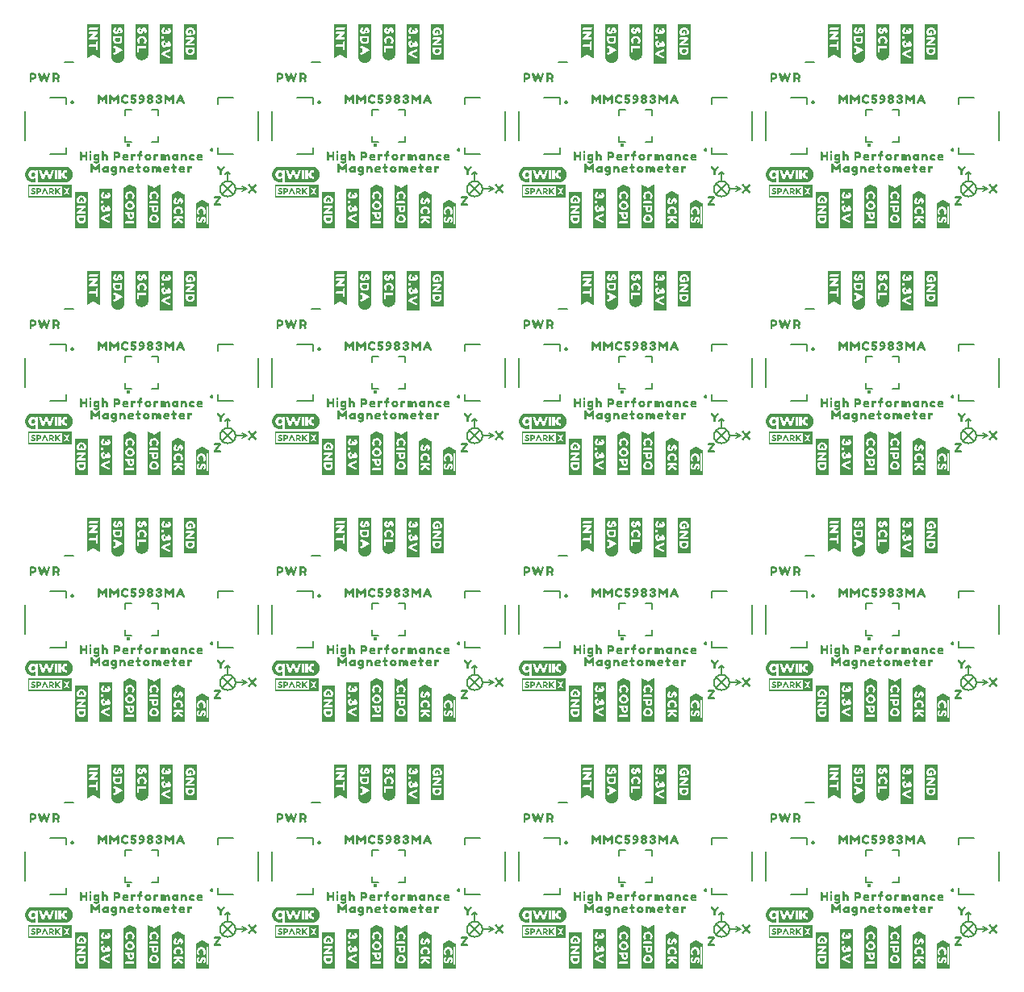
<source format=gto>
G04 EAGLE Gerber RS-274X export*
G75*
%MOMM*%
%FSLAX34Y34*%
%LPD*%
%INSilkscreen Top*%
%IPPOS*%
%AMOC8*
5,1,8,0,0,1.08239X$1,22.5*%
G01*
%ADD10C,0.203200*%
%ADD11C,0.381000*%
%ADD12C,0.127000*%

G36*
X795912Y586033D02*
X795912Y586033D01*
X823409Y586033D01*
X823411Y586034D01*
X823413Y586033D01*
X823940Y586066D01*
X823941Y586066D01*
X823943Y586066D01*
X824995Y586172D01*
X824997Y586174D01*
X825001Y586173D01*
X825517Y586280D01*
X825519Y586282D01*
X825522Y586281D01*
X826533Y586595D01*
X826534Y586597D01*
X826538Y586597D01*
X827023Y586802D01*
X827025Y586804D01*
X827029Y586804D01*
X827958Y587309D01*
X827960Y587312D01*
X827964Y587312D01*
X828398Y587610D01*
X828399Y587613D01*
X828402Y587614D01*
X829218Y588287D01*
X829219Y588290D01*
X829223Y588292D01*
X829588Y588671D01*
X829589Y588673D01*
X829591Y588675D01*
X830264Y589490D01*
X830265Y589494D01*
X830269Y589497D01*
X830550Y589942D01*
X830550Y589944D01*
X830552Y589946D01*
X831057Y590875D01*
X831056Y590879D01*
X831060Y590883D01*
X831246Y591376D01*
X831245Y591378D01*
X831247Y591380D01*
X831561Y592390D01*
X831560Y592394D01*
X831563Y592398D01*
X831648Y592918D01*
X831647Y592919D01*
X831649Y592922D01*
X831755Y593974D01*
X831753Y593977D01*
X831755Y593981D01*
X831747Y594507D01*
X831745Y594509D01*
X831746Y594513D01*
X831640Y595565D01*
X831638Y595567D01*
X831639Y595571D01*
X831537Y596087D01*
X831535Y596089D01*
X831535Y596093D01*
X831222Y597103D01*
X831219Y597105D01*
X831220Y597109D01*
X831018Y597595D01*
X831016Y597597D01*
X831016Y597601D01*
X830511Y598530D01*
X830509Y598532D01*
X830508Y598536D01*
X830213Y598972D01*
X830211Y598973D01*
X830210Y598977D01*
X829537Y599792D01*
X829534Y599793D01*
X829532Y599797D01*
X829155Y600165D01*
X829153Y600166D01*
X829152Y600169D01*
X828336Y600842D01*
X828332Y600842D01*
X828330Y600846D01*
X827886Y601130D01*
X827884Y601130D01*
X827883Y601133D01*
X826953Y601637D01*
X826949Y601637D01*
X826946Y601641D01*
X826454Y601830D01*
X826452Y601830D01*
X826450Y601831D01*
X825440Y602145D01*
X825437Y602144D01*
X825432Y602147D01*
X824914Y602237D01*
X824912Y602236D01*
X824909Y602237D01*
X823857Y602343D01*
X823616Y602368D01*
X823613Y602366D01*
X823610Y602368D01*
X790294Y602368D01*
X789765Y602363D01*
X789763Y602361D01*
X789760Y602362D01*
X788181Y602203D01*
X788177Y602200D01*
X788169Y602201D01*
X786654Y601731D01*
X786650Y601726D01*
X786642Y601726D01*
X785249Y600969D01*
X785246Y600964D01*
X785239Y600962D01*
X784021Y599946D01*
X784019Y599941D01*
X784012Y599937D01*
X783014Y598706D01*
X783014Y598701D01*
X783008Y598696D01*
X782503Y597767D01*
X782504Y597766D01*
X782502Y597765D01*
X782267Y597293D01*
X782268Y597288D01*
X782263Y597283D01*
X781950Y596273D01*
X781950Y596272D01*
X781949Y596271D01*
X781810Y595763D01*
X781811Y595758D01*
X781808Y595752D01*
X781655Y594174D01*
X781658Y594169D01*
X781655Y594161D01*
X781815Y592583D01*
X781818Y592579D01*
X781817Y592571D01*
X782283Y591055D01*
X782287Y591051D01*
X782288Y591043D01*
X783039Y589647D01*
X783044Y589644D01*
X783046Y589637D01*
X783109Y589561D01*
X783316Y589310D01*
X783317Y589310D01*
X783524Y589059D01*
X783732Y588808D01*
X783940Y588557D01*
X784057Y588415D01*
X784063Y588413D01*
X784066Y588406D01*
X785296Y587405D01*
X785301Y587405D01*
X785306Y587399D01*
X786706Y586655D01*
X786711Y586656D01*
X786717Y586650D01*
X788235Y586193D01*
X788240Y586195D01*
X788247Y586191D01*
X789825Y586033D01*
X789828Y586034D01*
X789831Y586033D01*
X792328Y586033D01*
X792347Y586045D01*
X792370Y586049D01*
X792376Y586064D01*
X792385Y586069D01*
X792383Y586080D01*
X792390Y586096D01*
X792389Y586245D01*
X792389Y590628D01*
X792382Y590639D01*
X792384Y590652D01*
X792365Y590665D01*
X792352Y590685D01*
X792339Y590683D01*
X792328Y590691D01*
X792294Y590677D01*
X792285Y590675D01*
X792283Y590672D01*
X792280Y590671D01*
X792058Y590432D01*
X791677Y590078D01*
X791244Y589794D01*
X790772Y589581D01*
X790270Y589455D01*
X789754Y589398D01*
X789233Y589419D01*
X788714Y589468D01*
X788212Y589605D01*
X787721Y589775D01*
X787268Y590029D01*
X786851Y590337D01*
X786464Y590683D01*
X786156Y591102D01*
X785879Y591542D01*
X785664Y592017D01*
X785504Y592512D01*
X785379Y593019D01*
X785280Y594061D01*
X785345Y595105D01*
X785460Y595614D01*
X785593Y596119D01*
X785809Y596592D01*
X786063Y597047D01*
X786369Y597467D01*
X786741Y597828D01*
X787144Y598153D01*
X787598Y598406D01*
X788082Y598594D01*
X788579Y598745D01*
X789620Y598825D01*
X790137Y598776D01*
X790643Y598661D01*
X791125Y598471D01*
X791567Y598202D01*
X791968Y597869D01*
X792283Y597574D01*
X792294Y597572D01*
X792300Y597563D01*
X792325Y597567D01*
X792350Y597562D01*
X792356Y597571D01*
X792367Y597573D01*
X792386Y597614D01*
X792389Y597618D01*
X792388Y597619D01*
X792389Y597620D01*
X792389Y598675D01*
X792393Y598728D01*
X795338Y598728D01*
X795338Y586088D01*
X795350Y586069D01*
X795354Y586046D01*
X795369Y586040D01*
X795374Y586031D01*
X795385Y586033D01*
X795401Y586026D01*
X795912Y586033D01*
G37*
G36*
X18672Y67873D02*
X18672Y67873D01*
X46169Y67873D01*
X46171Y67874D01*
X46173Y67873D01*
X46700Y67906D01*
X46701Y67906D01*
X46703Y67906D01*
X47755Y68012D01*
X47757Y68014D01*
X47761Y68013D01*
X48277Y68120D01*
X48279Y68122D01*
X48282Y68121D01*
X49293Y68435D01*
X49294Y68437D01*
X49298Y68437D01*
X49783Y68642D01*
X49785Y68644D01*
X49789Y68644D01*
X50718Y69149D01*
X50720Y69152D01*
X50724Y69152D01*
X51158Y69450D01*
X51159Y69453D01*
X51162Y69454D01*
X51978Y70127D01*
X51979Y70130D01*
X51983Y70132D01*
X52348Y70511D01*
X52349Y70513D01*
X52351Y70515D01*
X53024Y71330D01*
X53025Y71334D01*
X53029Y71337D01*
X53310Y71782D01*
X53310Y71784D01*
X53312Y71786D01*
X53817Y72715D01*
X53816Y72719D01*
X53820Y72723D01*
X54006Y73216D01*
X54005Y73218D01*
X54007Y73220D01*
X54321Y74230D01*
X54320Y74234D01*
X54323Y74238D01*
X54408Y74758D01*
X54407Y74759D01*
X54409Y74762D01*
X54515Y75814D01*
X54513Y75817D01*
X54515Y75821D01*
X54507Y76347D01*
X54505Y76349D01*
X54506Y76353D01*
X54400Y77405D01*
X54398Y77407D01*
X54399Y77411D01*
X54297Y77927D01*
X54295Y77929D01*
X54295Y77933D01*
X53982Y78943D01*
X53979Y78945D01*
X53980Y78949D01*
X53778Y79435D01*
X53776Y79437D01*
X53776Y79441D01*
X53271Y80370D01*
X53269Y80372D01*
X53268Y80376D01*
X52973Y80812D01*
X52971Y80813D01*
X52970Y80817D01*
X52297Y81632D01*
X52294Y81633D01*
X52292Y81637D01*
X51915Y82005D01*
X51913Y82006D01*
X51912Y82009D01*
X51096Y82682D01*
X51092Y82682D01*
X51090Y82686D01*
X50646Y82970D01*
X50644Y82970D01*
X50643Y82973D01*
X49713Y83477D01*
X49709Y83477D01*
X49706Y83481D01*
X49214Y83670D01*
X49212Y83670D01*
X49210Y83671D01*
X48200Y83985D01*
X48197Y83984D01*
X48192Y83987D01*
X47674Y84077D01*
X47672Y84076D01*
X47669Y84077D01*
X46617Y84183D01*
X46376Y84208D01*
X46373Y84206D01*
X46370Y84208D01*
X13054Y84208D01*
X12525Y84203D01*
X12523Y84201D01*
X12520Y84202D01*
X10941Y84043D01*
X10937Y84040D01*
X10929Y84041D01*
X9414Y83571D01*
X9410Y83566D01*
X9402Y83566D01*
X8009Y82809D01*
X8006Y82804D01*
X7999Y82802D01*
X6781Y81786D01*
X6779Y81781D01*
X6772Y81777D01*
X5774Y80546D01*
X5774Y80541D01*
X5768Y80536D01*
X5263Y79607D01*
X5264Y79606D01*
X5262Y79605D01*
X5027Y79133D01*
X5028Y79128D01*
X5023Y79123D01*
X4710Y78113D01*
X4710Y78112D01*
X4709Y78111D01*
X4570Y77603D01*
X4571Y77598D01*
X4568Y77592D01*
X4415Y76014D01*
X4418Y76009D01*
X4415Y76001D01*
X4575Y74423D01*
X4578Y74419D01*
X4577Y74411D01*
X5043Y72895D01*
X5047Y72891D01*
X5048Y72883D01*
X5799Y71487D01*
X5804Y71484D01*
X5806Y71477D01*
X5869Y71401D01*
X6076Y71150D01*
X6077Y71150D01*
X6284Y70899D01*
X6492Y70648D01*
X6700Y70397D01*
X6817Y70255D01*
X6823Y70253D01*
X6826Y70246D01*
X8056Y69245D01*
X8061Y69245D01*
X8066Y69239D01*
X9466Y68495D01*
X9471Y68496D01*
X9477Y68490D01*
X10995Y68033D01*
X11000Y68035D01*
X11007Y68031D01*
X12585Y67873D01*
X12588Y67874D01*
X12591Y67873D01*
X15088Y67873D01*
X15107Y67885D01*
X15130Y67889D01*
X15136Y67904D01*
X15145Y67909D01*
X15143Y67920D01*
X15150Y67936D01*
X15149Y68085D01*
X15149Y72468D01*
X15142Y72479D01*
X15144Y72492D01*
X15125Y72505D01*
X15112Y72525D01*
X15099Y72523D01*
X15088Y72531D01*
X15054Y72517D01*
X15045Y72515D01*
X15043Y72512D01*
X15040Y72511D01*
X14818Y72272D01*
X14437Y71918D01*
X14004Y71634D01*
X13532Y71421D01*
X13030Y71295D01*
X12514Y71238D01*
X11993Y71259D01*
X11474Y71308D01*
X10972Y71445D01*
X10481Y71615D01*
X10028Y71869D01*
X9611Y72177D01*
X9224Y72523D01*
X8916Y72942D01*
X8639Y73382D01*
X8424Y73857D01*
X8264Y74352D01*
X8139Y74859D01*
X8040Y75901D01*
X8105Y76945D01*
X8220Y77454D01*
X8353Y77959D01*
X8569Y78432D01*
X8823Y78887D01*
X9129Y79307D01*
X9501Y79668D01*
X9904Y79993D01*
X10358Y80246D01*
X10842Y80434D01*
X11339Y80585D01*
X12380Y80665D01*
X12897Y80616D01*
X13403Y80501D01*
X13885Y80311D01*
X14327Y80042D01*
X14728Y79709D01*
X15043Y79414D01*
X15054Y79412D01*
X15060Y79403D01*
X15085Y79407D01*
X15110Y79402D01*
X15116Y79411D01*
X15127Y79413D01*
X15146Y79454D01*
X15149Y79458D01*
X15148Y79459D01*
X15149Y79460D01*
X15149Y80515D01*
X15153Y80568D01*
X18098Y80568D01*
X18098Y67928D01*
X18110Y67909D01*
X18114Y67886D01*
X18129Y67880D01*
X18134Y67871D01*
X18145Y67873D01*
X18161Y67866D01*
X18672Y67873D01*
G37*
G36*
X536832Y845113D02*
X536832Y845113D01*
X564329Y845113D01*
X564331Y845114D01*
X564333Y845113D01*
X564860Y845146D01*
X564861Y845146D01*
X564863Y845146D01*
X565915Y845252D01*
X565917Y845254D01*
X565921Y845253D01*
X566437Y845360D01*
X566439Y845362D01*
X566442Y845361D01*
X567453Y845675D01*
X567454Y845677D01*
X567458Y845677D01*
X567943Y845882D01*
X567945Y845884D01*
X567949Y845884D01*
X568878Y846389D01*
X568880Y846392D01*
X568884Y846392D01*
X569318Y846690D01*
X569319Y846693D01*
X569322Y846694D01*
X570138Y847367D01*
X570139Y847370D01*
X570143Y847372D01*
X570508Y847751D01*
X570509Y847753D01*
X570511Y847755D01*
X571184Y848570D01*
X571185Y848574D01*
X571189Y848577D01*
X571470Y849022D01*
X571470Y849024D01*
X571472Y849026D01*
X571977Y849955D01*
X571976Y849959D01*
X571980Y849963D01*
X572166Y850456D01*
X572165Y850458D01*
X572167Y850460D01*
X572481Y851470D01*
X572480Y851474D01*
X572483Y851478D01*
X572568Y851998D01*
X572567Y851999D01*
X572569Y852002D01*
X572675Y853054D01*
X572673Y853057D01*
X572675Y853061D01*
X572667Y853587D01*
X572665Y853589D01*
X572666Y853593D01*
X572560Y854645D01*
X572558Y854647D01*
X572559Y854651D01*
X572457Y855167D01*
X572455Y855169D01*
X572455Y855173D01*
X572142Y856183D01*
X572139Y856185D01*
X572140Y856189D01*
X571938Y856675D01*
X571936Y856677D01*
X571936Y856681D01*
X571431Y857610D01*
X571429Y857612D01*
X571428Y857616D01*
X571133Y858052D01*
X571131Y858053D01*
X571130Y858057D01*
X570457Y858872D01*
X570454Y858873D01*
X570452Y858877D01*
X570075Y859245D01*
X570073Y859246D01*
X570072Y859249D01*
X569256Y859922D01*
X569252Y859922D01*
X569250Y859926D01*
X568806Y860210D01*
X568804Y860210D01*
X568803Y860213D01*
X567873Y860717D01*
X567869Y860717D01*
X567866Y860721D01*
X567374Y860910D01*
X567372Y860910D01*
X567370Y860911D01*
X566360Y861225D01*
X566357Y861224D01*
X566352Y861227D01*
X565834Y861317D01*
X565832Y861316D01*
X565829Y861317D01*
X564777Y861423D01*
X564536Y861448D01*
X564533Y861446D01*
X564530Y861448D01*
X531214Y861448D01*
X530685Y861443D01*
X530683Y861441D01*
X530680Y861442D01*
X529101Y861283D01*
X529097Y861280D01*
X529089Y861281D01*
X527574Y860811D01*
X527570Y860806D01*
X527562Y860806D01*
X526169Y860049D01*
X526166Y860044D01*
X526159Y860042D01*
X524941Y859026D01*
X524939Y859021D01*
X524932Y859017D01*
X523934Y857786D01*
X523934Y857781D01*
X523928Y857776D01*
X523423Y856847D01*
X523424Y856846D01*
X523422Y856845D01*
X523187Y856373D01*
X523188Y856368D01*
X523183Y856363D01*
X522870Y855353D01*
X522870Y855352D01*
X522869Y855351D01*
X522730Y854843D01*
X522731Y854838D01*
X522728Y854832D01*
X522575Y853254D01*
X522578Y853249D01*
X522575Y853241D01*
X522735Y851663D01*
X522738Y851659D01*
X522737Y851651D01*
X523203Y850135D01*
X523207Y850131D01*
X523208Y850123D01*
X523959Y848727D01*
X523964Y848724D01*
X523966Y848717D01*
X524029Y848641D01*
X524236Y848390D01*
X524237Y848390D01*
X524444Y848139D01*
X524652Y847888D01*
X524860Y847637D01*
X524977Y847495D01*
X524983Y847493D01*
X524986Y847486D01*
X526216Y846485D01*
X526221Y846485D01*
X526226Y846479D01*
X527626Y845735D01*
X527631Y845736D01*
X527637Y845730D01*
X529155Y845273D01*
X529160Y845275D01*
X529167Y845271D01*
X530745Y845113D01*
X530748Y845114D01*
X530751Y845113D01*
X533248Y845113D01*
X533267Y845125D01*
X533290Y845129D01*
X533296Y845144D01*
X533305Y845149D01*
X533303Y845160D01*
X533310Y845176D01*
X533309Y845325D01*
X533309Y849708D01*
X533302Y849719D01*
X533304Y849732D01*
X533285Y849745D01*
X533272Y849765D01*
X533259Y849763D01*
X533248Y849771D01*
X533214Y849757D01*
X533205Y849755D01*
X533203Y849752D01*
X533200Y849751D01*
X532978Y849512D01*
X532597Y849158D01*
X532164Y848874D01*
X531692Y848661D01*
X531190Y848535D01*
X530674Y848478D01*
X530153Y848499D01*
X529634Y848548D01*
X529132Y848685D01*
X528641Y848855D01*
X528188Y849109D01*
X527771Y849417D01*
X527384Y849763D01*
X527076Y850182D01*
X526799Y850622D01*
X526584Y851097D01*
X526424Y851592D01*
X526299Y852099D01*
X526200Y853141D01*
X526265Y854185D01*
X526380Y854694D01*
X526513Y855199D01*
X526729Y855672D01*
X526983Y856127D01*
X527289Y856547D01*
X527661Y856908D01*
X528064Y857233D01*
X528518Y857486D01*
X529002Y857674D01*
X529499Y857825D01*
X530540Y857905D01*
X531057Y857856D01*
X531563Y857741D01*
X532045Y857551D01*
X532487Y857282D01*
X532888Y856949D01*
X533203Y856654D01*
X533214Y856652D01*
X533220Y856643D01*
X533245Y856647D01*
X533270Y856642D01*
X533276Y856651D01*
X533287Y856653D01*
X533306Y856694D01*
X533309Y856698D01*
X533308Y856699D01*
X533309Y856700D01*
X533309Y857755D01*
X533313Y857808D01*
X536258Y857808D01*
X536258Y845168D01*
X536270Y845149D01*
X536274Y845126D01*
X536289Y845120D01*
X536294Y845111D01*
X536305Y845113D01*
X536321Y845106D01*
X536832Y845113D01*
G37*
G36*
X18672Y845113D02*
X18672Y845113D01*
X46169Y845113D01*
X46171Y845114D01*
X46173Y845113D01*
X46700Y845146D01*
X46701Y845146D01*
X46703Y845146D01*
X47755Y845252D01*
X47757Y845254D01*
X47761Y845253D01*
X48277Y845360D01*
X48279Y845362D01*
X48282Y845361D01*
X49293Y845675D01*
X49294Y845677D01*
X49298Y845677D01*
X49783Y845882D01*
X49785Y845884D01*
X49789Y845884D01*
X50718Y846389D01*
X50720Y846392D01*
X50724Y846392D01*
X51158Y846690D01*
X51159Y846693D01*
X51162Y846694D01*
X51978Y847367D01*
X51979Y847370D01*
X51983Y847372D01*
X52348Y847751D01*
X52349Y847753D01*
X52351Y847755D01*
X53024Y848570D01*
X53025Y848574D01*
X53029Y848577D01*
X53310Y849022D01*
X53310Y849024D01*
X53312Y849026D01*
X53817Y849955D01*
X53816Y849959D01*
X53820Y849963D01*
X54006Y850456D01*
X54005Y850458D01*
X54007Y850460D01*
X54321Y851470D01*
X54320Y851474D01*
X54323Y851478D01*
X54408Y851998D01*
X54407Y851999D01*
X54409Y852002D01*
X54515Y853054D01*
X54513Y853057D01*
X54515Y853061D01*
X54507Y853587D01*
X54505Y853589D01*
X54506Y853593D01*
X54400Y854645D01*
X54398Y854647D01*
X54399Y854651D01*
X54297Y855167D01*
X54295Y855169D01*
X54295Y855173D01*
X53982Y856183D01*
X53979Y856185D01*
X53980Y856189D01*
X53778Y856675D01*
X53776Y856677D01*
X53776Y856681D01*
X53271Y857610D01*
X53269Y857612D01*
X53268Y857616D01*
X52973Y858052D01*
X52971Y858053D01*
X52970Y858057D01*
X52297Y858872D01*
X52294Y858873D01*
X52292Y858877D01*
X51915Y859245D01*
X51913Y859246D01*
X51912Y859249D01*
X51096Y859922D01*
X51092Y859922D01*
X51090Y859926D01*
X50646Y860210D01*
X50644Y860210D01*
X50643Y860213D01*
X49713Y860717D01*
X49709Y860717D01*
X49706Y860721D01*
X49214Y860910D01*
X49212Y860910D01*
X49210Y860911D01*
X48200Y861225D01*
X48197Y861224D01*
X48192Y861227D01*
X47674Y861317D01*
X47672Y861316D01*
X47669Y861317D01*
X46617Y861423D01*
X46376Y861448D01*
X46373Y861446D01*
X46370Y861448D01*
X13054Y861448D01*
X12525Y861443D01*
X12523Y861441D01*
X12520Y861442D01*
X10941Y861283D01*
X10937Y861280D01*
X10929Y861281D01*
X9414Y860811D01*
X9410Y860806D01*
X9402Y860806D01*
X8009Y860049D01*
X8006Y860044D01*
X7999Y860042D01*
X6781Y859026D01*
X6779Y859021D01*
X6772Y859017D01*
X5774Y857786D01*
X5774Y857781D01*
X5768Y857776D01*
X5263Y856847D01*
X5264Y856846D01*
X5262Y856845D01*
X5027Y856373D01*
X5028Y856368D01*
X5023Y856363D01*
X4710Y855353D01*
X4710Y855352D01*
X4709Y855351D01*
X4570Y854843D01*
X4571Y854838D01*
X4568Y854832D01*
X4415Y853254D01*
X4418Y853249D01*
X4415Y853241D01*
X4575Y851663D01*
X4578Y851659D01*
X4577Y851651D01*
X5043Y850135D01*
X5047Y850131D01*
X5048Y850123D01*
X5799Y848727D01*
X5804Y848724D01*
X5806Y848717D01*
X5869Y848641D01*
X6076Y848390D01*
X6077Y848390D01*
X6284Y848139D01*
X6492Y847888D01*
X6700Y847637D01*
X6817Y847495D01*
X6823Y847493D01*
X6826Y847486D01*
X8056Y846485D01*
X8061Y846485D01*
X8066Y846479D01*
X9466Y845735D01*
X9471Y845736D01*
X9477Y845730D01*
X10995Y845273D01*
X11000Y845275D01*
X11007Y845271D01*
X12585Y845113D01*
X12588Y845114D01*
X12591Y845113D01*
X15088Y845113D01*
X15107Y845125D01*
X15130Y845129D01*
X15136Y845144D01*
X15145Y845149D01*
X15143Y845160D01*
X15150Y845176D01*
X15149Y845325D01*
X15149Y849708D01*
X15142Y849719D01*
X15144Y849732D01*
X15125Y849745D01*
X15112Y849765D01*
X15099Y849763D01*
X15088Y849771D01*
X15054Y849757D01*
X15045Y849755D01*
X15043Y849752D01*
X15040Y849751D01*
X14818Y849512D01*
X14437Y849158D01*
X14004Y848874D01*
X13532Y848661D01*
X13030Y848535D01*
X12514Y848478D01*
X11993Y848499D01*
X11474Y848548D01*
X10972Y848685D01*
X10481Y848855D01*
X10028Y849109D01*
X9611Y849417D01*
X9224Y849763D01*
X8916Y850182D01*
X8639Y850622D01*
X8424Y851097D01*
X8264Y851592D01*
X8139Y852099D01*
X8040Y853141D01*
X8105Y854185D01*
X8220Y854694D01*
X8353Y855199D01*
X8569Y855672D01*
X8823Y856127D01*
X9129Y856547D01*
X9501Y856908D01*
X9904Y857233D01*
X10358Y857486D01*
X10842Y857674D01*
X11339Y857825D01*
X12380Y857905D01*
X12897Y857856D01*
X13403Y857741D01*
X13885Y857551D01*
X14327Y857282D01*
X14728Y856949D01*
X15043Y856654D01*
X15054Y856652D01*
X15060Y856643D01*
X15085Y856647D01*
X15110Y856642D01*
X15116Y856651D01*
X15127Y856653D01*
X15146Y856694D01*
X15149Y856698D01*
X15148Y856699D01*
X15149Y856700D01*
X15149Y857755D01*
X15153Y857808D01*
X18098Y857808D01*
X18098Y845168D01*
X18110Y845149D01*
X18114Y845126D01*
X18129Y845120D01*
X18134Y845111D01*
X18145Y845113D01*
X18161Y845106D01*
X18672Y845113D01*
G37*
G36*
X536832Y326953D02*
X536832Y326953D01*
X564329Y326953D01*
X564331Y326954D01*
X564333Y326953D01*
X564860Y326986D01*
X564861Y326986D01*
X564863Y326986D01*
X565915Y327092D01*
X565917Y327094D01*
X565921Y327093D01*
X566437Y327200D01*
X566439Y327202D01*
X566442Y327201D01*
X567453Y327515D01*
X567454Y327517D01*
X567458Y327517D01*
X567943Y327722D01*
X567945Y327724D01*
X567949Y327724D01*
X568878Y328229D01*
X568880Y328232D01*
X568884Y328232D01*
X569318Y328530D01*
X569319Y328533D01*
X569322Y328534D01*
X570138Y329207D01*
X570139Y329210D01*
X570143Y329212D01*
X570508Y329591D01*
X570509Y329593D01*
X570511Y329595D01*
X571184Y330410D01*
X571185Y330414D01*
X571189Y330417D01*
X571470Y330862D01*
X571470Y330864D01*
X571472Y330866D01*
X571977Y331795D01*
X571976Y331799D01*
X571980Y331803D01*
X572166Y332296D01*
X572165Y332298D01*
X572167Y332300D01*
X572481Y333310D01*
X572480Y333314D01*
X572483Y333318D01*
X572568Y333838D01*
X572567Y333839D01*
X572569Y333842D01*
X572675Y334894D01*
X572673Y334897D01*
X572675Y334901D01*
X572667Y335427D01*
X572665Y335429D01*
X572666Y335433D01*
X572560Y336485D01*
X572558Y336487D01*
X572559Y336491D01*
X572457Y337007D01*
X572455Y337009D01*
X572455Y337013D01*
X572142Y338023D01*
X572139Y338025D01*
X572140Y338029D01*
X571938Y338515D01*
X571936Y338517D01*
X571936Y338521D01*
X571431Y339450D01*
X571429Y339452D01*
X571428Y339456D01*
X571133Y339892D01*
X571131Y339893D01*
X571130Y339897D01*
X570457Y340712D01*
X570454Y340713D01*
X570452Y340717D01*
X570075Y341085D01*
X570073Y341086D01*
X570072Y341089D01*
X569256Y341762D01*
X569252Y341762D01*
X569250Y341766D01*
X568806Y342050D01*
X568804Y342050D01*
X568803Y342053D01*
X567873Y342557D01*
X567869Y342557D01*
X567866Y342561D01*
X567374Y342750D01*
X567372Y342750D01*
X567370Y342751D01*
X566360Y343065D01*
X566357Y343064D01*
X566352Y343067D01*
X565834Y343157D01*
X565832Y343156D01*
X565829Y343157D01*
X564777Y343263D01*
X564536Y343288D01*
X564533Y343286D01*
X564530Y343288D01*
X531214Y343288D01*
X530685Y343283D01*
X530683Y343281D01*
X530680Y343282D01*
X529101Y343123D01*
X529097Y343120D01*
X529089Y343121D01*
X527574Y342651D01*
X527570Y342646D01*
X527562Y342646D01*
X526169Y341889D01*
X526166Y341884D01*
X526159Y341882D01*
X524941Y340866D01*
X524939Y340861D01*
X524932Y340857D01*
X523934Y339626D01*
X523934Y339621D01*
X523928Y339616D01*
X523423Y338687D01*
X523424Y338686D01*
X523422Y338685D01*
X523187Y338213D01*
X523188Y338208D01*
X523183Y338203D01*
X522870Y337193D01*
X522870Y337192D01*
X522869Y337191D01*
X522730Y336683D01*
X522731Y336678D01*
X522728Y336672D01*
X522575Y335094D01*
X522578Y335089D01*
X522575Y335081D01*
X522735Y333503D01*
X522738Y333499D01*
X522737Y333491D01*
X523203Y331975D01*
X523207Y331971D01*
X523208Y331963D01*
X523959Y330567D01*
X523964Y330564D01*
X523966Y330557D01*
X524029Y330481D01*
X524236Y330230D01*
X524237Y330230D01*
X524444Y329979D01*
X524652Y329728D01*
X524860Y329477D01*
X524977Y329335D01*
X524983Y329333D01*
X524986Y329326D01*
X526216Y328325D01*
X526221Y328325D01*
X526226Y328319D01*
X527626Y327575D01*
X527631Y327576D01*
X527637Y327570D01*
X529155Y327113D01*
X529160Y327115D01*
X529167Y327111D01*
X530745Y326953D01*
X530748Y326954D01*
X530751Y326953D01*
X533248Y326953D01*
X533267Y326965D01*
X533290Y326969D01*
X533296Y326984D01*
X533305Y326989D01*
X533303Y327000D01*
X533310Y327016D01*
X533309Y327165D01*
X533309Y331548D01*
X533302Y331559D01*
X533304Y331572D01*
X533285Y331585D01*
X533272Y331605D01*
X533259Y331603D01*
X533248Y331611D01*
X533214Y331597D01*
X533205Y331595D01*
X533203Y331592D01*
X533200Y331591D01*
X532978Y331352D01*
X532597Y330998D01*
X532164Y330714D01*
X531692Y330501D01*
X531190Y330375D01*
X530674Y330318D01*
X530153Y330339D01*
X529634Y330388D01*
X529132Y330525D01*
X528641Y330695D01*
X528188Y330949D01*
X527771Y331257D01*
X527384Y331603D01*
X527076Y332022D01*
X526799Y332462D01*
X526584Y332937D01*
X526424Y333432D01*
X526299Y333939D01*
X526200Y334981D01*
X526265Y336025D01*
X526380Y336534D01*
X526513Y337039D01*
X526729Y337512D01*
X526983Y337967D01*
X527289Y338387D01*
X527661Y338748D01*
X528064Y339073D01*
X528518Y339326D01*
X529002Y339514D01*
X529499Y339665D01*
X530540Y339745D01*
X531057Y339696D01*
X531563Y339581D01*
X532045Y339391D01*
X532487Y339122D01*
X532888Y338789D01*
X533203Y338494D01*
X533214Y338492D01*
X533220Y338483D01*
X533245Y338487D01*
X533270Y338482D01*
X533276Y338491D01*
X533287Y338493D01*
X533306Y338534D01*
X533309Y338538D01*
X533308Y338539D01*
X533309Y338540D01*
X533309Y339595D01*
X533313Y339648D01*
X536258Y339648D01*
X536258Y327008D01*
X536270Y326989D01*
X536274Y326966D01*
X536289Y326960D01*
X536294Y326951D01*
X536305Y326953D01*
X536321Y326946D01*
X536832Y326953D01*
G37*
G36*
X277752Y586033D02*
X277752Y586033D01*
X305249Y586033D01*
X305251Y586034D01*
X305253Y586033D01*
X305780Y586066D01*
X305781Y586066D01*
X305783Y586066D01*
X306835Y586172D01*
X306837Y586174D01*
X306841Y586173D01*
X307357Y586280D01*
X307359Y586282D01*
X307362Y586281D01*
X308373Y586595D01*
X308374Y586597D01*
X308378Y586597D01*
X308863Y586802D01*
X308865Y586804D01*
X308869Y586804D01*
X309798Y587309D01*
X309800Y587312D01*
X309804Y587312D01*
X310238Y587610D01*
X310239Y587613D01*
X310242Y587614D01*
X311058Y588287D01*
X311059Y588290D01*
X311063Y588292D01*
X311428Y588671D01*
X311429Y588673D01*
X311431Y588675D01*
X312104Y589490D01*
X312105Y589494D01*
X312109Y589497D01*
X312390Y589942D01*
X312390Y589944D01*
X312392Y589946D01*
X312897Y590875D01*
X312896Y590879D01*
X312900Y590883D01*
X313086Y591376D01*
X313085Y591378D01*
X313087Y591380D01*
X313401Y592390D01*
X313400Y592394D01*
X313403Y592398D01*
X313488Y592918D01*
X313487Y592919D01*
X313489Y592922D01*
X313595Y593974D01*
X313593Y593977D01*
X313595Y593981D01*
X313587Y594507D01*
X313585Y594509D01*
X313586Y594513D01*
X313480Y595565D01*
X313478Y595567D01*
X313479Y595571D01*
X313377Y596087D01*
X313375Y596089D01*
X313375Y596093D01*
X313062Y597103D01*
X313059Y597105D01*
X313060Y597109D01*
X312858Y597595D01*
X312856Y597597D01*
X312856Y597601D01*
X312351Y598530D01*
X312349Y598532D01*
X312348Y598536D01*
X312053Y598972D01*
X312051Y598973D01*
X312050Y598977D01*
X311377Y599792D01*
X311374Y599793D01*
X311372Y599797D01*
X310995Y600165D01*
X310993Y600166D01*
X310992Y600169D01*
X310176Y600842D01*
X310172Y600842D01*
X310170Y600846D01*
X309726Y601130D01*
X309724Y601130D01*
X309723Y601133D01*
X308793Y601637D01*
X308789Y601637D01*
X308786Y601641D01*
X308294Y601830D01*
X308292Y601830D01*
X308290Y601831D01*
X307280Y602145D01*
X307277Y602144D01*
X307272Y602147D01*
X306754Y602237D01*
X306752Y602236D01*
X306749Y602237D01*
X305697Y602343D01*
X305456Y602368D01*
X305453Y602366D01*
X305450Y602368D01*
X272134Y602368D01*
X271605Y602363D01*
X271603Y602361D01*
X271600Y602362D01*
X270021Y602203D01*
X270017Y602200D01*
X270009Y602201D01*
X268494Y601731D01*
X268490Y601726D01*
X268482Y601726D01*
X267089Y600969D01*
X267086Y600964D01*
X267079Y600962D01*
X265861Y599946D01*
X265859Y599941D01*
X265852Y599937D01*
X264854Y598706D01*
X264854Y598701D01*
X264848Y598696D01*
X264343Y597767D01*
X264344Y597766D01*
X264342Y597765D01*
X264107Y597293D01*
X264108Y597288D01*
X264103Y597283D01*
X263790Y596273D01*
X263790Y596272D01*
X263789Y596271D01*
X263650Y595763D01*
X263651Y595758D01*
X263648Y595752D01*
X263495Y594174D01*
X263498Y594169D01*
X263495Y594161D01*
X263655Y592583D01*
X263658Y592579D01*
X263657Y592571D01*
X264123Y591055D01*
X264127Y591051D01*
X264128Y591043D01*
X264879Y589647D01*
X264884Y589644D01*
X264886Y589637D01*
X264949Y589561D01*
X265156Y589310D01*
X265157Y589310D01*
X265364Y589059D01*
X265572Y588808D01*
X265780Y588557D01*
X265897Y588415D01*
X265903Y588413D01*
X265906Y588406D01*
X267136Y587405D01*
X267141Y587405D01*
X267146Y587399D01*
X268546Y586655D01*
X268551Y586656D01*
X268557Y586650D01*
X270075Y586193D01*
X270080Y586195D01*
X270087Y586191D01*
X271665Y586033D01*
X271668Y586034D01*
X271671Y586033D01*
X274168Y586033D01*
X274187Y586045D01*
X274210Y586049D01*
X274216Y586064D01*
X274225Y586069D01*
X274223Y586080D01*
X274230Y586096D01*
X274229Y586245D01*
X274229Y590628D01*
X274222Y590639D01*
X274224Y590652D01*
X274205Y590665D01*
X274192Y590685D01*
X274179Y590683D01*
X274168Y590691D01*
X274134Y590677D01*
X274125Y590675D01*
X274123Y590672D01*
X274120Y590671D01*
X273898Y590432D01*
X273517Y590078D01*
X273084Y589794D01*
X272612Y589581D01*
X272110Y589455D01*
X271594Y589398D01*
X271073Y589419D01*
X270554Y589468D01*
X270052Y589605D01*
X269561Y589775D01*
X269108Y590029D01*
X268691Y590337D01*
X268304Y590683D01*
X267996Y591102D01*
X267719Y591542D01*
X267504Y592017D01*
X267344Y592512D01*
X267219Y593019D01*
X267120Y594061D01*
X267185Y595105D01*
X267300Y595614D01*
X267433Y596119D01*
X267649Y596592D01*
X267903Y597047D01*
X268209Y597467D01*
X268581Y597828D01*
X268984Y598153D01*
X269438Y598406D01*
X269922Y598594D01*
X270419Y598745D01*
X271460Y598825D01*
X271977Y598776D01*
X272483Y598661D01*
X272965Y598471D01*
X273407Y598202D01*
X273808Y597869D01*
X274123Y597574D01*
X274134Y597572D01*
X274140Y597563D01*
X274165Y597567D01*
X274190Y597562D01*
X274196Y597571D01*
X274207Y597573D01*
X274226Y597614D01*
X274229Y597618D01*
X274228Y597619D01*
X274229Y597620D01*
X274229Y598675D01*
X274233Y598728D01*
X277178Y598728D01*
X277178Y586088D01*
X277190Y586069D01*
X277194Y586046D01*
X277209Y586040D01*
X277214Y586031D01*
X277225Y586033D01*
X277241Y586026D01*
X277752Y586033D01*
G37*
G36*
X795912Y326953D02*
X795912Y326953D01*
X823409Y326953D01*
X823411Y326954D01*
X823413Y326953D01*
X823940Y326986D01*
X823941Y326986D01*
X823943Y326986D01*
X824995Y327092D01*
X824997Y327094D01*
X825001Y327093D01*
X825517Y327200D01*
X825519Y327202D01*
X825522Y327201D01*
X826533Y327515D01*
X826534Y327517D01*
X826538Y327517D01*
X827023Y327722D01*
X827025Y327724D01*
X827029Y327724D01*
X827958Y328229D01*
X827960Y328232D01*
X827964Y328232D01*
X828398Y328530D01*
X828399Y328533D01*
X828402Y328534D01*
X829218Y329207D01*
X829219Y329210D01*
X829223Y329212D01*
X829588Y329591D01*
X829589Y329593D01*
X829591Y329595D01*
X830264Y330410D01*
X830265Y330414D01*
X830269Y330417D01*
X830550Y330862D01*
X830550Y330864D01*
X830552Y330866D01*
X831057Y331795D01*
X831056Y331799D01*
X831060Y331803D01*
X831246Y332296D01*
X831245Y332298D01*
X831247Y332300D01*
X831561Y333310D01*
X831560Y333314D01*
X831563Y333318D01*
X831648Y333838D01*
X831647Y333839D01*
X831649Y333842D01*
X831755Y334894D01*
X831753Y334897D01*
X831755Y334901D01*
X831747Y335427D01*
X831745Y335429D01*
X831746Y335433D01*
X831640Y336485D01*
X831638Y336487D01*
X831639Y336491D01*
X831537Y337007D01*
X831535Y337009D01*
X831535Y337013D01*
X831222Y338023D01*
X831219Y338025D01*
X831220Y338029D01*
X831018Y338515D01*
X831016Y338517D01*
X831016Y338521D01*
X830511Y339450D01*
X830509Y339452D01*
X830508Y339456D01*
X830213Y339892D01*
X830211Y339893D01*
X830210Y339897D01*
X829537Y340712D01*
X829534Y340713D01*
X829532Y340717D01*
X829155Y341085D01*
X829153Y341086D01*
X829152Y341089D01*
X828336Y341762D01*
X828332Y341762D01*
X828330Y341766D01*
X827886Y342050D01*
X827884Y342050D01*
X827883Y342053D01*
X826953Y342557D01*
X826949Y342557D01*
X826946Y342561D01*
X826454Y342750D01*
X826452Y342750D01*
X826450Y342751D01*
X825440Y343065D01*
X825437Y343064D01*
X825432Y343067D01*
X824914Y343157D01*
X824912Y343156D01*
X824909Y343157D01*
X823857Y343263D01*
X823616Y343288D01*
X823613Y343286D01*
X823610Y343288D01*
X790294Y343288D01*
X789765Y343283D01*
X789763Y343281D01*
X789760Y343282D01*
X788181Y343123D01*
X788177Y343120D01*
X788169Y343121D01*
X786654Y342651D01*
X786650Y342646D01*
X786642Y342646D01*
X785249Y341889D01*
X785246Y341884D01*
X785239Y341882D01*
X784021Y340866D01*
X784019Y340861D01*
X784012Y340857D01*
X783014Y339626D01*
X783014Y339621D01*
X783008Y339616D01*
X782503Y338687D01*
X782504Y338686D01*
X782502Y338685D01*
X782267Y338213D01*
X782268Y338208D01*
X782263Y338203D01*
X781950Y337193D01*
X781950Y337192D01*
X781949Y337191D01*
X781810Y336683D01*
X781811Y336678D01*
X781808Y336672D01*
X781655Y335094D01*
X781658Y335089D01*
X781655Y335081D01*
X781815Y333503D01*
X781818Y333499D01*
X781817Y333491D01*
X782283Y331975D01*
X782287Y331971D01*
X782288Y331963D01*
X783039Y330567D01*
X783044Y330564D01*
X783046Y330557D01*
X783109Y330481D01*
X783316Y330230D01*
X783317Y330230D01*
X783524Y329979D01*
X783732Y329728D01*
X783940Y329477D01*
X784057Y329335D01*
X784063Y329333D01*
X784066Y329326D01*
X785296Y328325D01*
X785301Y328325D01*
X785306Y328319D01*
X786706Y327575D01*
X786711Y327576D01*
X786717Y327570D01*
X788235Y327113D01*
X788240Y327115D01*
X788247Y327111D01*
X789825Y326953D01*
X789828Y326954D01*
X789831Y326953D01*
X792328Y326953D01*
X792347Y326965D01*
X792370Y326969D01*
X792376Y326984D01*
X792385Y326989D01*
X792383Y327000D01*
X792390Y327016D01*
X792389Y327165D01*
X792389Y331548D01*
X792382Y331559D01*
X792384Y331572D01*
X792365Y331585D01*
X792352Y331605D01*
X792339Y331603D01*
X792328Y331611D01*
X792294Y331597D01*
X792285Y331595D01*
X792283Y331592D01*
X792280Y331591D01*
X792058Y331352D01*
X791677Y330998D01*
X791244Y330714D01*
X790772Y330501D01*
X790270Y330375D01*
X789754Y330318D01*
X789233Y330339D01*
X788714Y330388D01*
X788212Y330525D01*
X787721Y330695D01*
X787268Y330949D01*
X786851Y331257D01*
X786464Y331603D01*
X786156Y332022D01*
X785879Y332462D01*
X785664Y332937D01*
X785504Y333432D01*
X785379Y333939D01*
X785280Y334981D01*
X785345Y336025D01*
X785460Y336534D01*
X785593Y337039D01*
X785809Y337512D01*
X786063Y337967D01*
X786369Y338387D01*
X786741Y338748D01*
X787144Y339073D01*
X787598Y339326D01*
X788082Y339514D01*
X788579Y339665D01*
X789620Y339745D01*
X790137Y339696D01*
X790643Y339581D01*
X791125Y339391D01*
X791567Y339122D01*
X791968Y338789D01*
X792283Y338494D01*
X792294Y338492D01*
X792300Y338483D01*
X792325Y338487D01*
X792350Y338482D01*
X792356Y338491D01*
X792367Y338493D01*
X792386Y338534D01*
X792389Y338538D01*
X792388Y338539D01*
X792389Y338540D01*
X792389Y339595D01*
X792393Y339648D01*
X795338Y339648D01*
X795338Y327008D01*
X795350Y326989D01*
X795354Y326966D01*
X795369Y326960D01*
X795374Y326951D01*
X795385Y326953D01*
X795401Y326946D01*
X795912Y326953D01*
G37*
G36*
X795912Y845113D02*
X795912Y845113D01*
X823409Y845113D01*
X823411Y845114D01*
X823413Y845113D01*
X823940Y845146D01*
X823941Y845146D01*
X823943Y845146D01*
X824995Y845252D01*
X824997Y845254D01*
X825001Y845253D01*
X825517Y845360D01*
X825519Y845362D01*
X825522Y845361D01*
X826533Y845675D01*
X826534Y845677D01*
X826538Y845677D01*
X827023Y845882D01*
X827025Y845884D01*
X827029Y845884D01*
X827958Y846389D01*
X827960Y846392D01*
X827964Y846392D01*
X828398Y846690D01*
X828399Y846693D01*
X828402Y846694D01*
X829218Y847367D01*
X829219Y847370D01*
X829223Y847372D01*
X829588Y847751D01*
X829589Y847753D01*
X829591Y847755D01*
X830264Y848570D01*
X830265Y848574D01*
X830269Y848577D01*
X830550Y849022D01*
X830550Y849024D01*
X830552Y849026D01*
X831057Y849955D01*
X831056Y849959D01*
X831060Y849963D01*
X831246Y850456D01*
X831245Y850458D01*
X831247Y850460D01*
X831561Y851470D01*
X831560Y851474D01*
X831563Y851478D01*
X831648Y851998D01*
X831647Y851999D01*
X831649Y852002D01*
X831755Y853054D01*
X831753Y853057D01*
X831755Y853061D01*
X831747Y853587D01*
X831745Y853589D01*
X831746Y853593D01*
X831640Y854645D01*
X831638Y854647D01*
X831639Y854651D01*
X831537Y855167D01*
X831535Y855169D01*
X831535Y855173D01*
X831222Y856183D01*
X831219Y856185D01*
X831220Y856189D01*
X831018Y856675D01*
X831016Y856677D01*
X831016Y856681D01*
X830511Y857610D01*
X830509Y857612D01*
X830508Y857616D01*
X830213Y858052D01*
X830211Y858053D01*
X830210Y858057D01*
X829537Y858872D01*
X829534Y858873D01*
X829532Y858877D01*
X829155Y859245D01*
X829153Y859246D01*
X829152Y859249D01*
X828336Y859922D01*
X828332Y859922D01*
X828330Y859926D01*
X827886Y860210D01*
X827884Y860210D01*
X827883Y860213D01*
X826953Y860717D01*
X826949Y860717D01*
X826946Y860721D01*
X826454Y860910D01*
X826452Y860910D01*
X826450Y860911D01*
X825440Y861225D01*
X825437Y861224D01*
X825432Y861227D01*
X824914Y861317D01*
X824912Y861316D01*
X824909Y861317D01*
X823857Y861423D01*
X823616Y861448D01*
X823613Y861446D01*
X823610Y861448D01*
X790294Y861448D01*
X789765Y861443D01*
X789763Y861441D01*
X789760Y861442D01*
X788181Y861283D01*
X788177Y861280D01*
X788169Y861281D01*
X786654Y860811D01*
X786650Y860806D01*
X786642Y860806D01*
X785249Y860049D01*
X785246Y860044D01*
X785239Y860042D01*
X784021Y859026D01*
X784019Y859021D01*
X784012Y859017D01*
X783014Y857786D01*
X783014Y857781D01*
X783008Y857776D01*
X782503Y856847D01*
X782504Y856846D01*
X782502Y856845D01*
X782267Y856373D01*
X782268Y856368D01*
X782263Y856363D01*
X781950Y855353D01*
X781950Y855352D01*
X781949Y855351D01*
X781810Y854843D01*
X781811Y854838D01*
X781808Y854832D01*
X781655Y853254D01*
X781658Y853249D01*
X781655Y853241D01*
X781815Y851663D01*
X781818Y851659D01*
X781817Y851651D01*
X782283Y850135D01*
X782287Y850131D01*
X782288Y850123D01*
X783039Y848727D01*
X783044Y848724D01*
X783046Y848717D01*
X783109Y848641D01*
X783316Y848390D01*
X783317Y848390D01*
X783524Y848139D01*
X783732Y847888D01*
X783940Y847637D01*
X784057Y847495D01*
X784063Y847493D01*
X784066Y847486D01*
X785296Y846485D01*
X785301Y846485D01*
X785306Y846479D01*
X786706Y845735D01*
X786711Y845736D01*
X786717Y845730D01*
X788235Y845273D01*
X788240Y845275D01*
X788247Y845271D01*
X789825Y845113D01*
X789828Y845114D01*
X789831Y845113D01*
X792328Y845113D01*
X792347Y845125D01*
X792370Y845129D01*
X792376Y845144D01*
X792385Y845149D01*
X792383Y845160D01*
X792390Y845176D01*
X792389Y845325D01*
X792389Y849708D01*
X792382Y849719D01*
X792384Y849732D01*
X792365Y849745D01*
X792352Y849765D01*
X792339Y849763D01*
X792328Y849771D01*
X792294Y849757D01*
X792285Y849755D01*
X792283Y849752D01*
X792280Y849751D01*
X792058Y849512D01*
X791677Y849158D01*
X791244Y848874D01*
X790772Y848661D01*
X790270Y848535D01*
X789754Y848478D01*
X789233Y848499D01*
X788714Y848548D01*
X788212Y848685D01*
X787721Y848855D01*
X787268Y849109D01*
X786851Y849417D01*
X786464Y849763D01*
X786156Y850182D01*
X785879Y850622D01*
X785664Y851097D01*
X785504Y851592D01*
X785379Y852099D01*
X785280Y853141D01*
X785345Y854185D01*
X785460Y854694D01*
X785593Y855199D01*
X785809Y855672D01*
X786063Y856127D01*
X786369Y856547D01*
X786741Y856908D01*
X787144Y857233D01*
X787598Y857486D01*
X788082Y857674D01*
X788579Y857825D01*
X789620Y857905D01*
X790137Y857856D01*
X790643Y857741D01*
X791125Y857551D01*
X791567Y857282D01*
X791968Y856949D01*
X792283Y856654D01*
X792294Y856652D01*
X792300Y856643D01*
X792325Y856647D01*
X792350Y856642D01*
X792356Y856651D01*
X792367Y856653D01*
X792386Y856694D01*
X792389Y856698D01*
X792388Y856699D01*
X792389Y856700D01*
X792389Y857755D01*
X792393Y857808D01*
X795338Y857808D01*
X795338Y845168D01*
X795350Y845149D01*
X795354Y845126D01*
X795369Y845120D01*
X795374Y845111D01*
X795385Y845113D01*
X795401Y845106D01*
X795912Y845113D01*
G37*
G36*
X277752Y845113D02*
X277752Y845113D01*
X305249Y845113D01*
X305251Y845114D01*
X305253Y845113D01*
X305780Y845146D01*
X305781Y845146D01*
X305783Y845146D01*
X306835Y845252D01*
X306837Y845254D01*
X306841Y845253D01*
X307357Y845360D01*
X307359Y845362D01*
X307362Y845361D01*
X308373Y845675D01*
X308374Y845677D01*
X308378Y845677D01*
X308863Y845882D01*
X308865Y845884D01*
X308869Y845884D01*
X309798Y846389D01*
X309800Y846392D01*
X309804Y846392D01*
X310238Y846690D01*
X310239Y846693D01*
X310242Y846694D01*
X311058Y847367D01*
X311059Y847370D01*
X311063Y847372D01*
X311428Y847751D01*
X311429Y847753D01*
X311431Y847755D01*
X312104Y848570D01*
X312105Y848574D01*
X312109Y848577D01*
X312390Y849022D01*
X312390Y849024D01*
X312392Y849026D01*
X312897Y849955D01*
X312896Y849959D01*
X312900Y849963D01*
X313086Y850456D01*
X313085Y850458D01*
X313087Y850460D01*
X313401Y851470D01*
X313400Y851474D01*
X313403Y851478D01*
X313488Y851998D01*
X313487Y851999D01*
X313489Y852002D01*
X313595Y853054D01*
X313593Y853057D01*
X313595Y853061D01*
X313587Y853587D01*
X313585Y853589D01*
X313586Y853593D01*
X313480Y854645D01*
X313478Y854647D01*
X313479Y854651D01*
X313377Y855167D01*
X313375Y855169D01*
X313375Y855173D01*
X313062Y856183D01*
X313059Y856185D01*
X313060Y856189D01*
X312858Y856675D01*
X312856Y856677D01*
X312856Y856681D01*
X312351Y857610D01*
X312349Y857612D01*
X312348Y857616D01*
X312053Y858052D01*
X312051Y858053D01*
X312050Y858057D01*
X311377Y858872D01*
X311374Y858873D01*
X311372Y858877D01*
X310995Y859245D01*
X310993Y859246D01*
X310992Y859249D01*
X310176Y859922D01*
X310172Y859922D01*
X310170Y859926D01*
X309726Y860210D01*
X309724Y860210D01*
X309723Y860213D01*
X308793Y860717D01*
X308789Y860717D01*
X308786Y860721D01*
X308294Y860910D01*
X308292Y860910D01*
X308290Y860911D01*
X307280Y861225D01*
X307277Y861224D01*
X307272Y861227D01*
X306754Y861317D01*
X306752Y861316D01*
X306749Y861317D01*
X305697Y861423D01*
X305456Y861448D01*
X305453Y861446D01*
X305450Y861448D01*
X272134Y861448D01*
X271605Y861443D01*
X271603Y861441D01*
X271600Y861442D01*
X270021Y861283D01*
X270017Y861280D01*
X270009Y861281D01*
X268494Y860811D01*
X268490Y860806D01*
X268482Y860806D01*
X267089Y860049D01*
X267086Y860044D01*
X267079Y860042D01*
X265861Y859026D01*
X265859Y859021D01*
X265852Y859017D01*
X264854Y857786D01*
X264854Y857781D01*
X264848Y857776D01*
X264343Y856847D01*
X264344Y856846D01*
X264342Y856845D01*
X264107Y856373D01*
X264108Y856368D01*
X264103Y856363D01*
X263790Y855353D01*
X263790Y855352D01*
X263789Y855351D01*
X263650Y854843D01*
X263651Y854838D01*
X263648Y854832D01*
X263495Y853254D01*
X263498Y853249D01*
X263495Y853241D01*
X263655Y851663D01*
X263658Y851659D01*
X263657Y851651D01*
X264123Y850135D01*
X264127Y850131D01*
X264128Y850123D01*
X264879Y848727D01*
X264884Y848724D01*
X264886Y848717D01*
X264949Y848641D01*
X265156Y848390D01*
X265157Y848390D01*
X265364Y848139D01*
X265572Y847888D01*
X265780Y847637D01*
X265897Y847495D01*
X265903Y847493D01*
X265906Y847486D01*
X267136Y846485D01*
X267141Y846485D01*
X267146Y846479D01*
X268546Y845735D01*
X268551Y845736D01*
X268557Y845730D01*
X270075Y845273D01*
X270080Y845275D01*
X270087Y845271D01*
X271665Y845113D01*
X271668Y845114D01*
X271671Y845113D01*
X274168Y845113D01*
X274187Y845125D01*
X274210Y845129D01*
X274216Y845144D01*
X274225Y845149D01*
X274223Y845160D01*
X274230Y845176D01*
X274229Y845325D01*
X274229Y849708D01*
X274222Y849719D01*
X274224Y849732D01*
X274205Y849745D01*
X274192Y849765D01*
X274179Y849763D01*
X274168Y849771D01*
X274134Y849757D01*
X274125Y849755D01*
X274123Y849752D01*
X274120Y849751D01*
X273898Y849512D01*
X273517Y849158D01*
X273084Y848874D01*
X272612Y848661D01*
X272110Y848535D01*
X271594Y848478D01*
X271073Y848499D01*
X270554Y848548D01*
X270052Y848685D01*
X269561Y848855D01*
X269108Y849109D01*
X268691Y849417D01*
X268304Y849763D01*
X267996Y850182D01*
X267719Y850622D01*
X267504Y851097D01*
X267344Y851592D01*
X267219Y852099D01*
X267120Y853141D01*
X267185Y854185D01*
X267300Y854694D01*
X267433Y855199D01*
X267649Y855672D01*
X267903Y856127D01*
X268209Y856547D01*
X268581Y856908D01*
X268984Y857233D01*
X269438Y857486D01*
X269922Y857674D01*
X270419Y857825D01*
X271460Y857905D01*
X271977Y857856D01*
X272483Y857741D01*
X272965Y857551D01*
X273407Y857282D01*
X273808Y856949D01*
X274123Y856654D01*
X274134Y856652D01*
X274140Y856643D01*
X274165Y856647D01*
X274190Y856642D01*
X274196Y856651D01*
X274207Y856653D01*
X274226Y856694D01*
X274229Y856698D01*
X274228Y856699D01*
X274229Y856700D01*
X274229Y857755D01*
X274233Y857808D01*
X277178Y857808D01*
X277178Y845168D01*
X277190Y845149D01*
X277194Y845126D01*
X277209Y845120D01*
X277214Y845111D01*
X277225Y845113D01*
X277241Y845106D01*
X277752Y845113D01*
G37*
G36*
X18672Y326953D02*
X18672Y326953D01*
X46169Y326953D01*
X46171Y326954D01*
X46173Y326953D01*
X46700Y326986D01*
X46701Y326986D01*
X46703Y326986D01*
X47755Y327092D01*
X47757Y327094D01*
X47761Y327093D01*
X48277Y327200D01*
X48279Y327202D01*
X48282Y327201D01*
X49293Y327515D01*
X49294Y327517D01*
X49298Y327517D01*
X49783Y327722D01*
X49785Y327724D01*
X49789Y327724D01*
X50718Y328229D01*
X50720Y328232D01*
X50724Y328232D01*
X51158Y328530D01*
X51159Y328533D01*
X51162Y328534D01*
X51978Y329207D01*
X51979Y329210D01*
X51983Y329212D01*
X52348Y329591D01*
X52349Y329593D01*
X52351Y329595D01*
X53024Y330410D01*
X53025Y330414D01*
X53029Y330417D01*
X53310Y330862D01*
X53310Y330864D01*
X53312Y330866D01*
X53817Y331795D01*
X53816Y331799D01*
X53820Y331803D01*
X54006Y332296D01*
X54005Y332298D01*
X54007Y332300D01*
X54321Y333310D01*
X54320Y333314D01*
X54323Y333318D01*
X54408Y333838D01*
X54407Y333839D01*
X54409Y333842D01*
X54515Y334894D01*
X54513Y334897D01*
X54515Y334901D01*
X54507Y335427D01*
X54505Y335429D01*
X54506Y335433D01*
X54400Y336485D01*
X54398Y336487D01*
X54399Y336491D01*
X54297Y337007D01*
X54295Y337009D01*
X54295Y337013D01*
X53982Y338023D01*
X53979Y338025D01*
X53980Y338029D01*
X53778Y338515D01*
X53776Y338517D01*
X53776Y338521D01*
X53271Y339450D01*
X53269Y339452D01*
X53268Y339456D01*
X52973Y339892D01*
X52971Y339893D01*
X52970Y339897D01*
X52297Y340712D01*
X52294Y340713D01*
X52292Y340717D01*
X51915Y341085D01*
X51913Y341086D01*
X51912Y341089D01*
X51096Y341762D01*
X51092Y341762D01*
X51090Y341766D01*
X50646Y342050D01*
X50644Y342050D01*
X50643Y342053D01*
X49713Y342557D01*
X49709Y342557D01*
X49706Y342561D01*
X49214Y342750D01*
X49212Y342750D01*
X49210Y342751D01*
X48200Y343065D01*
X48197Y343064D01*
X48192Y343067D01*
X47674Y343157D01*
X47672Y343156D01*
X47669Y343157D01*
X46617Y343263D01*
X46376Y343288D01*
X46373Y343286D01*
X46370Y343288D01*
X13054Y343288D01*
X12525Y343283D01*
X12523Y343281D01*
X12520Y343282D01*
X10941Y343123D01*
X10937Y343120D01*
X10929Y343121D01*
X9414Y342651D01*
X9410Y342646D01*
X9402Y342646D01*
X8009Y341889D01*
X8006Y341884D01*
X7999Y341882D01*
X6781Y340866D01*
X6779Y340861D01*
X6772Y340857D01*
X5774Y339626D01*
X5774Y339621D01*
X5768Y339616D01*
X5263Y338687D01*
X5264Y338686D01*
X5262Y338685D01*
X5027Y338213D01*
X5028Y338208D01*
X5023Y338203D01*
X4710Y337193D01*
X4710Y337192D01*
X4709Y337191D01*
X4570Y336683D01*
X4571Y336678D01*
X4568Y336672D01*
X4415Y335094D01*
X4418Y335089D01*
X4415Y335081D01*
X4575Y333503D01*
X4578Y333499D01*
X4577Y333491D01*
X5043Y331975D01*
X5047Y331971D01*
X5048Y331963D01*
X5799Y330567D01*
X5804Y330564D01*
X5806Y330557D01*
X5869Y330481D01*
X6076Y330230D01*
X6077Y330230D01*
X6284Y329979D01*
X6492Y329728D01*
X6700Y329477D01*
X6817Y329335D01*
X6823Y329333D01*
X6826Y329326D01*
X8056Y328325D01*
X8061Y328325D01*
X8066Y328319D01*
X9466Y327575D01*
X9471Y327576D01*
X9477Y327570D01*
X10995Y327113D01*
X11000Y327115D01*
X11007Y327111D01*
X12585Y326953D01*
X12588Y326954D01*
X12591Y326953D01*
X15088Y326953D01*
X15107Y326965D01*
X15130Y326969D01*
X15136Y326984D01*
X15145Y326989D01*
X15143Y327000D01*
X15150Y327016D01*
X15149Y327165D01*
X15149Y331548D01*
X15142Y331559D01*
X15144Y331572D01*
X15125Y331585D01*
X15112Y331605D01*
X15099Y331603D01*
X15088Y331611D01*
X15054Y331597D01*
X15045Y331595D01*
X15043Y331592D01*
X15040Y331591D01*
X14818Y331352D01*
X14437Y330998D01*
X14004Y330714D01*
X13532Y330501D01*
X13030Y330375D01*
X12514Y330318D01*
X11993Y330339D01*
X11474Y330388D01*
X10972Y330525D01*
X10481Y330695D01*
X10028Y330949D01*
X9611Y331257D01*
X9224Y331603D01*
X8916Y332022D01*
X8639Y332462D01*
X8424Y332937D01*
X8264Y333432D01*
X8139Y333939D01*
X8040Y334981D01*
X8105Y336025D01*
X8220Y336534D01*
X8353Y337039D01*
X8569Y337512D01*
X8823Y337967D01*
X9129Y338387D01*
X9501Y338748D01*
X9904Y339073D01*
X10358Y339326D01*
X10842Y339514D01*
X11339Y339665D01*
X12380Y339745D01*
X12897Y339696D01*
X13403Y339581D01*
X13885Y339391D01*
X14327Y339122D01*
X14728Y338789D01*
X15043Y338494D01*
X15054Y338492D01*
X15060Y338483D01*
X15085Y338487D01*
X15110Y338482D01*
X15116Y338491D01*
X15127Y338493D01*
X15146Y338534D01*
X15149Y338538D01*
X15148Y338539D01*
X15149Y338540D01*
X15149Y339595D01*
X15153Y339648D01*
X18098Y339648D01*
X18098Y327008D01*
X18110Y326989D01*
X18114Y326966D01*
X18129Y326960D01*
X18134Y326951D01*
X18145Y326953D01*
X18161Y326946D01*
X18672Y326953D01*
G37*
G36*
X277752Y326953D02*
X277752Y326953D01*
X305249Y326953D01*
X305251Y326954D01*
X305253Y326953D01*
X305780Y326986D01*
X305781Y326986D01*
X305783Y326986D01*
X306835Y327092D01*
X306837Y327094D01*
X306841Y327093D01*
X307357Y327200D01*
X307359Y327202D01*
X307362Y327201D01*
X308373Y327515D01*
X308374Y327517D01*
X308378Y327517D01*
X308863Y327722D01*
X308865Y327724D01*
X308869Y327724D01*
X309798Y328229D01*
X309800Y328232D01*
X309804Y328232D01*
X310238Y328530D01*
X310239Y328533D01*
X310242Y328534D01*
X311058Y329207D01*
X311059Y329210D01*
X311063Y329212D01*
X311428Y329591D01*
X311429Y329593D01*
X311431Y329595D01*
X312104Y330410D01*
X312105Y330414D01*
X312109Y330417D01*
X312390Y330862D01*
X312390Y330864D01*
X312392Y330866D01*
X312897Y331795D01*
X312896Y331799D01*
X312900Y331803D01*
X313086Y332296D01*
X313085Y332298D01*
X313087Y332300D01*
X313401Y333310D01*
X313400Y333314D01*
X313403Y333318D01*
X313488Y333838D01*
X313487Y333839D01*
X313489Y333842D01*
X313595Y334894D01*
X313593Y334897D01*
X313595Y334901D01*
X313587Y335427D01*
X313585Y335429D01*
X313586Y335433D01*
X313480Y336485D01*
X313478Y336487D01*
X313479Y336491D01*
X313377Y337007D01*
X313375Y337009D01*
X313375Y337013D01*
X313062Y338023D01*
X313059Y338025D01*
X313060Y338029D01*
X312858Y338515D01*
X312856Y338517D01*
X312856Y338521D01*
X312351Y339450D01*
X312349Y339452D01*
X312348Y339456D01*
X312053Y339892D01*
X312051Y339893D01*
X312050Y339897D01*
X311377Y340712D01*
X311374Y340713D01*
X311372Y340717D01*
X310995Y341085D01*
X310993Y341086D01*
X310992Y341089D01*
X310176Y341762D01*
X310172Y341762D01*
X310170Y341766D01*
X309726Y342050D01*
X309724Y342050D01*
X309723Y342053D01*
X308793Y342557D01*
X308789Y342557D01*
X308786Y342561D01*
X308294Y342750D01*
X308292Y342750D01*
X308290Y342751D01*
X307280Y343065D01*
X307277Y343064D01*
X307272Y343067D01*
X306754Y343157D01*
X306752Y343156D01*
X306749Y343157D01*
X305697Y343263D01*
X305456Y343288D01*
X305453Y343286D01*
X305450Y343288D01*
X272134Y343288D01*
X271605Y343283D01*
X271603Y343281D01*
X271600Y343282D01*
X270021Y343123D01*
X270017Y343120D01*
X270009Y343121D01*
X268494Y342651D01*
X268490Y342646D01*
X268482Y342646D01*
X267089Y341889D01*
X267086Y341884D01*
X267079Y341882D01*
X265861Y340866D01*
X265859Y340861D01*
X265852Y340857D01*
X264854Y339626D01*
X264854Y339621D01*
X264848Y339616D01*
X264343Y338687D01*
X264344Y338686D01*
X264342Y338685D01*
X264107Y338213D01*
X264108Y338208D01*
X264103Y338203D01*
X263790Y337193D01*
X263790Y337192D01*
X263789Y337191D01*
X263650Y336683D01*
X263651Y336678D01*
X263648Y336672D01*
X263495Y335094D01*
X263498Y335089D01*
X263495Y335081D01*
X263655Y333503D01*
X263658Y333499D01*
X263657Y333491D01*
X264123Y331975D01*
X264127Y331971D01*
X264128Y331963D01*
X264879Y330567D01*
X264884Y330564D01*
X264886Y330557D01*
X264949Y330481D01*
X265156Y330230D01*
X265157Y330230D01*
X265364Y329979D01*
X265572Y329728D01*
X265780Y329477D01*
X265897Y329335D01*
X265903Y329333D01*
X265906Y329326D01*
X267136Y328325D01*
X267141Y328325D01*
X267146Y328319D01*
X268546Y327575D01*
X268551Y327576D01*
X268557Y327570D01*
X270075Y327113D01*
X270080Y327115D01*
X270087Y327111D01*
X271665Y326953D01*
X271668Y326954D01*
X271671Y326953D01*
X274168Y326953D01*
X274187Y326965D01*
X274210Y326969D01*
X274216Y326984D01*
X274225Y326989D01*
X274223Y327000D01*
X274230Y327016D01*
X274229Y327165D01*
X274229Y331548D01*
X274222Y331559D01*
X274224Y331572D01*
X274205Y331585D01*
X274192Y331605D01*
X274179Y331603D01*
X274168Y331611D01*
X274134Y331597D01*
X274125Y331595D01*
X274123Y331592D01*
X274120Y331591D01*
X273898Y331352D01*
X273517Y330998D01*
X273084Y330714D01*
X272612Y330501D01*
X272110Y330375D01*
X271594Y330318D01*
X271073Y330339D01*
X270554Y330388D01*
X270052Y330525D01*
X269561Y330695D01*
X269108Y330949D01*
X268691Y331257D01*
X268304Y331603D01*
X267996Y332022D01*
X267719Y332462D01*
X267504Y332937D01*
X267344Y333432D01*
X267219Y333939D01*
X267120Y334981D01*
X267185Y336025D01*
X267300Y336534D01*
X267433Y337039D01*
X267649Y337512D01*
X267903Y337967D01*
X268209Y338387D01*
X268581Y338748D01*
X268984Y339073D01*
X269438Y339326D01*
X269922Y339514D01*
X270419Y339665D01*
X271460Y339745D01*
X271977Y339696D01*
X272483Y339581D01*
X272965Y339391D01*
X273407Y339122D01*
X273808Y338789D01*
X274123Y338494D01*
X274134Y338492D01*
X274140Y338483D01*
X274165Y338487D01*
X274190Y338482D01*
X274196Y338491D01*
X274207Y338493D01*
X274226Y338534D01*
X274229Y338538D01*
X274228Y338539D01*
X274229Y338540D01*
X274229Y339595D01*
X274233Y339648D01*
X277178Y339648D01*
X277178Y327008D01*
X277190Y326989D01*
X277194Y326966D01*
X277209Y326960D01*
X277214Y326951D01*
X277225Y326953D01*
X277241Y326946D01*
X277752Y326953D01*
G37*
G36*
X277752Y67873D02*
X277752Y67873D01*
X305249Y67873D01*
X305251Y67874D01*
X305253Y67873D01*
X305780Y67906D01*
X305781Y67906D01*
X305783Y67906D01*
X306835Y68012D01*
X306837Y68014D01*
X306841Y68013D01*
X307357Y68120D01*
X307359Y68122D01*
X307362Y68121D01*
X308373Y68435D01*
X308374Y68437D01*
X308378Y68437D01*
X308863Y68642D01*
X308865Y68644D01*
X308869Y68644D01*
X309798Y69149D01*
X309800Y69152D01*
X309804Y69152D01*
X310238Y69450D01*
X310239Y69453D01*
X310242Y69454D01*
X311058Y70127D01*
X311059Y70130D01*
X311063Y70132D01*
X311428Y70511D01*
X311429Y70513D01*
X311431Y70515D01*
X312104Y71330D01*
X312105Y71334D01*
X312109Y71337D01*
X312390Y71782D01*
X312390Y71784D01*
X312392Y71786D01*
X312897Y72715D01*
X312896Y72719D01*
X312900Y72723D01*
X313086Y73216D01*
X313085Y73218D01*
X313087Y73220D01*
X313401Y74230D01*
X313400Y74234D01*
X313403Y74238D01*
X313488Y74758D01*
X313487Y74759D01*
X313489Y74762D01*
X313595Y75814D01*
X313593Y75817D01*
X313595Y75821D01*
X313587Y76347D01*
X313585Y76349D01*
X313586Y76353D01*
X313480Y77405D01*
X313478Y77407D01*
X313479Y77411D01*
X313377Y77927D01*
X313375Y77929D01*
X313375Y77933D01*
X313062Y78943D01*
X313059Y78945D01*
X313060Y78949D01*
X312858Y79435D01*
X312856Y79437D01*
X312856Y79441D01*
X312351Y80370D01*
X312349Y80372D01*
X312348Y80376D01*
X312053Y80812D01*
X312051Y80813D01*
X312050Y80817D01*
X311377Y81632D01*
X311374Y81633D01*
X311372Y81637D01*
X310995Y82005D01*
X310993Y82006D01*
X310992Y82009D01*
X310176Y82682D01*
X310172Y82682D01*
X310170Y82686D01*
X309726Y82970D01*
X309724Y82970D01*
X309723Y82973D01*
X308793Y83477D01*
X308789Y83477D01*
X308786Y83481D01*
X308294Y83670D01*
X308292Y83670D01*
X308290Y83671D01*
X307280Y83985D01*
X307277Y83984D01*
X307272Y83987D01*
X306754Y84077D01*
X306752Y84076D01*
X306749Y84077D01*
X305697Y84183D01*
X305456Y84208D01*
X305453Y84206D01*
X305450Y84208D01*
X272134Y84208D01*
X271605Y84203D01*
X271603Y84201D01*
X271600Y84202D01*
X270021Y84043D01*
X270017Y84040D01*
X270009Y84041D01*
X268494Y83571D01*
X268490Y83566D01*
X268482Y83566D01*
X267089Y82809D01*
X267086Y82804D01*
X267079Y82802D01*
X265861Y81786D01*
X265859Y81781D01*
X265852Y81777D01*
X264854Y80546D01*
X264854Y80541D01*
X264848Y80536D01*
X264343Y79607D01*
X264344Y79606D01*
X264342Y79605D01*
X264107Y79133D01*
X264108Y79128D01*
X264103Y79123D01*
X263790Y78113D01*
X263790Y78112D01*
X263789Y78111D01*
X263650Y77603D01*
X263651Y77598D01*
X263648Y77592D01*
X263495Y76014D01*
X263498Y76009D01*
X263495Y76001D01*
X263655Y74423D01*
X263658Y74419D01*
X263657Y74411D01*
X264123Y72895D01*
X264127Y72891D01*
X264128Y72883D01*
X264879Y71487D01*
X264884Y71484D01*
X264886Y71477D01*
X264949Y71401D01*
X265156Y71150D01*
X265157Y71150D01*
X265364Y70899D01*
X265572Y70648D01*
X265780Y70397D01*
X265897Y70255D01*
X265903Y70253D01*
X265906Y70246D01*
X267136Y69245D01*
X267141Y69245D01*
X267146Y69239D01*
X268546Y68495D01*
X268551Y68496D01*
X268557Y68490D01*
X270075Y68033D01*
X270080Y68035D01*
X270087Y68031D01*
X271665Y67873D01*
X271668Y67874D01*
X271671Y67873D01*
X274168Y67873D01*
X274187Y67885D01*
X274210Y67889D01*
X274216Y67904D01*
X274225Y67909D01*
X274223Y67920D01*
X274230Y67936D01*
X274229Y68085D01*
X274229Y72468D01*
X274222Y72479D01*
X274224Y72492D01*
X274205Y72505D01*
X274192Y72525D01*
X274179Y72523D01*
X274168Y72531D01*
X274134Y72517D01*
X274125Y72515D01*
X274123Y72512D01*
X274120Y72511D01*
X273898Y72272D01*
X273517Y71918D01*
X273084Y71634D01*
X272612Y71421D01*
X272110Y71295D01*
X271594Y71238D01*
X271073Y71259D01*
X270554Y71308D01*
X270052Y71445D01*
X269561Y71615D01*
X269108Y71869D01*
X268691Y72177D01*
X268304Y72523D01*
X267996Y72942D01*
X267719Y73382D01*
X267504Y73857D01*
X267344Y74352D01*
X267219Y74859D01*
X267120Y75901D01*
X267185Y76945D01*
X267300Y77454D01*
X267433Y77959D01*
X267649Y78432D01*
X267903Y78887D01*
X268209Y79307D01*
X268581Y79668D01*
X268984Y79993D01*
X269438Y80246D01*
X269922Y80434D01*
X270419Y80585D01*
X271460Y80665D01*
X271977Y80616D01*
X272483Y80501D01*
X272965Y80311D01*
X273407Y80042D01*
X273808Y79709D01*
X274123Y79414D01*
X274134Y79412D01*
X274140Y79403D01*
X274165Y79407D01*
X274190Y79402D01*
X274196Y79411D01*
X274207Y79413D01*
X274226Y79454D01*
X274229Y79458D01*
X274228Y79459D01*
X274229Y79460D01*
X274229Y80515D01*
X274233Y80568D01*
X277178Y80568D01*
X277178Y67928D01*
X277190Y67909D01*
X277194Y67886D01*
X277209Y67880D01*
X277214Y67871D01*
X277225Y67873D01*
X277241Y67866D01*
X277752Y67873D01*
G37*
G36*
X795912Y67873D02*
X795912Y67873D01*
X823409Y67873D01*
X823411Y67874D01*
X823413Y67873D01*
X823940Y67906D01*
X823941Y67906D01*
X823943Y67906D01*
X824995Y68012D01*
X824997Y68014D01*
X825001Y68013D01*
X825517Y68120D01*
X825519Y68122D01*
X825522Y68121D01*
X826533Y68435D01*
X826534Y68437D01*
X826538Y68437D01*
X827023Y68642D01*
X827025Y68644D01*
X827029Y68644D01*
X827958Y69149D01*
X827960Y69152D01*
X827964Y69152D01*
X828398Y69450D01*
X828399Y69453D01*
X828402Y69454D01*
X829218Y70127D01*
X829219Y70130D01*
X829223Y70132D01*
X829588Y70511D01*
X829589Y70513D01*
X829591Y70515D01*
X830264Y71330D01*
X830265Y71334D01*
X830269Y71337D01*
X830550Y71782D01*
X830550Y71784D01*
X830552Y71786D01*
X831057Y72715D01*
X831056Y72719D01*
X831060Y72723D01*
X831246Y73216D01*
X831245Y73218D01*
X831247Y73220D01*
X831561Y74230D01*
X831560Y74234D01*
X831563Y74238D01*
X831648Y74758D01*
X831647Y74759D01*
X831649Y74762D01*
X831755Y75814D01*
X831753Y75817D01*
X831755Y75821D01*
X831747Y76347D01*
X831745Y76349D01*
X831746Y76353D01*
X831640Y77405D01*
X831638Y77407D01*
X831639Y77411D01*
X831537Y77927D01*
X831535Y77929D01*
X831535Y77933D01*
X831222Y78943D01*
X831219Y78945D01*
X831220Y78949D01*
X831018Y79435D01*
X831016Y79437D01*
X831016Y79441D01*
X830511Y80370D01*
X830509Y80372D01*
X830508Y80376D01*
X830213Y80812D01*
X830211Y80813D01*
X830210Y80817D01*
X829537Y81632D01*
X829534Y81633D01*
X829532Y81637D01*
X829155Y82005D01*
X829153Y82006D01*
X829152Y82009D01*
X828336Y82682D01*
X828332Y82682D01*
X828330Y82686D01*
X827886Y82970D01*
X827884Y82970D01*
X827883Y82973D01*
X826953Y83477D01*
X826949Y83477D01*
X826946Y83481D01*
X826454Y83670D01*
X826452Y83670D01*
X826450Y83671D01*
X825440Y83985D01*
X825437Y83984D01*
X825432Y83987D01*
X824914Y84077D01*
X824912Y84076D01*
X824909Y84077D01*
X823857Y84183D01*
X823616Y84208D01*
X823613Y84206D01*
X823610Y84208D01*
X790294Y84208D01*
X789765Y84203D01*
X789763Y84201D01*
X789760Y84202D01*
X788181Y84043D01*
X788177Y84040D01*
X788169Y84041D01*
X786654Y83571D01*
X786650Y83566D01*
X786642Y83566D01*
X785249Y82809D01*
X785246Y82804D01*
X785239Y82802D01*
X784021Y81786D01*
X784019Y81781D01*
X784012Y81777D01*
X783014Y80546D01*
X783014Y80541D01*
X783008Y80536D01*
X782503Y79607D01*
X782504Y79606D01*
X782502Y79605D01*
X782267Y79133D01*
X782268Y79128D01*
X782263Y79123D01*
X781950Y78113D01*
X781950Y78112D01*
X781949Y78111D01*
X781810Y77603D01*
X781811Y77598D01*
X781808Y77592D01*
X781655Y76014D01*
X781658Y76009D01*
X781655Y76001D01*
X781815Y74423D01*
X781818Y74419D01*
X781817Y74411D01*
X782283Y72895D01*
X782287Y72891D01*
X782288Y72883D01*
X783039Y71487D01*
X783044Y71484D01*
X783046Y71477D01*
X783109Y71401D01*
X783316Y71150D01*
X783317Y71150D01*
X783524Y70899D01*
X783732Y70648D01*
X783940Y70397D01*
X784057Y70255D01*
X784063Y70253D01*
X784066Y70246D01*
X785296Y69245D01*
X785301Y69245D01*
X785306Y69239D01*
X786706Y68495D01*
X786711Y68496D01*
X786717Y68490D01*
X788235Y68033D01*
X788240Y68035D01*
X788247Y68031D01*
X789825Y67873D01*
X789828Y67874D01*
X789831Y67873D01*
X792328Y67873D01*
X792347Y67885D01*
X792370Y67889D01*
X792376Y67904D01*
X792385Y67909D01*
X792383Y67920D01*
X792390Y67936D01*
X792389Y68085D01*
X792389Y72468D01*
X792382Y72479D01*
X792384Y72492D01*
X792365Y72505D01*
X792352Y72525D01*
X792339Y72523D01*
X792328Y72531D01*
X792294Y72517D01*
X792285Y72515D01*
X792283Y72512D01*
X792280Y72511D01*
X792058Y72272D01*
X791677Y71918D01*
X791244Y71634D01*
X790772Y71421D01*
X790270Y71295D01*
X789754Y71238D01*
X789233Y71259D01*
X788714Y71308D01*
X788212Y71445D01*
X787721Y71615D01*
X787268Y71869D01*
X786851Y72177D01*
X786464Y72523D01*
X786156Y72942D01*
X785879Y73382D01*
X785664Y73857D01*
X785504Y74352D01*
X785379Y74859D01*
X785280Y75901D01*
X785345Y76945D01*
X785460Y77454D01*
X785593Y77959D01*
X785809Y78432D01*
X786063Y78887D01*
X786369Y79307D01*
X786741Y79668D01*
X787144Y79993D01*
X787598Y80246D01*
X788082Y80434D01*
X788579Y80585D01*
X789620Y80665D01*
X790137Y80616D01*
X790643Y80501D01*
X791125Y80311D01*
X791567Y80042D01*
X791968Y79709D01*
X792283Y79414D01*
X792294Y79412D01*
X792300Y79403D01*
X792325Y79407D01*
X792350Y79402D01*
X792356Y79411D01*
X792367Y79413D01*
X792386Y79454D01*
X792389Y79458D01*
X792388Y79459D01*
X792389Y79460D01*
X792389Y80515D01*
X792393Y80568D01*
X795338Y80568D01*
X795338Y67928D01*
X795350Y67909D01*
X795354Y67886D01*
X795369Y67880D01*
X795374Y67871D01*
X795385Y67873D01*
X795401Y67866D01*
X795912Y67873D01*
G37*
G36*
X536832Y67873D02*
X536832Y67873D01*
X564329Y67873D01*
X564331Y67874D01*
X564333Y67873D01*
X564860Y67906D01*
X564861Y67906D01*
X564863Y67906D01*
X565915Y68012D01*
X565917Y68014D01*
X565921Y68013D01*
X566437Y68120D01*
X566439Y68122D01*
X566442Y68121D01*
X567453Y68435D01*
X567454Y68437D01*
X567458Y68437D01*
X567943Y68642D01*
X567945Y68644D01*
X567949Y68644D01*
X568878Y69149D01*
X568880Y69152D01*
X568884Y69152D01*
X569318Y69450D01*
X569319Y69453D01*
X569322Y69454D01*
X570138Y70127D01*
X570139Y70130D01*
X570143Y70132D01*
X570508Y70511D01*
X570509Y70513D01*
X570511Y70515D01*
X571184Y71330D01*
X571185Y71334D01*
X571189Y71337D01*
X571470Y71782D01*
X571470Y71784D01*
X571472Y71786D01*
X571977Y72715D01*
X571976Y72719D01*
X571980Y72723D01*
X572166Y73216D01*
X572165Y73218D01*
X572167Y73220D01*
X572481Y74230D01*
X572480Y74234D01*
X572483Y74238D01*
X572568Y74758D01*
X572567Y74759D01*
X572569Y74762D01*
X572675Y75814D01*
X572673Y75817D01*
X572675Y75821D01*
X572667Y76347D01*
X572665Y76349D01*
X572666Y76353D01*
X572560Y77405D01*
X572558Y77407D01*
X572559Y77411D01*
X572457Y77927D01*
X572455Y77929D01*
X572455Y77933D01*
X572142Y78943D01*
X572139Y78945D01*
X572140Y78949D01*
X571938Y79435D01*
X571936Y79437D01*
X571936Y79441D01*
X571431Y80370D01*
X571429Y80372D01*
X571428Y80376D01*
X571133Y80812D01*
X571131Y80813D01*
X571130Y80817D01*
X570457Y81632D01*
X570454Y81633D01*
X570452Y81637D01*
X570075Y82005D01*
X570073Y82006D01*
X570072Y82009D01*
X569256Y82682D01*
X569252Y82682D01*
X569250Y82686D01*
X568806Y82970D01*
X568804Y82970D01*
X568803Y82973D01*
X567873Y83477D01*
X567869Y83477D01*
X567866Y83481D01*
X567374Y83670D01*
X567372Y83670D01*
X567370Y83671D01*
X566360Y83985D01*
X566357Y83984D01*
X566352Y83987D01*
X565834Y84077D01*
X565832Y84076D01*
X565829Y84077D01*
X564777Y84183D01*
X564536Y84208D01*
X564533Y84206D01*
X564530Y84208D01*
X531214Y84208D01*
X530685Y84203D01*
X530683Y84201D01*
X530680Y84202D01*
X529101Y84043D01*
X529097Y84040D01*
X529089Y84041D01*
X527574Y83571D01*
X527570Y83566D01*
X527562Y83566D01*
X526169Y82809D01*
X526166Y82804D01*
X526159Y82802D01*
X524941Y81786D01*
X524939Y81781D01*
X524932Y81777D01*
X523934Y80546D01*
X523934Y80541D01*
X523928Y80536D01*
X523423Y79607D01*
X523424Y79606D01*
X523422Y79605D01*
X523187Y79133D01*
X523188Y79128D01*
X523183Y79123D01*
X522870Y78113D01*
X522870Y78112D01*
X522869Y78111D01*
X522730Y77603D01*
X522731Y77598D01*
X522728Y77592D01*
X522575Y76014D01*
X522578Y76009D01*
X522575Y76001D01*
X522735Y74423D01*
X522738Y74419D01*
X522737Y74411D01*
X523203Y72895D01*
X523207Y72891D01*
X523208Y72883D01*
X523959Y71487D01*
X523964Y71484D01*
X523966Y71477D01*
X524029Y71401D01*
X524236Y71150D01*
X524237Y71150D01*
X524444Y70899D01*
X524652Y70648D01*
X524860Y70397D01*
X524977Y70255D01*
X524983Y70253D01*
X524986Y70246D01*
X526216Y69245D01*
X526221Y69245D01*
X526226Y69239D01*
X527626Y68495D01*
X527631Y68496D01*
X527637Y68490D01*
X529155Y68033D01*
X529160Y68035D01*
X529167Y68031D01*
X530745Y67873D01*
X530748Y67874D01*
X530751Y67873D01*
X533248Y67873D01*
X533267Y67885D01*
X533290Y67889D01*
X533296Y67904D01*
X533305Y67909D01*
X533303Y67920D01*
X533310Y67936D01*
X533309Y68085D01*
X533309Y72468D01*
X533302Y72479D01*
X533304Y72492D01*
X533285Y72505D01*
X533272Y72525D01*
X533259Y72523D01*
X533248Y72531D01*
X533214Y72517D01*
X533205Y72515D01*
X533203Y72512D01*
X533200Y72511D01*
X532978Y72272D01*
X532597Y71918D01*
X532164Y71634D01*
X531692Y71421D01*
X531190Y71295D01*
X530674Y71238D01*
X530153Y71259D01*
X529634Y71308D01*
X529132Y71445D01*
X528641Y71615D01*
X528188Y71869D01*
X527771Y72177D01*
X527384Y72523D01*
X527076Y72942D01*
X526799Y73382D01*
X526584Y73857D01*
X526424Y74352D01*
X526299Y74859D01*
X526200Y75901D01*
X526265Y76945D01*
X526380Y77454D01*
X526513Y77959D01*
X526729Y78432D01*
X526983Y78887D01*
X527289Y79307D01*
X527661Y79668D01*
X528064Y79993D01*
X528518Y80246D01*
X529002Y80434D01*
X529499Y80585D01*
X530540Y80665D01*
X531057Y80616D01*
X531563Y80501D01*
X532045Y80311D01*
X532487Y80042D01*
X532888Y79709D01*
X533203Y79414D01*
X533214Y79412D01*
X533220Y79403D01*
X533245Y79407D01*
X533270Y79402D01*
X533276Y79411D01*
X533287Y79413D01*
X533306Y79454D01*
X533309Y79458D01*
X533308Y79459D01*
X533309Y79460D01*
X533309Y80515D01*
X533313Y80568D01*
X536258Y80568D01*
X536258Y67928D01*
X536270Y67909D01*
X536274Y67886D01*
X536289Y67880D01*
X536294Y67871D01*
X536305Y67873D01*
X536321Y67866D01*
X536832Y67873D01*
G37*
G36*
X536832Y586033D02*
X536832Y586033D01*
X564329Y586033D01*
X564331Y586034D01*
X564333Y586033D01*
X564860Y586066D01*
X564861Y586066D01*
X564863Y586066D01*
X565915Y586172D01*
X565917Y586174D01*
X565921Y586173D01*
X566437Y586280D01*
X566439Y586282D01*
X566442Y586281D01*
X567453Y586595D01*
X567454Y586597D01*
X567458Y586597D01*
X567943Y586802D01*
X567945Y586804D01*
X567949Y586804D01*
X568878Y587309D01*
X568880Y587312D01*
X568884Y587312D01*
X569318Y587610D01*
X569319Y587613D01*
X569322Y587614D01*
X570138Y588287D01*
X570139Y588290D01*
X570143Y588292D01*
X570508Y588671D01*
X570509Y588673D01*
X570511Y588675D01*
X571184Y589490D01*
X571185Y589494D01*
X571189Y589497D01*
X571470Y589942D01*
X571470Y589944D01*
X571472Y589946D01*
X571977Y590875D01*
X571976Y590879D01*
X571980Y590883D01*
X572166Y591376D01*
X572165Y591378D01*
X572167Y591380D01*
X572481Y592390D01*
X572480Y592394D01*
X572483Y592398D01*
X572568Y592918D01*
X572567Y592919D01*
X572569Y592922D01*
X572675Y593974D01*
X572673Y593977D01*
X572675Y593981D01*
X572667Y594507D01*
X572665Y594509D01*
X572666Y594513D01*
X572560Y595565D01*
X572558Y595567D01*
X572559Y595571D01*
X572457Y596087D01*
X572455Y596089D01*
X572455Y596093D01*
X572142Y597103D01*
X572139Y597105D01*
X572140Y597109D01*
X571938Y597595D01*
X571936Y597597D01*
X571936Y597601D01*
X571431Y598530D01*
X571429Y598532D01*
X571428Y598536D01*
X571133Y598972D01*
X571131Y598973D01*
X571130Y598977D01*
X570457Y599792D01*
X570454Y599793D01*
X570452Y599797D01*
X570075Y600165D01*
X570073Y600166D01*
X570072Y600169D01*
X569256Y600842D01*
X569252Y600842D01*
X569250Y600846D01*
X568806Y601130D01*
X568804Y601130D01*
X568803Y601133D01*
X567873Y601637D01*
X567869Y601637D01*
X567866Y601641D01*
X567374Y601830D01*
X567372Y601830D01*
X567370Y601831D01*
X566360Y602145D01*
X566357Y602144D01*
X566352Y602147D01*
X565834Y602237D01*
X565832Y602236D01*
X565829Y602237D01*
X564777Y602343D01*
X564536Y602368D01*
X564533Y602366D01*
X564530Y602368D01*
X531214Y602368D01*
X530685Y602363D01*
X530683Y602361D01*
X530680Y602362D01*
X529101Y602203D01*
X529097Y602200D01*
X529089Y602201D01*
X527574Y601731D01*
X527570Y601726D01*
X527562Y601726D01*
X526169Y600969D01*
X526166Y600964D01*
X526159Y600962D01*
X524941Y599946D01*
X524939Y599941D01*
X524932Y599937D01*
X523934Y598706D01*
X523934Y598701D01*
X523928Y598696D01*
X523423Y597767D01*
X523424Y597766D01*
X523422Y597765D01*
X523187Y597293D01*
X523188Y597288D01*
X523183Y597283D01*
X522870Y596273D01*
X522870Y596272D01*
X522869Y596271D01*
X522730Y595763D01*
X522731Y595758D01*
X522728Y595752D01*
X522575Y594174D01*
X522578Y594169D01*
X522575Y594161D01*
X522735Y592583D01*
X522738Y592579D01*
X522737Y592571D01*
X523203Y591055D01*
X523207Y591051D01*
X523208Y591043D01*
X523959Y589647D01*
X523964Y589644D01*
X523966Y589637D01*
X524029Y589561D01*
X524236Y589310D01*
X524237Y589310D01*
X524444Y589059D01*
X524652Y588808D01*
X524860Y588557D01*
X524977Y588415D01*
X524983Y588413D01*
X524986Y588406D01*
X526216Y587405D01*
X526221Y587405D01*
X526226Y587399D01*
X527626Y586655D01*
X527631Y586656D01*
X527637Y586650D01*
X529155Y586193D01*
X529160Y586195D01*
X529167Y586191D01*
X530745Y586033D01*
X530748Y586034D01*
X530751Y586033D01*
X533248Y586033D01*
X533267Y586045D01*
X533290Y586049D01*
X533296Y586064D01*
X533305Y586069D01*
X533303Y586080D01*
X533310Y586096D01*
X533309Y586245D01*
X533309Y590628D01*
X533302Y590639D01*
X533304Y590652D01*
X533285Y590665D01*
X533272Y590685D01*
X533259Y590683D01*
X533248Y590691D01*
X533214Y590677D01*
X533205Y590675D01*
X533203Y590672D01*
X533200Y590671D01*
X532978Y590432D01*
X532597Y590078D01*
X532164Y589794D01*
X531692Y589581D01*
X531190Y589455D01*
X530674Y589398D01*
X530153Y589419D01*
X529634Y589468D01*
X529132Y589605D01*
X528641Y589775D01*
X528188Y590029D01*
X527771Y590337D01*
X527384Y590683D01*
X527076Y591102D01*
X526799Y591542D01*
X526584Y592017D01*
X526424Y592512D01*
X526299Y593019D01*
X526200Y594061D01*
X526265Y595105D01*
X526380Y595614D01*
X526513Y596119D01*
X526729Y596592D01*
X526983Y597047D01*
X527289Y597467D01*
X527661Y597828D01*
X528064Y598153D01*
X528518Y598406D01*
X529002Y598594D01*
X529499Y598745D01*
X530540Y598825D01*
X531057Y598776D01*
X531563Y598661D01*
X532045Y598471D01*
X532487Y598202D01*
X532888Y597869D01*
X533203Y597574D01*
X533214Y597572D01*
X533220Y597563D01*
X533245Y597567D01*
X533270Y597562D01*
X533276Y597571D01*
X533287Y597573D01*
X533306Y597614D01*
X533309Y597618D01*
X533308Y597619D01*
X533309Y597620D01*
X533309Y598675D01*
X533313Y598728D01*
X536258Y598728D01*
X536258Y586088D01*
X536270Y586069D01*
X536274Y586046D01*
X536289Y586040D01*
X536294Y586031D01*
X536305Y586033D01*
X536321Y586026D01*
X536832Y586033D01*
G37*
G36*
X18672Y586033D02*
X18672Y586033D01*
X46169Y586033D01*
X46171Y586034D01*
X46173Y586033D01*
X46700Y586066D01*
X46701Y586066D01*
X46703Y586066D01*
X47755Y586172D01*
X47757Y586174D01*
X47761Y586173D01*
X48277Y586280D01*
X48279Y586282D01*
X48282Y586281D01*
X49293Y586595D01*
X49294Y586597D01*
X49298Y586597D01*
X49783Y586802D01*
X49785Y586804D01*
X49789Y586804D01*
X50718Y587309D01*
X50720Y587312D01*
X50724Y587312D01*
X51158Y587610D01*
X51159Y587613D01*
X51162Y587614D01*
X51978Y588287D01*
X51979Y588290D01*
X51983Y588292D01*
X52348Y588671D01*
X52349Y588673D01*
X52351Y588675D01*
X53024Y589490D01*
X53025Y589494D01*
X53029Y589497D01*
X53310Y589942D01*
X53310Y589944D01*
X53312Y589946D01*
X53817Y590875D01*
X53816Y590879D01*
X53820Y590883D01*
X54006Y591376D01*
X54005Y591378D01*
X54007Y591380D01*
X54321Y592390D01*
X54320Y592394D01*
X54323Y592398D01*
X54408Y592918D01*
X54407Y592919D01*
X54409Y592922D01*
X54515Y593974D01*
X54513Y593977D01*
X54515Y593981D01*
X54507Y594507D01*
X54505Y594509D01*
X54506Y594513D01*
X54400Y595565D01*
X54398Y595567D01*
X54399Y595571D01*
X54297Y596087D01*
X54295Y596089D01*
X54295Y596093D01*
X53982Y597103D01*
X53979Y597105D01*
X53980Y597109D01*
X53778Y597595D01*
X53776Y597597D01*
X53776Y597601D01*
X53271Y598530D01*
X53269Y598532D01*
X53268Y598536D01*
X52973Y598972D01*
X52971Y598973D01*
X52970Y598977D01*
X52297Y599792D01*
X52294Y599793D01*
X52292Y599797D01*
X51915Y600165D01*
X51913Y600166D01*
X51912Y600169D01*
X51096Y600842D01*
X51092Y600842D01*
X51090Y600846D01*
X50646Y601130D01*
X50644Y601130D01*
X50643Y601133D01*
X49713Y601637D01*
X49709Y601637D01*
X49706Y601641D01*
X49214Y601830D01*
X49212Y601830D01*
X49210Y601831D01*
X48200Y602145D01*
X48197Y602144D01*
X48192Y602147D01*
X47674Y602237D01*
X47672Y602236D01*
X47669Y602237D01*
X46617Y602343D01*
X46376Y602368D01*
X46373Y602366D01*
X46370Y602368D01*
X13054Y602368D01*
X12525Y602363D01*
X12523Y602361D01*
X12520Y602362D01*
X10941Y602203D01*
X10937Y602200D01*
X10929Y602201D01*
X9414Y601731D01*
X9410Y601726D01*
X9402Y601726D01*
X8009Y600969D01*
X8006Y600964D01*
X7999Y600962D01*
X6781Y599946D01*
X6779Y599941D01*
X6772Y599937D01*
X5774Y598706D01*
X5774Y598701D01*
X5768Y598696D01*
X5263Y597767D01*
X5264Y597766D01*
X5262Y597765D01*
X5027Y597293D01*
X5028Y597288D01*
X5023Y597283D01*
X4710Y596273D01*
X4710Y596272D01*
X4709Y596271D01*
X4570Y595763D01*
X4571Y595758D01*
X4568Y595752D01*
X4415Y594174D01*
X4418Y594169D01*
X4415Y594161D01*
X4575Y592583D01*
X4578Y592579D01*
X4577Y592571D01*
X5043Y591055D01*
X5047Y591051D01*
X5048Y591043D01*
X5799Y589647D01*
X5804Y589644D01*
X5806Y589637D01*
X5869Y589561D01*
X6076Y589310D01*
X6077Y589310D01*
X6284Y589059D01*
X6492Y588808D01*
X6700Y588557D01*
X6817Y588415D01*
X6823Y588413D01*
X6826Y588406D01*
X8056Y587405D01*
X8061Y587405D01*
X8066Y587399D01*
X9466Y586655D01*
X9471Y586656D01*
X9477Y586650D01*
X10995Y586193D01*
X11000Y586195D01*
X11007Y586191D01*
X12585Y586033D01*
X12588Y586034D01*
X12591Y586033D01*
X15088Y586033D01*
X15107Y586045D01*
X15130Y586049D01*
X15136Y586064D01*
X15145Y586069D01*
X15143Y586080D01*
X15150Y586096D01*
X15149Y586245D01*
X15149Y590628D01*
X15142Y590639D01*
X15144Y590652D01*
X15125Y590665D01*
X15112Y590685D01*
X15099Y590683D01*
X15088Y590691D01*
X15054Y590677D01*
X15045Y590675D01*
X15043Y590672D01*
X15040Y590671D01*
X14818Y590432D01*
X14437Y590078D01*
X14004Y589794D01*
X13532Y589581D01*
X13030Y589455D01*
X12514Y589398D01*
X11993Y589419D01*
X11474Y589468D01*
X10972Y589605D01*
X10481Y589775D01*
X10028Y590029D01*
X9611Y590337D01*
X9224Y590683D01*
X8916Y591102D01*
X8639Y591542D01*
X8424Y592017D01*
X8264Y592512D01*
X8139Y593019D01*
X8040Y594061D01*
X8105Y595105D01*
X8220Y595614D01*
X8353Y596119D01*
X8569Y596592D01*
X8823Y597047D01*
X9129Y597467D01*
X9501Y597828D01*
X9904Y598153D01*
X10358Y598406D01*
X10842Y598594D01*
X11339Y598745D01*
X12380Y598825D01*
X12897Y598776D01*
X13403Y598661D01*
X13885Y598471D01*
X14327Y598202D01*
X14728Y597869D01*
X15043Y597574D01*
X15054Y597572D01*
X15060Y597563D01*
X15085Y597567D01*
X15110Y597562D01*
X15116Y597571D01*
X15127Y597573D01*
X15146Y597614D01*
X15149Y597618D01*
X15148Y597619D01*
X15149Y597620D01*
X15149Y598675D01*
X15153Y598728D01*
X18098Y598728D01*
X18098Y586088D01*
X18110Y586069D01*
X18114Y586046D01*
X18129Y586040D01*
X18134Y586031D01*
X18145Y586033D01*
X18161Y586026D01*
X18672Y586033D01*
G37*
G36*
X146005Y278970D02*
X146005Y278970D01*
X146009Y278968D01*
X146509Y279168D01*
X146517Y279184D01*
X146524Y279190D01*
X146524Y324490D01*
X146522Y324492D01*
X146524Y324495D01*
X146516Y324499D01*
X146503Y324514D01*
X146498Y324510D01*
X146492Y324513D01*
X145892Y324313D01*
X145891Y324311D01*
X145889Y324312D01*
X139896Y321315D01*
X139307Y321413D01*
X133211Y324412D01*
X133205Y324410D01*
X133194Y324410D01*
X133192Y324409D01*
X133187Y324410D01*
X132887Y324210D01*
X132884Y324199D01*
X132879Y324195D01*
X132880Y324194D01*
X132876Y324190D01*
X132876Y279490D01*
X132880Y279485D01*
X132878Y279481D01*
X133078Y278981D01*
X133094Y278973D01*
X133100Y278966D01*
X146000Y278966D01*
X146005Y278970D01*
G37*
G36*
X664165Y278970D02*
X664165Y278970D01*
X664169Y278968D01*
X664669Y279168D01*
X664677Y279184D01*
X664684Y279190D01*
X664684Y324490D01*
X664682Y324492D01*
X664684Y324495D01*
X664676Y324499D01*
X664663Y324514D01*
X664658Y324510D01*
X664652Y324513D01*
X664052Y324313D01*
X664051Y324311D01*
X664049Y324312D01*
X658056Y321315D01*
X657467Y321413D01*
X651371Y324412D01*
X651365Y324410D01*
X651354Y324410D01*
X651352Y324409D01*
X651347Y324410D01*
X651047Y324210D01*
X651044Y324199D01*
X651039Y324195D01*
X651040Y324194D01*
X651036Y324190D01*
X651036Y279490D01*
X651040Y279485D01*
X651038Y279481D01*
X651238Y278981D01*
X651254Y278973D01*
X651260Y278966D01*
X664160Y278966D01*
X664165Y278970D01*
G37*
G36*
X923245Y278970D02*
X923245Y278970D01*
X923249Y278968D01*
X923749Y279168D01*
X923757Y279184D01*
X923764Y279190D01*
X923764Y324490D01*
X923762Y324492D01*
X923764Y324495D01*
X923756Y324499D01*
X923743Y324514D01*
X923738Y324510D01*
X923732Y324513D01*
X923132Y324313D01*
X923131Y324311D01*
X923129Y324312D01*
X917136Y321315D01*
X916547Y321413D01*
X910451Y324412D01*
X910445Y324410D01*
X910434Y324410D01*
X910432Y324409D01*
X910427Y324410D01*
X910127Y324210D01*
X910124Y324199D01*
X910119Y324195D01*
X910120Y324194D01*
X910116Y324190D01*
X910116Y279490D01*
X910120Y279485D01*
X910118Y279481D01*
X910318Y278981D01*
X910334Y278973D01*
X910340Y278966D01*
X923240Y278966D01*
X923245Y278970D01*
G37*
G36*
X405085Y278970D02*
X405085Y278970D01*
X405089Y278968D01*
X405589Y279168D01*
X405597Y279184D01*
X405604Y279190D01*
X405604Y324490D01*
X405602Y324492D01*
X405604Y324495D01*
X405596Y324499D01*
X405583Y324514D01*
X405578Y324510D01*
X405572Y324513D01*
X404972Y324313D01*
X404971Y324311D01*
X404969Y324312D01*
X398976Y321315D01*
X398387Y321413D01*
X392291Y324412D01*
X392285Y324410D01*
X392274Y324410D01*
X392272Y324409D01*
X392267Y324410D01*
X391967Y324210D01*
X391964Y324199D01*
X391959Y324195D01*
X391960Y324194D01*
X391956Y324190D01*
X391956Y279490D01*
X391960Y279485D01*
X391958Y279481D01*
X392158Y278981D01*
X392174Y278973D01*
X392180Y278966D01*
X405080Y278966D01*
X405085Y278970D01*
G37*
G36*
X923245Y797130D02*
X923245Y797130D01*
X923249Y797128D01*
X923749Y797328D01*
X923757Y797344D01*
X923764Y797350D01*
X923764Y842650D01*
X923762Y842652D01*
X923764Y842655D01*
X923756Y842659D01*
X923743Y842674D01*
X923738Y842670D01*
X923732Y842673D01*
X923132Y842473D01*
X923131Y842471D01*
X923129Y842472D01*
X917136Y839475D01*
X916547Y839573D01*
X910451Y842572D01*
X910445Y842570D01*
X910434Y842570D01*
X910432Y842569D01*
X910427Y842570D01*
X910127Y842370D01*
X910124Y842359D01*
X910119Y842355D01*
X910120Y842354D01*
X910116Y842350D01*
X910116Y797650D01*
X910120Y797645D01*
X910118Y797641D01*
X910318Y797141D01*
X910334Y797133D01*
X910340Y797126D01*
X923240Y797126D01*
X923245Y797130D01*
G37*
G36*
X146005Y797130D02*
X146005Y797130D01*
X146009Y797128D01*
X146509Y797328D01*
X146517Y797344D01*
X146524Y797350D01*
X146524Y842650D01*
X146522Y842652D01*
X146524Y842655D01*
X146516Y842659D01*
X146503Y842674D01*
X146498Y842670D01*
X146492Y842673D01*
X145892Y842473D01*
X145891Y842471D01*
X145889Y842472D01*
X139896Y839475D01*
X139307Y839573D01*
X133211Y842572D01*
X133205Y842570D01*
X133194Y842570D01*
X133192Y842569D01*
X133187Y842570D01*
X132887Y842370D01*
X132884Y842359D01*
X132879Y842355D01*
X132880Y842354D01*
X132876Y842350D01*
X132876Y797650D01*
X132880Y797645D01*
X132878Y797641D01*
X133078Y797141D01*
X133094Y797133D01*
X133100Y797126D01*
X146000Y797126D01*
X146005Y797130D01*
G37*
G36*
X664165Y19890D02*
X664165Y19890D01*
X664169Y19888D01*
X664669Y20088D01*
X664677Y20104D01*
X664684Y20110D01*
X664684Y65410D01*
X664682Y65412D01*
X664684Y65415D01*
X664676Y65419D01*
X664663Y65434D01*
X664658Y65430D01*
X664652Y65433D01*
X664052Y65233D01*
X664051Y65231D01*
X664049Y65232D01*
X658056Y62235D01*
X657467Y62333D01*
X651371Y65332D01*
X651365Y65330D01*
X651354Y65330D01*
X651352Y65329D01*
X651347Y65330D01*
X651047Y65130D01*
X651044Y65119D01*
X651039Y65115D01*
X651040Y65114D01*
X651036Y65110D01*
X651036Y20410D01*
X651040Y20405D01*
X651038Y20401D01*
X651238Y19901D01*
X651254Y19893D01*
X651260Y19886D01*
X664160Y19886D01*
X664165Y19890D01*
G37*
G36*
X923245Y538050D02*
X923245Y538050D01*
X923249Y538048D01*
X923749Y538248D01*
X923757Y538264D01*
X923764Y538270D01*
X923764Y583570D01*
X923762Y583572D01*
X923764Y583575D01*
X923756Y583579D01*
X923743Y583594D01*
X923738Y583590D01*
X923732Y583593D01*
X923132Y583393D01*
X923131Y583391D01*
X923129Y583392D01*
X917136Y580395D01*
X916547Y580493D01*
X910451Y583492D01*
X910445Y583490D01*
X910434Y583490D01*
X910432Y583489D01*
X910427Y583490D01*
X910127Y583290D01*
X910124Y583279D01*
X910119Y583275D01*
X910120Y583274D01*
X910116Y583270D01*
X910116Y538570D01*
X910120Y538565D01*
X910118Y538561D01*
X910318Y538061D01*
X910334Y538053D01*
X910340Y538046D01*
X923240Y538046D01*
X923245Y538050D01*
G37*
G36*
X405085Y538050D02*
X405085Y538050D01*
X405089Y538048D01*
X405589Y538248D01*
X405597Y538264D01*
X405604Y538270D01*
X405604Y583570D01*
X405602Y583572D01*
X405604Y583575D01*
X405596Y583579D01*
X405583Y583594D01*
X405578Y583590D01*
X405572Y583593D01*
X404972Y583393D01*
X404971Y583391D01*
X404969Y583392D01*
X398976Y580395D01*
X398387Y580493D01*
X392291Y583492D01*
X392285Y583490D01*
X392274Y583490D01*
X392272Y583489D01*
X392267Y583490D01*
X391967Y583290D01*
X391964Y583279D01*
X391959Y583275D01*
X391960Y583274D01*
X391956Y583270D01*
X391956Y538570D01*
X391960Y538565D01*
X391958Y538561D01*
X392158Y538061D01*
X392174Y538053D01*
X392180Y538046D01*
X405080Y538046D01*
X405085Y538050D01*
G37*
G36*
X405085Y19890D02*
X405085Y19890D01*
X405089Y19888D01*
X405589Y20088D01*
X405597Y20104D01*
X405604Y20110D01*
X405604Y65410D01*
X405602Y65412D01*
X405604Y65415D01*
X405596Y65419D01*
X405583Y65434D01*
X405578Y65430D01*
X405572Y65433D01*
X404972Y65233D01*
X404971Y65231D01*
X404969Y65232D01*
X398976Y62235D01*
X398387Y62333D01*
X392291Y65332D01*
X392285Y65330D01*
X392274Y65330D01*
X392272Y65329D01*
X392267Y65330D01*
X391967Y65130D01*
X391964Y65119D01*
X391959Y65115D01*
X391960Y65114D01*
X391956Y65110D01*
X391956Y20410D01*
X391960Y20405D01*
X391958Y20401D01*
X392158Y19901D01*
X392174Y19893D01*
X392180Y19886D01*
X405080Y19886D01*
X405085Y19890D01*
G37*
G36*
X923245Y19890D02*
X923245Y19890D01*
X923249Y19888D01*
X923749Y20088D01*
X923757Y20104D01*
X923764Y20110D01*
X923764Y65410D01*
X923762Y65412D01*
X923764Y65415D01*
X923756Y65419D01*
X923743Y65434D01*
X923738Y65430D01*
X923732Y65433D01*
X923132Y65233D01*
X923131Y65231D01*
X923129Y65232D01*
X917136Y62235D01*
X916547Y62333D01*
X910451Y65332D01*
X910445Y65330D01*
X910434Y65330D01*
X910432Y65329D01*
X910427Y65330D01*
X910127Y65130D01*
X910124Y65119D01*
X910119Y65115D01*
X910120Y65114D01*
X910116Y65110D01*
X910116Y20410D01*
X910120Y20405D01*
X910118Y20401D01*
X910318Y19901D01*
X910334Y19893D01*
X910340Y19886D01*
X923240Y19886D01*
X923245Y19890D01*
G37*
G36*
X146005Y19890D02*
X146005Y19890D01*
X146009Y19888D01*
X146509Y20088D01*
X146517Y20104D01*
X146524Y20110D01*
X146524Y65410D01*
X146522Y65412D01*
X146524Y65415D01*
X146516Y65419D01*
X146503Y65434D01*
X146498Y65430D01*
X146492Y65433D01*
X145892Y65233D01*
X145891Y65231D01*
X145889Y65232D01*
X139896Y62235D01*
X139307Y62333D01*
X133211Y65332D01*
X133205Y65330D01*
X133194Y65330D01*
X133192Y65329D01*
X133187Y65330D01*
X132887Y65130D01*
X132884Y65119D01*
X132879Y65115D01*
X132880Y65114D01*
X132876Y65110D01*
X132876Y20410D01*
X132880Y20405D01*
X132878Y20401D01*
X133078Y19901D01*
X133094Y19893D01*
X133100Y19886D01*
X146000Y19886D01*
X146005Y19890D01*
G37*
G36*
X146005Y538050D02*
X146005Y538050D01*
X146009Y538048D01*
X146509Y538248D01*
X146517Y538264D01*
X146524Y538270D01*
X146524Y583570D01*
X146522Y583572D01*
X146524Y583575D01*
X146516Y583579D01*
X146503Y583594D01*
X146498Y583590D01*
X146492Y583593D01*
X145892Y583393D01*
X145891Y583391D01*
X145889Y583392D01*
X139896Y580395D01*
X139307Y580493D01*
X133211Y583492D01*
X133205Y583490D01*
X133194Y583490D01*
X133192Y583489D01*
X133187Y583490D01*
X132887Y583290D01*
X132884Y583279D01*
X132879Y583275D01*
X132880Y583274D01*
X132876Y583270D01*
X132876Y538570D01*
X132880Y538565D01*
X132878Y538561D01*
X133078Y538061D01*
X133094Y538053D01*
X133100Y538046D01*
X146000Y538046D01*
X146005Y538050D01*
G37*
G36*
X664165Y538050D02*
X664165Y538050D01*
X664169Y538048D01*
X664669Y538248D01*
X664677Y538264D01*
X664684Y538270D01*
X664684Y583570D01*
X664682Y583572D01*
X664684Y583575D01*
X664676Y583579D01*
X664663Y583594D01*
X664658Y583590D01*
X664652Y583593D01*
X664052Y583393D01*
X664051Y583391D01*
X664049Y583392D01*
X658056Y580395D01*
X657467Y580493D01*
X651371Y583492D01*
X651365Y583490D01*
X651354Y583490D01*
X651352Y583489D01*
X651347Y583490D01*
X651047Y583290D01*
X651044Y583279D01*
X651039Y583275D01*
X651040Y583274D01*
X651036Y583270D01*
X651036Y538570D01*
X651040Y538565D01*
X651038Y538561D01*
X651238Y538061D01*
X651254Y538053D01*
X651260Y538046D01*
X664160Y538046D01*
X664165Y538050D01*
G37*
G36*
X405085Y797130D02*
X405085Y797130D01*
X405089Y797128D01*
X405589Y797328D01*
X405597Y797344D01*
X405604Y797350D01*
X405604Y842650D01*
X405602Y842652D01*
X405604Y842655D01*
X405596Y842659D01*
X405583Y842674D01*
X405578Y842670D01*
X405572Y842673D01*
X404972Y842473D01*
X404971Y842471D01*
X404969Y842472D01*
X398976Y839475D01*
X398387Y839573D01*
X392291Y842572D01*
X392285Y842570D01*
X392274Y842570D01*
X392272Y842569D01*
X392267Y842570D01*
X391967Y842370D01*
X391964Y842359D01*
X391959Y842355D01*
X391960Y842354D01*
X391956Y842350D01*
X391956Y797650D01*
X391960Y797645D01*
X391958Y797641D01*
X392158Y797141D01*
X392174Y797133D01*
X392180Y797126D01*
X405080Y797126D01*
X405085Y797130D01*
G37*
G36*
X664165Y797130D02*
X664165Y797130D01*
X664169Y797128D01*
X664669Y797328D01*
X664677Y797344D01*
X664684Y797350D01*
X664684Y842650D01*
X664682Y842652D01*
X664684Y842655D01*
X664676Y842659D01*
X664663Y842674D01*
X664658Y842670D01*
X664652Y842673D01*
X664052Y842473D01*
X664051Y842471D01*
X664049Y842472D01*
X658056Y839475D01*
X657467Y839573D01*
X651371Y842572D01*
X651365Y842570D01*
X651354Y842570D01*
X651352Y842569D01*
X651347Y842570D01*
X651047Y842370D01*
X651044Y842359D01*
X651039Y842355D01*
X651040Y842354D01*
X651036Y842350D01*
X651036Y797650D01*
X651040Y797645D01*
X651038Y797641D01*
X651238Y797141D01*
X651254Y797133D01*
X651260Y797126D01*
X664160Y797126D01*
X664165Y797130D01*
G37*
G36*
X638765Y797130D02*
X638765Y797130D01*
X638769Y797128D01*
X639269Y797328D01*
X639277Y797344D01*
X639284Y797350D01*
X639284Y839250D01*
X639273Y839262D01*
X639271Y839272D01*
X638671Y839572D01*
X632671Y842672D01*
X632662Y842669D01*
X632656Y842674D01*
X632056Y842574D01*
X632053Y842570D01*
X632052Y842570D01*
X632049Y842572D01*
X625949Y839472D01*
X625946Y839464D01*
X625939Y839462D01*
X625639Y838962D01*
X625641Y838954D01*
X625636Y838950D01*
X625636Y797650D01*
X625640Y797645D01*
X625638Y797641D01*
X625838Y797141D01*
X625854Y797133D01*
X625860Y797126D01*
X638760Y797126D01*
X638765Y797130D01*
G37*
G36*
X897845Y19890D02*
X897845Y19890D01*
X897849Y19888D01*
X898349Y20088D01*
X898357Y20104D01*
X898364Y20110D01*
X898364Y62010D01*
X898353Y62022D01*
X898351Y62032D01*
X897751Y62332D01*
X891751Y65432D01*
X891742Y65429D01*
X891736Y65434D01*
X891136Y65334D01*
X891133Y65330D01*
X891132Y65330D01*
X891129Y65332D01*
X885029Y62232D01*
X885026Y62224D01*
X885019Y62222D01*
X884719Y61722D01*
X884721Y61714D01*
X884716Y61710D01*
X884716Y20410D01*
X884720Y20405D01*
X884718Y20401D01*
X884918Y19901D01*
X884934Y19893D01*
X884940Y19886D01*
X897840Y19886D01*
X897845Y19890D01*
G37*
G36*
X379685Y278970D02*
X379685Y278970D01*
X379689Y278968D01*
X380189Y279168D01*
X380197Y279184D01*
X380204Y279190D01*
X380204Y321090D01*
X380193Y321102D01*
X380191Y321112D01*
X379591Y321412D01*
X373591Y324512D01*
X373582Y324509D01*
X373576Y324514D01*
X372976Y324414D01*
X372973Y324410D01*
X372972Y324410D01*
X372969Y324412D01*
X366869Y321312D01*
X366866Y321304D01*
X366859Y321302D01*
X366559Y320802D01*
X366561Y320794D01*
X366556Y320790D01*
X366556Y279490D01*
X366560Y279485D01*
X366558Y279481D01*
X366758Y278981D01*
X366774Y278973D01*
X366780Y278966D01*
X379680Y278966D01*
X379685Y278970D01*
G37*
G36*
X120605Y278970D02*
X120605Y278970D01*
X120609Y278968D01*
X121109Y279168D01*
X121117Y279184D01*
X121124Y279190D01*
X121124Y321090D01*
X121113Y321102D01*
X121111Y321112D01*
X120511Y321412D01*
X114511Y324512D01*
X114502Y324509D01*
X114496Y324514D01*
X113896Y324414D01*
X113893Y324410D01*
X113892Y324410D01*
X113889Y324412D01*
X107789Y321312D01*
X107786Y321304D01*
X107779Y321302D01*
X107479Y320802D01*
X107481Y320794D01*
X107476Y320790D01*
X107476Y279490D01*
X107480Y279485D01*
X107478Y279481D01*
X107678Y278981D01*
X107694Y278973D01*
X107700Y278966D01*
X120600Y278966D01*
X120605Y278970D01*
G37*
G36*
X897845Y278970D02*
X897845Y278970D01*
X897849Y278968D01*
X898349Y279168D01*
X898357Y279184D01*
X898364Y279190D01*
X898364Y321090D01*
X898353Y321102D01*
X898351Y321112D01*
X897751Y321412D01*
X891751Y324512D01*
X891742Y324509D01*
X891736Y324514D01*
X891136Y324414D01*
X891133Y324410D01*
X891132Y324410D01*
X891129Y324412D01*
X885029Y321312D01*
X885026Y321304D01*
X885019Y321302D01*
X884719Y320802D01*
X884721Y320794D01*
X884716Y320790D01*
X884716Y279490D01*
X884720Y279485D01*
X884718Y279481D01*
X884918Y278981D01*
X884934Y278973D01*
X884940Y278966D01*
X897840Y278966D01*
X897845Y278970D01*
G37*
G36*
X120605Y19890D02*
X120605Y19890D01*
X120609Y19888D01*
X121109Y20088D01*
X121117Y20104D01*
X121124Y20110D01*
X121124Y62010D01*
X121113Y62022D01*
X121111Y62032D01*
X120511Y62332D01*
X114511Y65432D01*
X114502Y65429D01*
X114496Y65434D01*
X113896Y65334D01*
X113893Y65330D01*
X113892Y65330D01*
X113889Y65332D01*
X107789Y62232D01*
X107786Y62224D01*
X107779Y62222D01*
X107479Y61722D01*
X107481Y61714D01*
X107476Y61710D01*
X107476Y20410D01*
X107480Y20405D01*
X107478Y20401D01*
X107678Y19901D01*
X107694Y19893D01*
X107700Y19886D01*
X120600Y19886D01*
X120605Y19890D01*
G37*
G36*
X379685Y538050D02*
X379685Y538050D01*
X379689Y538048D01*
X380189Y538248D01*
X380197Y538264D01*
X380204Y538270D01*
X380204Y580170D01*
X380193Y580182D01*
X380191Y580192D01*
X379591Y580492D01*
X373591Y583592D01*
X373582Y583589D01*
X373576Y583594D01*
X372976Y583494D01*
X372973Y583490D01*
X372972Y583490D01*
X372969Y583492D01*
X366869Y580392D01*
X366866Y580384D01*
X366859Y580382D01*
X366559Y579882D01*
X366561Y579874D01*
X366556Y579870D01*
X366556Y538570D01*
X366560Y538565D01*
X366558Y538561D01*
X366758Y538061D01*
X366774Y538053D01*
X366780Y538046D01*
X379680Y538046D01*
X379685Y538050D01*
G37*
G36*
X379685Y19890D02*
X379685Y19890D01*
X379689Y19888D01*
X380189Y20088D01*
X380197Y20104D01*
X380204Y20110D01*
X380204Y62010D01*
X380193Y62022D01*
X380191Y62032D01*
X379591Y62332D01*
X373591Y65432D01*
X373582Y65429D01*
X373576Y65434D01*
X372976Y65334D01*
X372973Y65330D01*
X372972Y65330D01*
X372969Y65332D01*
X366869Y62232D01*
X366866Y62224D01*
X366859Y62222D01*
X366559Y61722D01*
X366561Y61714D01*
X366556Y61710D01*
X366556Y20410D01*
X366560Y20405D01*
X366558Y20401D01*
X366758Y19901D01*
X366774Y19893D01*
X366780Y19886D01*
X379680Y19886D01*
X379685Y19890D01*
G37*
G36*
X638765Y19890D02*
X638765Y19890D01*
X638769Y19888D01*
X639269Y20088D01*
X639277Y20104D01*
X639284Y20110D01*
X639284Y62010D01*
X639273Y62022D01*
X639271Y62032D01*
X638671Y62332D01*
X632671Y65432D01*
X632662Y65429D01*
X632656Y65434D01*
X632056Y65334D01*
X632053Y65330D01*
X632052Y65330D01*
X632049Y65332D01*
X625949Y62232D01*
X625946Y62224D01*
X625939Y62222D01*
X625639Y61722D01*
X625641Y61714D01*
X625636Y61710D01*
X625636Y20410D01*
X625640Y20405D01*
X625638Y20401D01*
X625838Y19901D01*
X625854Y19893D01*
X625860Y19886D01*
X638760Y19886D01*
X638765Y19890D01*
G37*
G36*
X120605Y538050D02*
X120605Y538050D01*
X120609Y538048D01*
X121109Y538248D01*
X121117Y538264D01*
X121124Y538270D01*
X121124Y580170D01*
X121113Y580182D01*
X121111Y580192D01*
X120511Y580492D01*
X114511Y583592D01*
X114502Y583589D01*
X114496Y583594D01*
X113896Y583494D01*
X113893Y583490D01*
X113892Y583490D01*
X113889Y583492D01*
X107789Y580392D01*
X107786Y580384D01*
X107779Y580382D01*
X107479Y579882D01*
X107481Y579874D01*
X107476Y579870D01*
X107476Y538570D01*
X107480Y538565D01*
X107478Y538561D01*
X107678Y538061D01*
X107694Y538053D01*
X107700Y538046D01*
X120600Y538046D01*
X120605Y538050D01*
G37*
G36*
X638765Y538050D02*
X638765Y538050D01*
X638769Y538048D01*
X639269Y538248D01*
X639277Y538264D01*
X639284Y538270D01*
X639284Y580170D01*
X639273Y580182D01*
X639271Y580192D01*
X638671Y580492D01*
X632671Y583592D01*
X632662Y583589D01*
X632656Y583594D01*
X632056Y583494D01*
X632053Y583490D01*
X632052Y583490D01*
X632049Y583492D01*
X625949Y580392D01*
X625946Y580384D01*
X625939Y580382D01*
X625639Y579882D01*
X625641Y579874D01*
X625636Y579870D01*
X625636Y538570D01*
X625640Y538565D01*
X625638Y538561D01*
X625838Y538061D01*
X625854Y538053D01*
X625860Y538046D01*
X638760Y538046D01*
X638765Y538050D01*
G37*
G36*
X638765Y278970D02*
X638765Y278970D01*
X638769Y278968D01*
X639269Y279168D01*
X639277Y279184D01*
X639284Y279190D01*
X639284Y321090D01*
X639273Y321102D01*
X639271Y321112D01*
X638671Y321412D01*
X632671Y324512D01*
X632662Y324509D01*
X632656Y324514D01*
X632056Y324414D01*
X632053Y324410D01*
X632052Y324410D01*
X632049Y324412D01*
X625949Y321312D01*
X625946Y321304D01*
X625939Y321302D01*
X625639Y320802D01*
X625641Y320794D01*
X625636Y320790D01*
X625636Y279490D01*
X625640Y279485D01*
X625638Y279481D01*
X625838Y278981D01*
X625854Y278973D01*
X625860Y278966D01*
X638760Y278966D01*
X638765Y278970D01*
G37*
G36*
X897845Y538050D02*
X897845Y538050D01*
X897849Y538048D01*
X898349Y538248D01*
X898357Y538264D01*
X898364Y538270D01*
X898364Y580170D01*
X898353Y580182D01*
X898351Y580192D01*
X897751Y580492D01*
X891751Y583592D01*
X891742Y583589D01*
X891736Y583594D01*
X891136Y583494D01*
X891133Y583490D01*
X891132Y583490D01*
X891129Y583492D01*
X885029Y580392D01*
X885026Y580384D01*
X885019Y580382D01*
X884719Y579882D01*
X884721Y579874D01*
X884716Y579870D01*
X884716Y538570D01*
X884720Y538565D01*
X884718Y538561D01*
X884918Y538061D01*
X884934Y538053D01*
X884940Y538046D01*
X897840Y538046D01*
X897845Y538050D01*
G37*
G36*
X120605Y797130D02*
X120605Y797130D01*
X120609Y797128D01*
X121109Y797328D01*
X121117Y797344D01*
X121124Y797350D01*
X121124Y839250D01*
X121113Y839262D01*
X121111Y839272D01*
X120511Y839572D01*
X114511Y842672D01*
X114502Y842669D01*
X114496Y842674D01*
X113896Y842574D01*
X113893Y842570D01*
X113892Y842570D01*
X113889Y842572D01*
X107789Y839472D01*
X107786Y839464D01*
X107779Y839462D01*
X107479Y838962D01*
X107481Y838954D01*
X107476Y838950D01*
X107476Y797650D01*
X107480Y797645D01*
X107478Y797641D01*
X107678Y797141D01*
X107694Y797133D01*
X107700Y797126D01*
X120600Y797126D01*
X120605Y797130D01*
G37*
G36*
X379685Y797130D02*
X379685Y797130D01*
X379689Y797128D01*
X380189Y797328D01*
X380197Y797344D01*
X380204Y797350D01*
X380204Y839250D01*
X380193Y839262D01*
X380191Y839272D01*
X379591Y839572D01*
X373591Y842672D01*
X373582Y842669D01*
X373576Y842674D01*
X372976Y842574D01*
X372973Y842570D01*
X372972Y842570D01*
X372969Y842572D01*
X366869Y839472D01*
X366866Y839464D01*
X366859Y839462D01*
X366559Y838962D01*
X366561Y838954D01*
X366556Y838950D01*
X366556Y797650D01*
X366560Y797645D01*
X366558Y797641D01*
X366758Y797141D01*
X366774Y797133D01*
X366780Y797126D01*
X379680Y797126D01*
X379685Y797130D01*
G37*
G36*
X897845Y797130D02*
X897845Y797130D01*
X897849Y797128D01*
X898349Y797328D01*
X898357Y797344D01*
X898364Y797350D01*
X898364Y839250D01*
X898353Y839262D01*
X898351Y839272D01*
X897751Y839572D01*
X891751Y842672D01*
X891742Y842669D01*
X891736Y842674D01*
X891136Y842574D01*
X891133Y842570D01*
X891132Y842570D01*
X891129Y842572D01*
X885029Y839472D01*
X885026Y839464D01*
X885019Y839462D01*
X884719Y838962D01*
X884721Y838954D01*
X884716Y838950D01*
X884716Y797650D01*
X884720Y797645D01*
X884718Y797641D01*
X884918Y797141D01*
X884934Y797133D01*
X884940Y797126D01*
X897840Y797126D01*
X897845Y797130D01*
G37*
G36*
X830627Y52079D02*
X830627Y52079D01*
X830622Y52087D01*
X830629Y52092D01*
X830629Y64748D01*
X830593Y64795D01*
X830586Y64789D01*
X830580Y64797D01*
X784860Y64797D01*
X784813Y64761D01*
X784818Y64753D01*
X784811Y64748D01*
X784811Y52092D01*
X784847Y52045D01*
X784854Y52051D01*
X784860Y52043D01*
X830580Y52043D01*
X830627Y52079D01*
G37*
G36*
X312467Y829319D02*
X312467Y829319D01*
X312462Y829327D01*
X312469Y829332D01*
X312469Y841988D01*
X312433Y842035D01*
X312426Y842029D01*
X312420Y842037D01*
X266700Y842037D01*
X266653Y842001D01*
X266658Y841993D01*
X266651Y841988D01*
X266651Y829332D01*
X266687Y829285D01*
X266694Y829291D01*
X266700Y829283D01*
X312420Y829283D01*
X312467Y829319D01*
G37*
G36*
X830627Y311159D02*
X830627Y311159D01*
X830622Y311167D01*
X830629Y311172D01*
X830629Y323828D01*
X830593Y323875D01*
X830586Y323869D01*
X830580Y323877D01*
X784860Y323877D01*
X784813Y323841D01*
X784818Y323833D01*
X784811Y323828D01*
X784811Y311172D01*
X784847Y311125D01*
X784854Y311131D01*
X784860Y311123D01*
X830580Y311123D01*
X830627Y311159D01*
G37*
G36*
X53387Y52079D02*
X53387Y52079D01*
X53382Y52087D01*
X53389Y52092D01*
X53389Y64748D01*
X53353Y64795D01*
X53346Y64789D01*
X53340Y64797D01*
X7620Y64797D01*
X7573Y64761D01*
X7578Y64753D01*
X7571Y64748D01*
X7571Y52092D01*
X7607Y52045D01*
X7614Y52051D01*
X7620Y52043D01*
X53340Y52043D01*
X53387Y52079D01*
G37*
G36*
X571547Y311159D02*
X571547Y311159D01*
X571542Y311167D01*
X571549Y311172D01*
X571549Y323828D01*
X571513Y323875D01*
X571506Y323869D01*
X571500Y323877D01*
X525780Y323877D01*
X525733Y323841D01*
X525738Y323833D01*
X525731Y323828D01*
X525731Y311172D01*
X525767Y311125D01*
X525774Y311131D01*
X525780Y311123D01*
X571500Y311123D01*
X571547Y311159D01*
G37*
G36*
X571547Y52079D02*
X571547Y52079D01*
X571542Y52087D01*
X571549Y52092D01*
X571549Y64748D01*
X571513Y64795D01*
X571506Y64789D01*
X571500Y64797D01*
X525780Y64797D01*
X525733Y64761D01*
X525738Y64753D01*
X525731Y64748D01*
X525731Y52092D01*
X525767Y52045D01*
X525774Y52051D01*
X525780Y52043D01*
X571500Y52043D01*
X571547Y52079D01*
G37*
G36*
X312467Y570239D02*
X312467Y570239D01*
X312462Y570247D01*
X312469Y570252D01*
X312469Y582908D01*
X312433Y582955D01*
X312426Y582949D01*
X312420Y582957D01*
X266700Y582957D01*
X266653Y582921D01*
X266658Y582913D01*
X266651Y582908D01*
X266651Y570252D01*
X266687Y570205D01*
X266694Y570211D01*
X266700Y570203D01*
X312420Y570203D01*
X312467Y570239D01*
G37*
G36*
X830627Y570239D02*
X830627Y570239D01*
X830622Y570247D01*
X830629Y570252D01*
X830629Y582908D01*
X830593Y582955D01*
X830586Y582949D01*
X830580Y582957D01*
X784860Y582957D01*
X784813Y582921D01*
X784818Y582913D01*
X784811Y582908D01*
X784811Y570252D01*
X784847Y570205D01*
X784854Y570211D01*
X784860Y570203D01*
X830580Y570203D01*
X830627Y570239D01*
G37*
G36*
X53387Y311159D02*
X53387Y311159D01*
X53382Y311167D01*
X53389Y311172D01*
X53389Y323828D01*
X53353Y323875D01*
X53346Y323869D01*
X53340Y323877D01*
X7620Y323877D01*
X7573Y323841D01*
X7578Y323833D01*
X7571Y323828D01*
X7571Y311172D01*
X7607Y311125D01*
X7614Y311131D01*
X7620Y311123D01*
X53340Y311123D01*
X53387Y311159D01*
G37*
G36*
X571547Y570239D02*
X571547Y570239D01*
X571542Y570247D01*
X571549Y570252D01*
X571549Y582908D01*
X571513Y582955D01*
X571506Y582949D01*
X571500Y582957D01*
X525780Y582957D01*
X525733Y582921D01*
X525738Y582913D01*
X525731Y582908D01*
X525731Y570252D01*
X525767Y570205D01*
X525774Y570211D01*
X525780Y570203D01*
X571500Y570203D01*
X571547Y570239D01*
G37*
G36*
X312467Y311159D02*
X312467Y311159D01*
X312462Y311167D01*
X312469Y311172D01*
X312469Y323828D01*
X312433Y323875D01*
X312426Y323869D01*
X312420Y323877D01*
X266700Y323877D01*
X266653Y323841D01*
X266658Y323833D01*
X266651Y323828D01*
X266651Y311172D01*
X266687Y311125D01*
X266694Y311131D01*
X266700Y311123D01*
X312420Y311123D01*
X312467Y311159D01*
G37*
G36*
X571547Y829319D02*
X571547Y829319D01*
X571542Y829327D01*
X571549Y829332D01*
X571549Y841988D01*
X571513Y842035D01*
X571506Y842029D01*
X571500Y842037D01*
X525780Y842037D01*
X525733Y842001D01*
X525738Y841993D01*
X525731Y841988D01*
X525731Y829332D01*
X525767Y829285D01*
X525774Y829291D01*
X525780Y829283D01*
X571500Y829283D01*
X571547Y829319D01*
G37*
G36*
X53387Y570239D02*
X53387Y570239D01*
X53382Y570247D01*
X53389Y570252D01*
X53389Y582908D01*
X53353Y582955D01*
X53346Y582949D01*
X53340Y582957D01*
X7620Y582957D01*
X7573Y582921D01*
X7578Y582913D01*
X7571Y582908D01*
X7571Y570252D01*
X7607Y570205D01*
X7614Y570211D01*
X7620Y570203D01*
X53340Y570203D01*
X53387Y570239D01*
G37*
G36*
X830627Y829319D02*
X830627Y829319D01*
X830622Y829327D01*
X830629Y829332D01*
X830629Y841988D01*
X830593Y842035D01*
X830586Y842029D01*
X830580Y842037D01*
X784860Y842037D01*
X784813Y842001D01*
X784818Y841993D01*
X784811Y841988D01*
X784811Y829332D01*
X784847Y829285D01*
X784854Y829291D01*
X784860Y829283D01*
X830580Y829283D01*
X830627Y829319D01*
G37*
G36*
X53387Y829319D02*
X53387Y829319D01*
X53382Y829327D01*
X53389Y829332D01*
X53389Y841988D01*
X53353Y842035D01*
X53346Y842029D01*
X53340Y842037D01*
X7620Y842037D01*
X7573Y842001D01*
X7578Y841993D01*
X7571Y841988D01*
X7571Y829332D01*
X7607Y829285D01*
X7614Y829291D01*
X7620Y829283D01*
X53340Y829283D01*
X53387Y829319D01*
G37*
G36*
X312467Y52079D02*
X312467Y52079D01*
X312462Y52087D01*
X312469Y52092D01*
X312469Y64748D01*
X312433Y64795D01*
X312426Y64789D01*
X312420Y64797D01*
X266700Y64797D01*
X266653Y64761D01*
X266658Y64753D01*
X266651Y64748D01*
X266651Y52092D01*
X266687Y52045D01*
X266694Y52051D01*
X266700Y52043D01*
X312420Y52043D01*
X312467Y52079D01*
G37*
G36*
X613467Y19752D02*
X613467Y19752D01*
X613475Y19751D01*
X613875Y20051D01*
X613877Y20064D01*
X613884Y20070D01*
X613884Y61270D01*
X613866Y61291D01*
X613864Y61294D01*
X613264Y61394D01*
X613262Y61392D01*
X613260Y61394D01*
X600460Y61394D01*
X600446Y61382D01*
X600438Y61379D01*
X600238Y60879D01*
X600238Y60877D01*
X600237Y60877D01*
X600239Y60875D01*
X600240Y60873D01*
X600236Y60870D01*
X600236Y20170D01*
X600242Y20163D01*
X600241Y20155D01*
X600541Y19755D01*
X600554Y19753D01*
X600560Y19746D01*
X613460Y19746D01*
X613467Y19752D01*
G37*
G36*
X417887Y192472D02*
X417887Y192472D01*
X417895Y192471D01*
X418295Y192771D01*
X418297Y192784D01*
X418304Y192790D01*
X418304Y233990D01*
X418286Y234011D01*
X418284Y234014D01*
X417684Y234114D01*
X417682Y234112D01*
X417680Y234114D01*
X404880Y234114D01*
X404866Y234102D01*
X404858Y234099D01*
X404658Y233599D01*
X404658Y233597D01*
X404657Y233597D01*
X404659Y233595D01*
X404660Y233593D01*
X404656Y233590D01*
X404656Y192890D01*
X404662Y192883D01*
X404661Y192875D01*
X404961Y192475D01*
X404974Y192473D01*
X404980Y192466D01*
X417880Y192466D01*
X417887Y192472D01*
G37*
G36*
X158807Y969712D02*
X158807Y969712D01*
X158815Y969711D01*
X159215Y970011D01*
X159217Y970024D01*
X159224Y970030D01*
X159224Y1011230D01*
X159206Y1011251D01*
X159204Y1011254D01*
X158604Y1011354D01*
X158602Y1011352D01*
X158600Y1011354D01*
X145800Y1011354D01*
X145786Y1011342D01*
X145778Y1011339D01*
X145578Y1010839D01*
X145578Y1010837D01*
X145577Y1010837D01*
X145579Y1010835D01*
X145580Y1010833D01*
X145576Y1010830D01*
X145576Y970130D01*
X145582Y970123D01*
X145581Y970115D01*
X145881Y969715D01*
X145894Y969713D01*
X145900Y969706D01*
X158800Y969706D01*
X158807Y969712D01*
G37*
G36*
X417887Y969712D02*
X417887Y969712D01*
X417895Y969711D01*
X418295Y970011D01*
X418297Y970024D01*
X418304Y970030D01*
X418304Y1011230D01*
X418286Y1011251D01*
X418284Y1011254D01*
X417684Y1011354D01*
X417682Y1011352D01*
X417680Y1011354D01*
X404880Y1011354D01*
X404866Y1011342D01*
X404858Y1011339D01*
X404658Y1010839D01*
X404658Y1010837D01*
X404657Y1010837D01*
X404659Y1010835D01*
X404660Y1010833D01*
X404656Y1010830D01*
X404656Y970130D01*
X404662Y970123D01*
X404661Y970115D01*
X404961Y969715D01*
X404974Y969713D01*
X404980Y969706D01*
X417880Y969706D01*
X417887Y969712D01*
G37*
G36*
X936047Y451552D02*
X936047Y451552D01*
X936055Y451551D01*
X936455Y451851D01*
X936457Y451864D01*
X936464Y451870D01*
X936464Y493070D01*
X936446Y493091D01*
X936444Y493094D01*
X935844Y493194D01*
X935842Y493192D01*
X935840Y493194D01*
X923040Y493194D01*
X923026Y493182D01*
X923018Y493179D01*
X922818Y492679D01*
X922818Y492677D01*
X922817Y492677D01*
X922819Y492675D01*
X922820Y492673D01*
X922816Y492670D01*
X922816Y451970D01*
X922822Y451963D01*
X922821Y451955D01*
X923121Y451555D01*
X923134Y451553D01*
X923140Y451546D01*
X936040Y451546D01*
X936047Y451552D01*
G37*
G36*
X676967Y969712D02*
X676967Y969712D01*
X676975Y969711D01*
X677375Y970011D01*
X677377Y970024D01*
X677384Y970030D01*
X677384Y1011230D01*
X677366Y1011251D01*
X677364Y1011254D01*
X676764Y1011354D01*
X676762Y1011352D01*
X676760Y1011354D01*
X663960Y1011354D01*
X663946Y1011342D01*
X663938Y1011339D01*
X663738Y1010839D01*
X663738Y1010837D01*
X663737Y1010837D01*
X663739Y1010835D01*
X663740Y1010833D01*
X663736Y1010830D01*
X663736Y970130D01*
X663742Y970123D01*
X663741Y970115D01*
X664041Y969715D01*
X664054Y969713D01*
X664060Y969706D01*
X676960Y969706D01*
X676967Y969712D01*
G37*
G36*
X676967Y451552D02*
X676967Y451552D01*
X676975Y451551D01*
X677375Y451851D01*
X677377Y451864D01*
X677384Y451870D01*
X677384Y493070D01*
X677366Y493091D01*
X677364Y493094D01*
X676764Y493194D01*
X676762Y493192D01*
X676760Y493194D01*
X663960Y493194D01*
X663946Y493182D01*
X663938Y493179D01*
X663738Y492679D01*
X663738Y492677D01*
X663737Y492677D01*
X663739Y492675D01*
X663740Y492673D01*
X663736Y492670D01*
X663736Y451970D01*
X663742Y451963D01*
X663741Y451955D01*
X664041Y451555D01*
X664054Y451553D01*
X664060Y451546D01*
X676960Y451546D01*
X676967Y451552D01*
G37*
G36*
X417887Y710632D02*
X417887Y710632D01*
X417895Y710631D01*
X418295Y710931D01*
X418297Y710944D01*
X418304Y710950D01*
X418304Y752150D01*
X418286Y752171D01*
X418284Y752174D01*
X417684Y752274D01*
X417682Y752272D01*
X417680Y752274D01*
X404880Y752274D01*
X404866Y752262D01*
X404858Y752259D01*
X404658Y751759D01*
X404658Y751757D01*
X404657Y751757D01*
X404659Y751755D01*
X404660Y751753D01*
X404656Y751750D01*
X404656Y711050D01*
X404662Y711043D01*
X404661Y711035D01*
X404961Y710635D01*
X404974Y710633D01*
X404980Y710626D01*
X417880Y710626D01*
X417887Y710632D01*
G37*
G36*
X936047Y969712D02*
X936047Y969712D01*
X936055Y969711D01*
X936455Y970011D01*
X936457Y970024D01*
X936464Y970030D01*
X936464Y1011230D01*
X936446Y1011251D01*
X936444Y1011254D01*
X935844Y1011354D01*
X935842Y1011352D01*
X935840Y1011354D01*
X923040Y1011354D01*
X923026Y1011342D01*
X923018Y1011339D01*
X922818Y1010839D01*
X922818Y1010837D01*
X922817Y1010837D01*
X922819Y1010835D01*
X922820Y1010833D01*
X922816Y1010830D01*
X922816Y970130D01*
X922822Y970123D01*
X922821Y970115D01*
X923121Y969715D01*
X923134Y969713D01*
X923140Y969706D01*
X936040Y969706D01*
X936047Y969712D01*
G37*
G36*
X158807Y710632D02*
X158807Y710632D01*
X158815Y710631D01*
X159215Y710931D01*
X159217Y710944D01*
X159224Y710950D01*
X159224Y752150D01*
X159206Y752171D01*
X159204Y752174D01*
X158604Y752274D01*
X158602Y752272D01*
X158600Y752274D01*
X145800Y752274D01*
X145786Y752262D01*
X145778Y752259D01*
X145578Y751759D01*
X145578Y751757D01*
X145577Y751757D01*
X145579Y751755D01*
X145580Y751753D01*
X145576Y751750D01*
X145576Y711050D01*
X145582Y711043D01*
X145581Y711035D01*
X145881Y710635D01*
X145894Y710633D01*
X145900Y710626D01*
X158800Y710626D01*
X158807Y710632D01*
G37*
G36*
X676967Y710632D02*
X676967Y710632D01*
X676975Y710631D01*
X677375Y710931D01*
X677377Y710944D01*
X677384Y710950D01*
X677384Y752150D01*
X677366Y752171D01*
X677364Y752174D01*
X676764Y752274D01*
X676762Y752272D01*
X676760Y752274D01*
X663960Y752274D01*
X663946Y752262D01*
X663938Y752259D01*
X663738Y751759D01*
X663738Y751757D01*
X663737Y751757D01*
X663739Y751755D01*
X663740Y751753D01*
X663736Y751750D01*
X663736Y711050D01*
X663742Y711043D01*
X663741Y711035D01*
X664041Y710635D01*
X664054Y710633D01*
X664060Y710626D01*
X676960Y710626D01*
X676967Y710632D01*
G37*
G36*
X95307Y278832D02*
X95307Y278832D01*
X95315Y278831D01*
X95715Y279131D01*
X95717Y279144D01*
X95724Y279150D01*
X95724Y320350D01*
X95706Y320371D01*
X95704Y320374D01*
X95104Y320474D01*
X95102Y320472D01*
X95100Y320474D01*
X82300Y320474D01*
X82286Y320462D01*
X82278Y320459D01*
X82078Y319959D01*
X82078Y319957D01*
X82077Y319957D01*
X82079Y319955D01*
X82080Y319953D01*
X82076Y319950D01*
X82076Y279250D01*
X82082Y279243D01*
X82081Y279235D01*
X82381Y278835D01*
X82394Y278833D01*
X82400Y278826D01*
X95300Y278826D01*
X95307Y278832D01*
G37*
G36*
X354387Y537912D02*
X354387Y537912D01*
X354395Y537911D01*
X354795Y538211D01*
X354797Y538224D01*
X354804Y538230D01*
X354804Y579430D01*
X354786Y579451D01*
X354784Y579454D01*
X354184Y579554D01*
X354182Y579552D01*
X354180Y579554D01*
X341380Y579554D01*
X341366Y579542D01*
X341358Y579539D01*
X341158Y579039D01*
X341158Y579037D01*
X341157Y579037D01*
X341159Y579035D01*
X341160Y579033D01*
X341156Y579030D01*
X341156Y538330D01*
X341162Y538323D01*
X341161Y538315D01*
X341461Y537915D01*
X341474Y537913D01*
X341480Y537906D01*
X354380Y537906D01*
X354387Y537912D01*
G37*
G36*
X613467Y537912D02*
X613467Y537912D01*
X613475Y537911D01*
X613875Y538211D01*
X613877Y538224D01*
X613884Y538230D01*
X613884Y579430D01*
X613866Y579451D01*
X613864Y579454D01*
X613264Y579554D01*
X613262Y579552D01*
X613260Y579554D01*
X600460Y579554D01*
X600446Y579542D01*
X600438Y579539D01*
X600238Y579039D01*
X600238Y579037D01*
X600237Y579037D01*
X600239Y579035D01*
X600240Y579033D01*
X600236Y579030D01*
X600236Y538330D01*
X600242Y538323D01*
X600241Y538315D01*
X600541Y537915D01*
X600554Y537913D01*
X600560Y537906D01*
X613460Y537906D01*
X613467Y537912D01*
G37*
G36*
X872547Y796992D02*
X872547Y796992D01*
X872555Y796991D01*
X872955Y797291D01*
X872957Y797304D01*
X872964Y797310D01*
X872964Y838510D01*
X872946Y838531D01*
X872944Y838534D01*
X872344Y838634D01*
X872342Y838632D01*
X872340Y838634D01*
X859540Y838634D01*
X859526Y838622D01*
X859518Y838619D01*
X859318Y838119D01*
X859318Y838117D01*
X859317Y838117D01*
X859319Y838115D01*
X859320Y838113D01*
X859316Y838110D01*
X859316Y797410D01*
X859322Y797403D01*
X859321Y797395D01*
X859621Y796995D01*
X859634Y796993D01*
X859640Y796986D01*
X872540Y796986D01*
X872547Y796992D01*
G37*
G36*
X354387Y796992D02*
X354387Y796992D01*
X354395Y796991D01*
X354795Y797291D01*
X354797Y797304D01*
X354804Y797310D01*
X354804Y838510D01*
X354786Y838531D01*
X354784Y838534D01*
X354184Y838634D01*
X354182Y838632D01*
X354180Y838634D01*
X341380Y838634D01*
X341366Y838622D01*
X341358Y838619D01*
X341158Y838119D01*
X341158Y838117D01*
X341157Y838117D01*
X341159Y838115D01*
X341160Y838113D01*
X341156Y838110D01*
X341156Y797410D01*
X341162Y797403D01*
X341161Y797395D01*
X341461Y796995D01*
X341474Y796993D01*
X341480Y796986D01*
X354380Y796986D01*
X354387Y796992D01*
G37*
G36*
X417887Y451552D02*
X417887Y451552D01*
X417895Y451551D01*
X418295Y451851D01*
X418297Y451864D01*
X418304Y451870D01*
X418304Y493070D01*
X418286Y493091D01*
X418284Y493094D01*
X417684Y493194D01*
X417682Y493192D01*
X417680Y493194D01*
X404880Y493194D01*
X404866Y493182D01*
X404858Y493179D01*
X404658Y492679D01*
X404658Y492677D01*
X404657Y492677D01*
X404659Y492675D01*
X404660Y492673D01*
X404656Y492670D01*
X404656Y451970D01*
X404662Y451963D01*
X404661Y451955D01*
X404961Y451555D01*
X404974Y451553D01*
X404980Y451546D01*
X417880Y451546D01*
X417887Y451552D01*
G37*
G36*
X936047Y710632D02*
X936047Y710632D01*
X936055Y710631D01*
X936455Y710931D01*
X936457Y710944D01*
X936464Y710950D01*
X936464Y752150D01*
X936446Y752171D01*
X936444Y752174D01*
X935844Y752274D01*
X935842Y752272D01*
X935840Y752274D01*
X923040Y752274D01*
X923026Y752262D01*
X923018Y752259D01*
X922818Y751759D01*
X922818Y751757D01*
X922817Y751757D01*
X922819Y751755D01*
X922820Y751753D01*
X922816Y751750D01*
X922816Y711050D01*
X922822Y711043D01*
X922821Y711035D01*
X923121Y710635D01*
X923134Y710633D01*
X923140Y710626D01*
X936040Y710626D01*
X936047Y710632D01*
G37*
G36*
X613467Y796992D02*
X613467Y796992D01*
X613475Y796991D01*
X613875Y797291D01*
X613877Y797304D01*
X613884Y797310D01*
X613884Y838510D01*
X613866Y838531D01*
X613864Y838534D01*
X613264Y838634D01*
X613262Y838632D01*
X613260Y838634D01*
X600460Y838634D01*
X600446Y838622D01*
X600438Y838619D01*
X600238Y838119D01*
X600238Y838117D01*
X600237Y838117D01*
X600239Y838115D01*
X600240Y838113D01*
X600236Y838110D01*
X600236Y797410D01*
X600242Y797403D01*
X600241Y797395D01*
X600541Y796995D01*
X600554Y796993D01*
X600560Y796986D01*
X613460Y796986D01*
X613467Y796992D01*
G37*
G36*
X95307Y796992D02*
X95307Y796992D01*
X95315Y796991D01*
X95715Y797291D01*
X95717Y797304D01*
X95724Y797310D01*
X95724Y838510D01*
X95706Y838531D01*
X95704Y838534D01*
X95104Y838634D01*
X95102Y838632D01*
X95100Y838634D01*
X82300Y838634D01*
X82286Y838622D01*
X82278Y838619D01*
X82078Y838119D01*
X82078Y838117D01*
X82077Y838117D01*
X82079Y838115D01*
X82080Y838113D01*
X82076Y838110D01*
X82076Y797410D01*
X82082Y797403D01*
X82081Y797395D01*
X82381Y796995D01*
X82394Y796993D01*
X82400Y796986D01*
X95300Y796986D01*
X95307Y796992D01*
G37*
G36*
X354387Y278832D02*
X354387Y278832D01*
X354395Y278831D01*
X354795Y279131D01*
X354797Y279144D01*
X354804Y279150D01*
X354804Y320350D01*
X354786Y320371D01*
X354784Y320374D01*
X354184Y320474D01*
X354182Y320472D01*
X354180Y320474D01*
X341380Y320474D01*
X341366Y320462D01*
X341358Y320459D01*
X341158Y319959D01*
X341158Y319957D01*
X341157Y319957D01*
X341159Y319955D01*
X341160Y319953D01*
X341156Y319950D01*
X341156Y279250D01*
X341162Y279243D01*
X341161Y279235D01*
X341461Y278835D01*
X341474Y278833D01*
X341480Y278826D01*
X354380Y278826D01*
X354387Y278832D01*
G37*
G36*
X613467Y278832D02*
X613467Y278832D01*
X613475Y278831D01*
X613875Y279131D01*
X613877Y279144D01*
X613884Y279150D01*
X613884Y320350D01*
X613866Y320371D01*
X613864Y320374D01*
X613264Y320474D01*
X613262Y320472D01*
X613260Y320474D01*
X600460Y320474D01*
X600446Y320462D01*
X600438Y320459D01*
X600238Y319959D01*
X600238Y319957D01*
X600237Y319957D01*
X600239Y319955D01*
X600240Y319953D01*
X600236Y319950D01*
X600236Y279250D01*
X600242Y279243D01*
X600241Y279235D01*
X600541Y278835D01*
X600554Y278833D01*
X600560Y278826D01*
X613460Y278826D01*
X613467Y278832D01*
G37*
G36*
X676967Y192472D02*
X676967Y192472D01*
X676975Y192471D01*
X677375Y192771D01*
X677377Y192784D01*
X677384Y192790D01*
X677384Y233990D01*
X677366Y234011D01*
X677364Y234014D01*
X676764Y234114D01*
X676762Y234112D01*
X676760Y234114D01*
X663960Y234114D01*
X663946Y234102D01*
X663938Y234099D01*
X663738Y233599D01*
X663738Y233597D01*
X663737Y233597D01*
X663739Y233595D01*
X663740Y233593D01*
X663736Y233590D01*
X663736Y192890D01*
X663742Y192883D01*
X663741Y192875D01*
X664041Y192475D01*
X664054Y192473D01*
X664060Y192466D01*
X676960Y192466D01*
X676967Y192472D01*
G37*
G36*
X95307Y19752D02*
X95307Y19752D01*
X95315Y19751D01*
X95715Y20051D01*
X95717Y20064D01*
X95724Y20070D01*
X95724Y61270D01*
X95706Y61291D01*
X95704Y61294D01*
X95104Y61394D01*
X95102Y61392D01*
X95100Y61394D01*
X82300Y61394D01*
X82286Y61382D01*
X82278Y61379D01*
X82078Y60879D01*
X82078Y60877D01*
X82077Y60877D01*
X82079Y60875D01*
X82080Y60873D01*
X82076Y60870D01*
X82076Y20170D01*
X82082Y20163D01*
X82081Y20155D01*
X82381Y19755D01*
X82394Y19753D01*
X82400Y19746D01*
X95300Y19746D01*
X95307Y19752D01*
G37*
G36*
X872547Y19752D02*
X872547Y19752D01*
X872555Y19751D01*
X872955Y20051D01*
X872957Y20064D01*
X872964Y20070D01*
X872964Y61270D01*
X872946Y61291D01*
X872944Y61294D01*
X872344Y61394D01*
X872342Y61392D01*
X872340Y61394D01*
X859540Y61394D01*
X859526Y61382D01*
X859518Y61379D01*
X859318Y60879D01*
X859318Y60877D01*
X859317Y60877D01*
X859319Y60875D01*
X859320Y60873D01*
X859316Y60870D01*
X859316Y20170D01*
X859322Y20163D01*
X859321Y20155D01*
X859621Y19755D01*
X859634Y19753D01*
X859640Y19746D01*
X872540Y19746D01*
X872547Y19752D01*
G37*
G36*
X354387Y19752D02*
X354387Y19752D01*
X354395Y19751D01*
X354795Y20051D01*
X354797Y20064D01*
X354804Y20070D01*
X354804Y61270D01*
X354786Y61291D01*
X354784Y61294D01*
X354184Y61394D01*
X354182Y61392D01*
X354180Y61394D01*
X341380Y61394D01*
X341366Y61382D01*
X341358Y61379D01*
X341158Y60879D01*
X341158Y60877D01*
X341157Y60877D01*
X341159Y60875D01*
X341160Y60873D01*
X341156Y60870D01*
X341156Y20170D01*
X341162Y20163D01*
X341161Y20155D01*
X341461Y19755D01*
X341474Y19753D01*
X341480Y19746D01*
X354380Y19746D01*
X354387Y19752D01*
G37*
G36*
X158807Y451552D02*
X158807Y451552D01*
X158815Y451551D01*
X159215Y451851D01*
X159217Y451864D01*
X159224Y451870D01*
X159224Y493070D01*
X159206Y493091D01*
X159204Y493094D01*
X158604Y493194D01*
X158602Y493192D01*
X158600Y493194D01*
X145800Y493194D01*
X145786Y493182D01*
X145778Y493179D01*
X145578Y492679D01*
X145578Y492677D01*
X145577Y492677D01*
X145579Y492675D01*
X145580Y492673D01*
X145576Y492670D01*
X145576Y451970D01*
X145582Y451963D01*
X145581Y451955D01*
X145881Y451555D01*
X145894Y451553D01*
X145900Y451546D01*
X158800Y451546D01*
X158807Y451552D01*
G37*
G36*
X872547Y278832D02*
X872547Y278832D01*
X872555Y278831D01*
X872955Y279131D01*
X872957Y279144D01*
X872964Y279150D01*
X872964Y320350D01*
X872946Y320371D01*
X872944Y320374D01*
X872344Y320474D01*
X872342Y320472D01*
X872340Y320474D01*
X859540Y320474D01*
X859526Y320462D01*
X859518Y320459D01*
X859318Y319959D01*
X859318Y319957D01*
X859317Y319957D01*
X859319Y319955D01*
X859320Y319953D01*
X859316Y319950D01*
X859316Y279250D01*
X859322Y279243D01*
X859321Y279235D01*
X859621Y278835D01*
X859634Y278833D01*
X859640Y278826D01*
X872540Y278826D01*
X872547Y278832D01*
G37*
G36*
X936047Y192472D02*
X936047Y192472D01*
X936055Y192471D01*
X936455Y192771D01*
X936457Y192784D01*
X936464Y192790D01*
X936464Y233990D01*
X936446Y234011D01*
X936444Y234014D01*
X935844Y234114D01*
X935842Y234112D01*
X935840Y234114D01*
X923040Y234114D01*
X923026Y234102D01*
X923018Y234099D01*
X922818Y233599D01*
X922818Y233597D01*
X922817Y233597D01*
X922819Y233595D01*
X922820Y233593D01*
X922816Y233590D01*
X922816Y192890D01*
X922822Y192883D01*
X922821Y192875D01*
X923121Y192475D01*
X923134Y192473D01*
X923140Y192466D01*
X936040Y192466D01*
X936047Y192472D01*
G37*
G36*
X872547Y537912D02*
X872547Y537912D01*
X872555Y537911D01*
X872955Y538211D01*
X872957Y538224D01*
X872964Y538230D01*
X872964Y579430D01*
X872946Y579451D01*
X872944Y579454D01*
X872344Y579554D01*
X872342Y579552D01*
X872340Y579554D01*
X859540Y579554D01*
X859526Y579542D01*
X859518Y579539D01*
X859318Y579039D01*
X859318Y579037D01*
X859317Y579037D01*
X859319Y579035D01*
X859320Y579033D01*
X859316Y579030D01*
X859316Y538330D01*
X859322Y538323D01*
X859321Y538315D01*
X859621Y537915D01*
X859634Y537913D01*
X859640Y537906D01*
X872540Y537906D01*
X872547Y537912D01*
G37*
G36*
X95307Y537912D02*
X95307Y537912D01*
X95315Y537911D01*
X95715Y538211D01*
X95717Y538224D01*
X95724Y538230D01*
X95724Y579430D01*
X95706Y579451D01*
X95704Y579454D01*
X95104Y579554D01*
X95102Y579552D01*
X95100Y579554D01*
X82300Y579554D01*
X82286Y579542D01*
X82278Y579539D01*
X82078Y579039D01*
X82078Y579037D01*
X82077Y579037D01*
X82079Y579035D01*
X82080Y579033D01*
X82076Y579030D01*
X82076Y538330D01*
X82082Y538323D01*
X82081Y538315D01*
X82381Y537915D01*
X82394Y537913D01*
X82400Y537906D01*
X95300Y537906D01*
X95307Y537912D01*
G37*
G36*
X158807Y192472D02*
X158807Y192472D01*
X158815Y192471D01*
X159215Y192771D01*
X159217Y192784D01*
X159224Y192790D01*
X159224Y233990D01*
X159206Y234011D01*
X159204Y234014D01*
X158604Y234114D01*
X158602Y234112D01*
X158600Y234114D01*
X145800Y234114D01*
X145786Y234102D01*
X145778Y234099D01*
X145578Y233599D01*
X145578Y233597D01*
X145577Y233597D01*
X145579Y233595D01*
X145580Y233593D01*
X145576Y233590D01*
X145576Y192890D01*
X145582Y192883D01*
X145581Y192875D01*
X145881Y192475D01*
X145894Y192473D01*
X145900Y192466D01*
X158800Y192466D01*
X158807Y192472D01*
G37*
G36*
X879743Y970406D02*
X879743Y970406D01*
X879744Y970406D01*
X880344Y970506D01*
X880345Y970508D01*
X880347Y970507D01*
X881047Y970707D01*
X881048Y970707D01*
X881648Y970907D01*
X881650Y970911D01*
X881653Y970910D01*
X882252Y971309D01*
X882851Y971608D01*
X882852Y971612D01*
X882855Y971611D01*
X883355Y972011D01*
X883356Y972013D01*
X883357Y972013D01*
X883857Y972513D01*
X883857Y972515D01*
X883859Y972515D01*
X884259Y973015D01*
X884259Y973016D01*
X884260Y973017D01*
X884660Y973617D01*
X884660Y973619D01*
X884662Y973619D01*
X885262Y974819D01*
X885261Y974822D01*
X885263Y974823D01*
X885463Y975523D01*
X885462Y975525D01*
X885464Y975526D01*
X885564Y976126D01*
X885564Y976127D01*
X885664Y976827D01*
X885663Y976829D01*
X885664Y976830D01*
X885664Y1011030D01*
X885655Y1011040D01*
X885655Y1011049D01*
X885255Y1011349D01*
X885245Y1011349D01*
X885240Y1011354D01*
X872340Y1011354D01*
X872330Y1011345D01*
X872321Y1011345D01*
X872021Y1010945D01*
X872021Y1010935D01*
X872016Y1010930D01*
X872016Y977130D01*
X872017Y977128D01*
X872016Y977127D01*
X872116Y976427D01*
X872116Y976426D01*
X872216Y975826D01*
X872316Y975127D01*
X872320Y975123D01*
X872318Y975119D01*
X873218Y973319D01*
X873220Y973318D01*
X873220Y973317D01*
X873620Y972717D01*
X873625Y972715D01*
X873625Y972711D01*
X874124Y972312D01*
X874623Y971813D01*
X874625Y971813D01*
X874625Y971811D01*
X875125Y971411D01*
X875128Y971411D01*
X875129Y971408D01*
X876329Y970808D01*
X876332Y970809D01*
X876333Y970807D01*
X877033Y970607D01*
X877632Y970407D01*
X877637Y970409D01*
X877640Y970406D01*
X878338Y970406D01*
X879037Y970306D01*
X879040Y970309D01*
X879043Y970306D01*
X879743Y970406D01*
G37*
G36*
X879743Y193166D02*
X879743Y193166D01*
X879744Y193166D01*
X880344Y193266D01*
X880345Y193268D01*
X880347Y193267D01*
X881047Y193467D01*
X881048Y193467D01*
X881648Y193667D01*
X881650Y193671D01*
X881653Y193670D01*
X882252Y194069D01*
X882851Y194368D01*
X882852Y194372D01*
X882855Y194371D01*
X883355Y194771D01*
X883356Y194773D01*
X883357Y194773D01*
X883857Y195273D01*
X883857Y195275D01*
X883859Y195275D01*
X884259Y195775D01*
X884259Y195776D01*
X884260Y195777D01*
X884660Y196377D01*
X884660Y196379D01*
X884662Y196379D01*
X885262Y197579D01*
X885261Y197582D01*
X885263Y197583D01*
X885463Y198283D01*
X885462Y198285D01*
X885464Y198286D01*
X885564Y198886D01*
X885564Y198887D01*
X885664Y199587D01*
X885663Y199589D01*
X885664Y199590D01*
X885664Y233790D01*
X885655Y233800D01*
X885655Y233809D01*
X885255Y234109D01*
X885245Y234109D01*
X885240Y234114D01*
X872340Y234114D01*
X872330Y234105D01*
X872321Y234105D01*
X872021Y233705D01*
X872021Y233695D01*
X872016Y233690D01*
X872016Y199890D01*
X872017Y199888D01*
X872016Y199887D01*
X872116Y199187D01*
X872116Y199186D01*
X872216Y198586D01*
X872316Y197887D01*
X872320Y197883D01*
X872318Y197879D01*
X873218Y196079D01*
X873220Y196078D01*
X873220Y196077D01*
X873620Y195477D01*
X873625Y195475D01*
X873625Y195471D01*
X874124Y195072D01*
X874623Y194573D01*
X874625Y194573D01*
X874625Y194571D01*
X875125Y194171D01*
X875128Y194171D01*
X875129Y194168D01*
X876329Y193568D01*
X876332Y193569D01*
X876333Y193567D01*
X877033Y193367D01*
X877632Y193167D01*
X877637Y193169D01*
X877640Y193166D01*
X878338Y193166D01*
X879037Y193066D01*
X879040Y193069D01*
X879043Y193066D01*
X879743Y193166D01*
G37*
G36*
X102503Y452246D02*
X102503Y452246D01*
X102504Y452246D01*
X103104Y452346D01*
X103105Y452348D01*
X103107Y452347D01*
X103807Y452547D01*
X103808Y452547D01*
X104408Y452747D01*
X104410Y452751D01*
X104413Y452750D01*
X105012Y453149D01*
X105611Y453448D01*
X105612Y453452D01*
X105615Y453451D01*
X106115Y453851D01*
X106116Y453853D01*
X106117Y453853D01*
X106617Y454353D01*
X106617Y454355D01*
X106619Y454355D01*
X107019Y454855D01*
X107019Y454856D01*
X107020Y454857D01*
X107420Y455457D01*
X107420Y455459D01*
X107422Y455459D01*
X108022Y456659D01*
X108021Y456662D01*
X108023Y456663D01*
X108223Y457363D01*
X108222Y457365D01*
X108224Y457366D01*
X108324Y457966D01*
X108324Y457967D01*
X108424Y458667D01*
X108423Y458669D01*
X108424Y458670D01*
X108424Y492870D01*
X108415Y492880D01*
X108415Y492889D01*
X108015Y493189D01*
X108005Y493189D01*
X108000Y493194D01*
X95100Y493194D01*
X95090Y493185D01*
X95081Y493185D01*
X94781Y492785D01*
X94781Y492775D01*
X94776Y492770D01*
X94776Y458970D01*
X94777Y458968D01*
X94776Y458967D01*
X94876Y458267D01*
X94876Y458266D01*
X94976Y457666D01*
X95076Y456967D01*
X95080Y456963D01*
X95078Y456959D01*
X95978Y455159D01*
X95980Y455158D01*
X95980Y455157D01*
X96380Y454557D01*
X96385Y454555D01*
X96385Y454551D01*
X96884Y454152D01*
X97383Y453653D01*
X97385Y453653D01*
X97385Y453651D01*
X97885Y453251D01*
X97888Y453251D01*
X97889Y453248D01*
X99089Y452648D01*
X99092Y452649D01*
X99093Y452647D01*
X99793Y452447D01*
X100392Y452247D01*
X100397Y452249D01*
X100400Y452246D01*
X101098Y452246D01*
X101797Y452146D01*
X101800Y452149D01*
X101803Y452146D01*
X102503Y452246D01*
G37*
G36*
X102503Y193166D02*
X102503Y193166D01*
X102504Y193166D01*
X103104Y193266D01*
X103105Y193268D01*
X103107Y193267D01*
X103807Y193467D01*
X103808Y193467D01*
X104408Y193667D01*
X104410Y193671D01*
X104413Y193670D01*
X105012Y194069D01*
X105611Y194368D01*
X105612Y194372D01*
X105615Y194371D01*
X106115Y194771D01*
X106116Y194773D01*
X106117Y194773D01*
X106617Y195273D01*
X106617Y195275D01*
X106619Y195275D01*
X107019Y195775D01*
X107019Y195776D01*
X107020Y195777D01*
X107420Y196377D01*
X107420Y196379D01*
X107422Y196379D01*
X108022Y197579D01*
X108021Y197582D01*
X108023Y197583D01*
X108223Y198283D01*
X108222Y198285D01*
X108224Y198286D01*
X108324Y198886D01*
X108324Y198887D01*
X108424Y199587D01*
X108423Y199589D01*
X108424Y199590D01*
X108424Y233790D01*
X108415Y233800D01*
X108415Y233809D01*
X108015Y234109D01*
X108005Y234109D01*
X108000Y234114D01*
X95100Y234114D01*
X95090Y234105D01*
X95081Y234105D01*
X94781Y233705D01*
X94781Y233695D01*
X94776Y233690D01*
X94776Y199890D01*
X94777Y199888D01*
X94776Y199887D01*
X94876Y199187D01*
X94876Y199186D01*
X94976Y198586D01*
X95076Y197887D01*
X95080Y197883D01*
X95078Y197879D01*
X95978Y196079D01*
X95980Y196078D01*
X95980Y196077D01*
X96380Y195477D01*
X96385Y195475D01*
X96385Y195471D01*
X96884Y195072D01*
X97383Y194573D01*
X97385Y194573D01*
X97385Y194571D01*
X97885Y194171D01*
X97888Y194171D01*
X97889Y194168D01*
X99089Y193568D01*
X99092Y193569D01*
X99093Y193567D01*
X99793Y193367D01*
X100392Y193167D01*
X100397Y193169D01*
X100400Y193166D01*
X101098Y193166D01*
X101797Y193066D01*
X101800Y193069D01*
X101803Y193066D01*
X102503Y193166D01*
G37*
G36*
X361583Y711326D02*
X361583Y711326D01*
X361584Y711326D01*
X362184Y711426D01*
X362185Y711428D01*
X362187Y711427D01*
X362887Y711627D01*
X362888Y711627D01*
X363488Y711827D01*
X363490Y711831D01*
X363493Y711830D01*
X364092Y712229D01*
X364691Y712528D01*
X364692Y712532D01*
X364695Y712531D01*
X365195Y712931D01*
X365196Y712933D01*
X365197Y712933D01*
X365697Y713433D01*
X365697Y713435D01*
X365699Y713435D01*
X366099Y713935D01*
X366099Y713936D01*
X366100Y713937D01*
X366500Y714537D01*
X366500Y714539D01*
X366502Y714539D01*
X367102Y715739D01*
X367101Y715742D01*
X367103Y715743D01*
X367303Y716443D01*
X367302Y716445D01*
X367304Y716446D01*
X367404Y717046D01*
X367404Y717047D01*
X367504Y717747D01*
X367503Y717749D01*
X367504Y717750D01*
X367504Y751950D01*
X367495Y751960D01*
X367495Y751969D01*
X367095Y752269D01*
X367085Y752269D01*
X367080Y752274D01*
X354180Y752274D01*
X354170Y752265D01*
X354161Y752265D01*
X353861Y751865D01*
X353861Y751855D01*
X353856Y751850D01*
X353856Y718050D01*
X353857Y718048D01*
X353856Y718047D01*
X353956Y717347D01*
X353956Y717346D01*
X354056Y716746D01*
X354156Y716047D01*
X354160Y716043D01*
X354158Y716039D01*
X355058Y714239D01*
X355060Y714238D01*
X355060Y714237D01*
X355460Y713637D01*
X355465Y713635D01*
X355465Y713631D01*
X355964Y713232D01*
X356463Y712733D01*
X356465Y712733D01*
X356465Y712731D01*
X356965Y712331D01*
X356968Y712331D01*
X356969Y712328D01*
X358169Y711728D01*
X358172Y711729D01*
X358173Y711727D01*
X358873Y711527D01*
X359472Y711327D01*
X359477Y711329D01*
X359480Y711326D01*
X360178Y711326D01*
X360877Y711226D01*
X360880Y711229D01*
X360883Y711226D01*
X361583Y711326D01*
G37*
G36*
X361583Y452246D02*
X361583Y452246D01*
X361584Y452246D01*
X362184Y452346D01*
X362185Y452348D01*
X362187Y452347D01*
X362887Y452547D01*
X362888Y452547D01*
X363488Y452747D01*
X363490Y452751D01*
X363493Y452750D01*
X364092Y453149D01*
X364691Y453448D01*
X364692Y453452D01*
X364695Y453451D01*
X365195Y453851D01*
X365196Y453853D01*
X365197Y453853D01*
X365697Y454353D01*
X365697Y454355D01*
X365699Y454355D01*
X366099Y454855D01*
X366099Y454856D01*
X366100Y454857D01*
X366500Y455457D01*
X366500Y455459D01*
X366502Y455459D01*
X367102Y456659D01*
X367101Y456662D01*
X367103Y456663D01*
X367303Y457363D01*
X367302Y457365D01*
X367304Y457366D01*
X367404Y457966D01*
X367404Y457967D01*
X367504Y458667D01*
X367503Y458669D01*
X367504Y458670D01*
X367504Y492870D01*
X367495Y492880D01*
X367495Y492889D01*
X367095Y493189D01*
X367085Y493189D01*
X367080Y493194D01*
X354180Y493194D01*
X354170Y493185D01*
X354161Y493185D01*
X353861Y492785D01*
X353861Y492775D01*
X353856Y492770D01*
X353856Y458970D01*
X353857Y458968D01*
X353856Y458967D01*
X353956Y458267D01*
X353956Y458266D01*
X354056Y457666D01*
X354156Y456967D01*
X354160Y456963D01*
X354158Y456959D01*
X355058Y455159D01*
X355060Y455158D01*
X355060Y455157D01*
X355460Y454557D01*
X355465Y454555D01*
X355465Y454551D01*
X355964Y454152D01*
X356463Y453653D01*
X356465Y453653D01*
X356465Y453651D01*
X356965Y453251D01*
X356968Y453251D01*
X356969Y453248D01*
X358169Y452648D01*
X358172Y452649D01*
X358173Y452647D01*
X358873Y452447D01*
X359472Y452247D01*
X359477Y452249D01*
X359480Y452246D01*
X360178Y452246D01*
X360877Y452146D01*
X360880Y452149D01*
X360883Y452146D01*
X361583Y452246D01*
G37*
G36*
X879743Y711326D02*
X879743Y711326D01*
X879744Y711326D01*
X880344Y711426D01*
X880345Y711428D01*
X880347Y711427D01*
X881047Y711627D01*
X881048Y711627D01*
X881648Y711827D01*
X881650Y711831D01*
X881653Y711830D01*
X882252Y712229D01*
X882851Y712528D01*
X882852Y712532D01*
X882855Y712531D01*
X883355Y712931D01*
X883356Y712933D01*
X883357Y712933D01*
X883857Y713433D01*
X883857Y713435D01*
X883859Y713435D01*
X884259Y713935D01*
X884259Y713936D01*
X884260Y713937D01*
X884660Y714537D01*
X884660Y714539D01*
X884662Y714539D01*
X885262Y715739D01*
X885261Y715742D01*
X885263Y715743D01*
X885463Y716443D01*
X885462Y716445D01*
X885464Y716446D01*
X885564Y717046D01*
X885564Y717047D01*
X885664Y717747D01*
X885663Y717749D01*
X885664Y717750D01*
X885664Y751950D01*
X885655Y751960D01*
X885655Y751969D01*
X885255Y752269D01*
X885245Y752269D01*
X885240Y752274D01*
X872340Y752274D01*
X872330Y752265D01*
X872321Y752265D01*
X872021Y751865D01*
X872021Y751855D01*
X872016Y751850D01*
X872016Y718050D01*
X872017Y718048D01*
X872016Y718047D01*
X872116Y717347D01*
X872116Y717346D01*
X872216Y716746D01*
X872316Y716047D01*
X872320Y716043D01*
X872318Y716039D01*
X873218Y714239D01*
X873220Y714238D01*
X873220Y714237D01*
X873620Y713637D01*
X873625Y713635D01*
X873625Y713631D01*
X874124Y713232D01*
X874623Y712733D01*
X874625Y712733D01*
X874625Y712731D01*
X875125Y712331D01*
X875128Y712331D01*
X875129Y712328D01*
X876329Y711728D01*
X876332Y711729D01*
X876333Y711727D01*
X877033Y711527D01*
X877632Y711327D01*
X877637Y711329D01*
X877640Y711326D01*
X878338Y711326D01*
X879037Y711226D01*
X879040Y711229D01*
X879043Y711226D01*
X879743Y711326D01*
G37*
G36*
X620663Y711326D02*
X620663Y711326D01*
X620664Y711326D01*
X621264Y711426D01*
X621265Y711428D01*
X621267Y711427D01*
X621967Y711627D01*
X621968Y711627D01*
X622568Y711827D01*
X622570Y711831D01*
X622573Y711830D01*
X623172Y712229D01*
X623771Y712528D01*
X623772Y712532D01*
X623775Y712531D01*
X624275Y712931D01*
X624276Y712933D01*
X624277Y712933D01*
X624777Y713433D01*
X624777Y713435D01*
X624779Y713435D01*
X625179Y713935D01*
X625179Y713936D01*
X625180Y713937D01*
X625580Y714537D01*
X625580Y714539D01*
X625582Y714539D01*
X626182Y715739D01*
X626181Y715742D01*
X626183Y715743D01*
X626383Y716443D01*
X626382Y716445D01*
X626384Y716446D01*
X626484Y717046D01*
X626484Y717047D01*
X626584Y717747D01*
X626583Y717749D01*
X626584Y717750D01*
X626584Y751950D01*
X626575Y751960D01*
X626575Y751969D01*
X626175Y752269D01*
X626165Y752269D01*
X626160Y752274D01*
X613260Y752274D01*
X613250Y752265D01*
X613241Y752265D01*
X612941Y751865D01*
X612941Y751855D01*
X612936Y751850D01*
X612936Y718050D01*
X612937Y718048D01*
X612936Y718047D01*
X613036Y717347D01*
X613036Y717346D01*
X613136Y716746D01*
X613236Y716047D01*
X613240Y716043D01*
X613238Y716039D01*
X614138Y714239D01*
X614140Y714238D01*
X614140Y714237D01*
X614540Y713637D01*
X614545Y713635D01*
X614545Y713631D01*
X615044Y713232D01*
X615543Y712733D01*
X615545Y712733D01*
X615545Y712731D01*
X616045Y712331D01*
X616048Y712331D01*
X616049Y712328D01*
X617249Y711728D01*
X617252Y711729D01*
X617253Y711727D01*
X617953Y711527D01*
X618552Y711327D01*
X618557Y711329D01*
X618560Y711326D01*
X619258Y711326D01*
X619957Y711226D01*
X619960Y711229D01*
X619963Y711226D01*
X620663Y711326D01*
G37*
G36*
X361583Y193166D02*
X361583Y193166D01*
X361584Y193166D01*
X362184Y193266D01*
X362185Y193268D01*
X362187Y193267D01*
X362887Y193467D01*
X362888Y193467D01*
X363488Y193667D01*
X363490Y193671D01*
X363493Y193670D01*
X364092Y194069D01*
X364691Y194368D01*
X364692Y194372D01*
X364695Y194371D01*
X365195Y194771D01*
X365196Y194773D01*
X365197Y194773D01*
X365697Y195273D01*
X365697Y195275D01*
X365699Y195275D01*
X366099Y195775D01*
X366099Y195776D01*
X366100Y195777D01*
X366500Y196377D01*
X366500Y196379D01*
X366502Y196379D01*
X367102Y197579D01*
X367101Y197582D01*
X367103Y197583D01*
X367303Y198283D01*
X367302Y198285D01*
X367304Y198286D01*
X367404Y198886D01*
X367404Y198887D01*
X367504Y199587D01*
X367503Y199589D01*
X367504Y199590D01*
X367504Y233790D01*
X367495Y233800D01*
X367495Y233809D01*
X367095Y234109D01*
X367085Y234109D01*
X367080Y234114D01*
X354180Y234114D01*
X354170Y234105D01*
X354161Y234105D01*
X353861Y233705D01*
X353861Y233695D01*
X353856Y233690D01*
X353856Y199890D01*
X353857Y199888D01*
X353856Y199887D01*
X353956Y199187D01*
X353956Y199186D01*
X354056Y198586D01*
X354156Y197887D01*
X354160Y197883D01*
X354158Y197879D01*
X355058Y196079D01*
X355060Y196078D01*
X355060Y196077D01*
X355460Y195477D01*
X355465Y195475D01*
X355465Y195471D01*
X355964Y195072D01*
X356463Y194573D01*
X356465Y194573D01*
X356465Y194571D01*
X356965Y194171D01*
X356968Y194171D01*
X356969Y194168D01*
X358169Y193568D01*
X358172Y193569D01*
X358173Y193567D01*
X358873Y193367D01*
X359472Y193167D01*
X359477Y193169D01*
X359480Y193166D01*
X360178Y193166D01*
X360877Y193066D01*
X360880Y193069D01*
X360883Y193066D01*
X361583Y193166D01*
G37*
G36*
X879743Y452246D02*
X879743Y452246D01*
X879744Y452246D01*
X880344Y452346D01*
X880345Y452348D01*
X880347Y452347D01*
X881047Y452547D01*
X881048Y452547D01*
X881648Y452747D01*
X881650Y452751D01*
X881653Y452750D01*
X882252Y453149D01*
X882851Y453448D01*
X882852Y453452D01*
X882855Y453451D01*
X883355Y453851D01*
X883356Y453853D01*
X883357Y453853D01*
X883857Y454353D01*
X883857Y454355D01*
X883859Y454355D01*
X884259Y454855D01*
X884259Y454856D01*
X884260Y454857D01*
X884660Y455457D01*
X884660Y455459D01*
X884662Y455459D01*
X885262Y456659D01*
X885261Y456662D01*
X885263Y456663D01*
X885463Y457363D01*
X885462Y457365D01*
X885464Y457366D01*
X885564Y457966D01*
X885564Y457967D01*
X885664Y458667D01*
X885663Y458669D01*
X885664Y458670D01*
X885664Y492870D01*
X885655Y492880D01*
X885655Y492889D01*
X885255Y493189D01*
X885245Y493189D01*
X885240Y493194D01*
X872340Y493194D01*
X872330Y493185D01*
X872321Y493185D01*
X872021Y492785D01*
X872021Y492775D01*
X872016Y492770D01*
X872016Y458970D01*
X872017Y458968D01*
X872016Y458967D01*
X872116Y458267D01*
X872116Y458266D01*
X872216Y457666D01*
X872316Y456967D01*
X872320Y456963D01*
X872318Y456959D01*
X873218Y455159D01*
X873220Y455158D01*
X873220Y455157D01*
X873620Y454557D01*
X873625Y454555D01*
X873625Y454551D01*
X874124Y454152D01*
X874623Y453653D01*
X874625Y453653D01*
X874625Y453651D01*
X875125Y453251D01*
X875128Y453251D01*
X875129Y453248D01*
X876329Y452648D01*
X876332Y452649D01*
X876333Y452647D01*
X877033Y452447D01*
X877632Y452247D01*
X877637Y452249D01*
X877640Y452246D01*
X878338Y452246D01*
X879037Y452146D01*
X879040Y452149D01*
X879043Y452146D01*
X879743Y452246D01*
G37*
G36*
X361583Y970406D02*
X361583Y970406D01*
X361584Y970406D01*
X362184Y970506D01*
X362185Y970508D01*
X362187Y970507D01*
X362887Y970707D01*
X362888Y970707D01*
X363488Y970907D01*
X363490Y970911D01*
X363493Y970910D01*
X364092Y971309D01*
X364691Y971608D01*
X364692Y971612D01*
X364695Y971611D01*
X365195Y972011D01*
X365196Y972013D01*
X365197Y972013D01*
X365697Y972513D01*
X365697Y972515D01*
X365699Y972515D01*
X366099Y973015D01*
X366099Y973016D01*
X366100Y973017D01*
X366500Y973617D01*
X366500Y973619D01*
X366502Y973619D01*
X367102Y974819D01*
X367101Y974822D01*
X367103Y974823D01*
X367303Y975523D01*
X367302Y975525D01*
X367304Y975526D01*
X367404Y976126D01*
X367404Y976127D01*
X367504Y976827D01*
X367503Y976829D01*
X367504Y976830D01*
X367504Y1011030D01*
X367495Y1011040D01*
X367495Y1011049D01*
X367095Y1011349D01*
X367085Y1011349D01*
X367080Y1011354D01*
X354180Y1011354D01*
X354170Y1011345D01*
X354161Y1011345D01*
X353861Y1010945D01*
X353861Y1010935D01*
X353856Y1010930D01*
X353856Y977130D01*
X353857Y977128D01*
X353856Y977127D01*
X353956Y976427D01*
X353956Y976426D01*
X354056Y975826D01*
X354156Y975127D01*
X354160Y975123D01*
X354158Y975119D01*
X355058Y973319D01*
X355060Y973318D01*
X355060Y973317D01*
X355460Y972717D01*
X355465Y972715D01*
X355465Y972711D01*
X355964Y972312D01*
X356463Y971813D01*
X356465Y971813D01*
X356465Y971811D01*
X356965Y971411D01*
X356968Y971411D01*
X356969Y971408D01*
X358169Y970808D01*
X358172Y970809D01*
X358173Y970807D01*
X358873Y970607D01*
X359472Y970407D01*
X359477Y970409D01*
X359480Y970406D01*
X360178Y970406D01*
X360877Y970306D01*
X360880Y970309D01*
X360883Y970306D01*
X361583Y970406D01*
G37*
G36*
X620663Y970406D02*
X620663Y970406D01*
X620664Y970406D01*
X621264Y970506D01*
X621265Y970508D01*
X621267Y970507D01*
X621967Y970707D01*
X621968Y970707D01*
X622568Y970907D01*
X622570Y970911D01*
X622573Y970910D01*
X623172Y971309D01*
X623771Y971608D01*
X623772Y971612D01*
X623775Y971611D01*
X624275Y972011D01*
X624276Y972013D01*
X624277Y972013D01*
X624777Y972513D01*
X624777Y972515D01*
X624779Y972515D01*
X625179Y973015D01*
X625179Y973016D01*
X625180Y973017D01*
X625580Y973617D01*
X625580Y973619D01*
X625582Y973619D01*
X626182Y974819D01*
X626181Y974822D01*
X626183Y974823D01*
X626383Y975523D01*
X626382Y975525D01*
X626384Y975526D01*
X626484Y976126D01*
X626484Y976127D01*
X626584Y976827D01*
X626583Y976829D01*
X626584Y976830D01*
X626584Y1011030D01*
X626575Y1011040D01*
X626575Y1011049D01*
X626175Y1011349D01*
X626165Y1011349D01*
X626160Y1011354D01*
X613260Y1011354D01*
X613250Y1011345D01*
X613241Y1011345D01*
X612941Y1010945D01*
X612941Y1010935D01*
X612936Y1010930D01*
X612936Y977130D01*
X612937Y977128D01*
X612936Y977127D01*
X613036Y976427D01*
X613036Y976426D01*
X613136Y975826D01*
X613236Y975127D01*
X613240Y975123D01*
X613238Y975119D01*
X614138Y973319D01*
X614140Y973318D01*
X614140Y973317D01*
X614540Y972717D01*
X614545Y972715D01*
X614545Y972711D01*
X615044Y972312D01*
X615543Y971813D01*
X615545Y971813D01*
X615545Y971811D01*
X616045Y971411D01*
X616048Y971411D01*
X616049Y971408D01*
X617249Y970808D01*
X617252Y970809D01*
X617253Y970807D01*
X617953Y970607D01*
X618552Y970407D01*
X618557Y970409D01*
X618560Y970406D01*
X619258Y970406D01*
X619957Y970306D01*
X619960Y970309D01*
X619963Y970306D01*
X620663Y970406D01*
G37*
G36*
X102503Y970406D02*
X102503Y970406D01*
X102504Y970406D01*
X103104Y970506D01*
X103105Y970508D01*
X103107Y970507D01*
X103807Y970707D01*
X103808Y970707D01*
X104408Y970907D01*
X104410Y970911D01*
X104413Y970910D01*
X105012Y971309D01*
X105611Y971608D01*
X105612Y971612D01*
X105615Y971611D01*
X106115Y972011D01*
X106116Y972013D01*
X106117Y972013D01*
X106617Y972513D01*
X106617Y972515D01*
X106619Y972515D01*
X107019Y973015D01*
X107019Y973016D01*
X107020Y973017D01*
X107420Y973617D01*
X107420Y973619D01*
X107422Y973619D01*
X108022Y974819D01*
X108021Y974822D01*
X108023Y974823D01*
X108223Y975523D01*
X108222Y975525D01*
X108224Y975526D01*
X108324Y976126D01*
X108324Y976127D01*
X108424Y976827D01*
X108423Y976829D01*
X108424Y976830D01*
X108424Y1011030D01*
X108415Y1011040D01*
X108415Y1011049D01*
X108015Y1011349D01*
X108005Y1011349D01*
X108000Y1011354D01*
X95100Y1011354D01*
X95090Y1011345D01*
X95081Y1011345D01*
X94781Y1010945D01*
X94781Y1010935D01*
X94776Y1010930D01*
X94776Y977130D01*
X94777Y977128D01*
X94776Y977127D01*
X94876Y976427D01*
X94876Y976426D01*
X94976Y975826D01*
X95076Y975127D01*
X95080Y975123D01*
X95078Y975119D01*
X95978Y973319D01*
X95980Y973318D01*
X95980Y973317D01*
X96380Y972717D01*
X96385Y972715D01*
X96385Y972711D01*
X96884Y972312D01*
X97383Y971813D01*
X97385Y971813D01*
X97385Y971811D01*
X97885Y971411D01*
X97888Y971411D01*
X97889Y971408D01*
X99089Y970808D01*
X99092Y970809D01*
X99093Y970807D01*
X99793Y970607D01*
X100392Y970407D01*
X100397Y970409D01*
X100400Y970406D01*
X101098Y970406D01*
X101797Y970306D01*
X101800Y970309D01*
X101803Y970306D01*
X102503Y970406D01*
G37*
G36*
X620663Y193166D02*
X620663Y193166D01*
X620664Y193166D01*
X621264Y193266D01*
X621265Y193268D01*
X621267Y193267D01*
X621967Y193467D01*
X621968Y193467D01*
X622568Y193667D01*
X622570Y193671D01*
X622573Y193670D01*
X623172Y194069D01*
X623771Y194368D01*
X623772Y194372D01*
X623775Y194371D01*
X624275Y194771D01*
X624276Y194773D01*
X624277Y194773D01*
X624777Y195273D01*
X624777Y195275D01*
X624779Y195275D01*
X625179Y195775D01*
X625179Y195776D01*
X625180Y195777D01*
X625580Y196377D01*
X625580Y196379D01*
X625582Y196379D01*
X626182Y197579D01*
X626181Y197582D01*
X626183Y197583D01*
X626383Y198283D01*
X626382Y198285D01*
X626384Y198286D01*
X626484Y198886D01*
X626484Y198887D01*
X626584Y199587D01*
X626583Y199589D01*
X626584Y199590D01*
X626584Y233790D01*
X626575Y233800D01*
X626575Y233809D01*
X626175Y234109D01*
X626165Y234109D01*
X626160Y234114D01*
X613260Y234114D01*
X613250Y234105D01*
X613241Y234105D01*
X612941Y233705D01*
X612941Y233695D01*
X612936Y233690D01*
X612936Y199890D01*
X612937Y199888D01*
X612936Y199887D01*
X613036Y199187D01*
X613036Y199186D01*
X613136Y198586D01*
X613236Y197887D01*
X613240Y197883D01*
X613238Y197879D01*
X614138Y196079D01*
X614140Y196078D01*
X614140Y196077D01*
X614540Y195477D01*
X614545Y195475D01*
X614545Y195471D01*
X615044Y195072D01*
X615543Y194573D01*
X615545Y194573D01*
X615545Y194571D01*
X616045Y194171D01*
X616048Y194171D01*
X616049Y194168D01*
X617249Y193568D01*
X617252Y193569D01*
X617253Y193567D01*
X617953Y193367D01*
X618552Y193167D01*
X618557Y193169D01*
X618560Y193166D01*
X619258Y193166D01*
X619957Y193066D01*
X619960Y193069D01*
X619963Y193066D01*
X620663Y193166D01*
G37*
G36*
X102503Y711326D02*
X102503Y711326D01*
X102504Y711326D01*
X103104Y711426D01*
X103105Y711428D01*
X103107Y711427D01*
X103807Y711627D01*
X103808Y711627D01*
X104408Y711827D01*
X104410Y711831D01*
X104413Y711830D01*
X105012Y712229D01*
X105611Y712528D01*
X105612Y712532D01*
X105615Y712531D01*
X106115Y712931D01*
X106116Y712933D01*
X106117Y712933D01*
X106617Y713433D01*
X106617Y713435D01*
X106619Y713435D01*
X107019Y713935D01*
X107019Y713936D01*
X107020Y713937D01*
X107420Y714537D01*
X107420Y714539D01*
X107422Y714539D01*
X108022Y715739D01*
X108021Y715742D01*
X108023Y715743D01*
X108223Y716443D01*
X108222Y716445D01*
X108224Y716446D01*
X108324Y717046D01*
X108324Y717047D01*
X108424Y717747D01*
X108423Y717749D01*
X108424Y717750D01*
X108424Y751950D01*
X108415Y751960D01*
X108415Y751969D01*
X108015Y752269D01*
X108005Y752269D01*
X108000Y752274D01*
X95100Y752274D01*
X95090Y752265D01*
X95081Y752265D01*
X94781Y751865D01*
X94781Y751855D01*
X94776Y751850D01*
X94776Y718050D01*
X94777Y718048D01*
X94776Y718047D01*
X94876Y717347D01*
X94876Y717346D01*
X94976Y716746D01*
X95076Y716047D01*
X95080Y716043D01*
X95078Y716039D01*
X95978Y714239D01*
X95980Y714238D01*
X95980Y714237D01*
X96380Y713637D01*
X96385Y713635D01*
X96385Y713631D01*
X96884Y713232D01*
X97383Y712733D01*
X97385Y712733D01*
X97385Y712731D01*
X97885Y712331D01*
X97888Y712331D01*
X97889Y712328D01*
X99089Y711728D01*
X99092Y711729D01*
X99093Y711727D01*
X99793Y711527D01*
X100392Y711327D01*
X100397Y711329D01*
X100400Y711326D01*
X101098Y711326D01*
X101797Y711226D01*
X101800Y711229D01*
X101803Y711226D01*
X102503Y711326D01*
G37*
G36*
X620663Y452246D02*
X620663Y452246D01*
X620664Y452246D01*
X621264Y452346D01*
X621265Y452348D01*
X621267Y452347D01*
X621967Y452547D01*
X621968Y452547D01*
X622568Y452747D01*
X622570Y452751D01*
X622573Y452750D01*
X623172Y453149D01*
X623771Y453448D01*
X623772Y453452D01*
X623775Y453451D01*
X624275Y453851D01*
X624276Y453853D01*
X624277Y453853D01*
X624777Y454353D01*
X624777Y454355D01*
X624779Y454355D01*
X625179Y454855D01*
X625179Y454856D01*
X625180Y454857D01*
X625580Y455457D01*
X625580Y455459D01*
X625582Y455459D01*
X626182Y456659D01*
X626181Y456662D01*
X626183Y456663D01*
X626383Y457363D01*
X626382Y457365D01*
X626384Y457366D01*
X626484Y457966D01*
X626484Y457967D01*
X626584Y458667D01*
X626583Y458669D01*
X626584Y458670D01*
X626584Y492870D01*
X626575Y492880D01*
X626575Y492889D01*
X626175Y493189D01*
X626165Y493189D01*
X626160Y493194D01*
X613260Y493194D01*
X613250Y493185D01*
X613241Y493185D01*
X612941Y492785D01*
X612941Y492775D01*
X612936Y492770D01*
X612936Y458970D01*
X612937Y458968D01*
X612936Y458967D01*
X613036Y458267D01*
X613036Y458266D01*
X613136Y457666D01*
X613236Y456967D01*
X613240Y456963D01*
X613238Y456959D01*
X614138Y455159D01*
X614140Y455158D01*
X614140Y455157D01*
X614540Y454557D01*
X614545Y454555D01*
X614545Y454551D01*
X615044Y454152D01*
X615543Y453653D01*
X615545Y453653D01*
X615545Y453651D01*
X616045Y453251D01*
X616048Y453251D01*
X616049Y453248D01*
X617249Y452648D01*
X617252Y452649D01*
X617253Y452647D01*
X617953Y452447D01*
X618552Y452247D01*
X618557Y452249D01*
X618560Y452246D01*
X619258Y452246D01*
X619957Y452146D01*
X619960Y452149D01*
X619963Y452146D01*
X620663Y452246D01*
G37*
G36*
X847461Y537914D02*
X847461Y537914D01*
X847464Y537916D01*
X847564Y538516D01*
X847562Y538518D01*
X847564Y538520D01*
X847564Y575720D01*
X847543Y575744D01*
X847541Y575743D01*
X847540Y575744D01*
X834040Y575744D01*
X834019Y575726D01*
X834016Y575724D01*
X833916Y575124D01*
X833917Y575123D01*
X833916Y575123D01*
X833917Y575121D01*
X833916Y575120D01*
X833916Y537920D01*
X833937Y537896D01*
X833939Y537897D01*
X833940Y537896D01*
X847440Y537896D01*
X847461Y537914D01*
G37*
G36*
X702681Y973524D02*
X702681Y973524D01*
X702684Y973526D01*
X702784Y974126D01*
X702782Y974128D01*
X702784Y974130D01*
X702784Y1011330D01*
X702763Y1011354D01*
X702761Y1011353D01*
X702760Y1011354D01*
X689260Y1011354D01*
X689239Y1011336D01*
X689236Y1011334D01*
X689136Y1010734D01*
X689137Y1010733D01*
X689136Y1010733D01*
X689137Y1010731D01*
X689136Y1010730D01*
X689136Y973530D01*
X689157Y973506D01*
X689159Y973507D01*
X689160Y973506D01*
X702660Y973506D01*
X702681Y973524D01*
G37*
G36*
X443601Y455364D02*
X443601Y455364D01*
X443604Y455366D01*
X443704Y455966D01*
X443702Y455968D01*
X443704Y455970D01*
X443704Y493170D01*
X443683Y493194D01*
X443681Y493193D01*
X443680Y493194D01*
X430180Y493194D01*
X430159Y493176D01*
X430156Y493174D01*
X430056Y492574D01*
X430057Y492573D01*
X430056Y492573D01*
X430057Y492571D01*
X430056Y492570D01*
X430056Y455370D01*
X430077Y455346D01*
X430079Y455347D01*
X430080Y455346D01*
X443580Y455346D01*
X443601Y455364D01*
G37*
G36*
X961761Y196284D02*
X961761Y196284D01*
X961764Y196286D01*
X961864Y196886D01*
X961862Y196888D01*
X961864Y196890D01*
X961864Y234090D01*
X961843Y234114D01*
X961841Y234113D01*
X961840Y234114D01*
X948340Y234114D01*
X948319Y234096D01*
X948316Y234094D01*
X948216Y233494D01*
X948217Y233493D01*
X948216Y233493D01*
X948217Y233491D01*
X948216Y233490D01*
X948216Y196290D01*
X948237Y196266D01*
X948239Y196267D01*
X948240Y196266D01*
X961740Y196266D01*
X961761Y196284D01*
G37*
G36*
X184521Y973524D02*
X184521Y973524D01*
X184524Y973526D01*
X184624Y974126D01*
X184622Y974128D01*
X184624Y974130D01*
X184624Y1011330D01*
X184603Y1011354D01*
X184601Y1011353D01*
X184600Y1011354D01*
X171100Y1011354D01*
X171079Y1011336D01*
X171076Y1011334D01*
X170976Y1010734D01*
X170977Y1010733D01*
X170976Y1010733D01*
X170977Y1010731D01*
X170976Y1010730D01*
X170976Y973530D01*
X170997Y973506D01*
X170999Y973507D01*
X171000Y973506D01*
X184500Y973506D01*
X184521Y973524D01*
G37*
G36*
X443601Y196284D02*
X443601Y196284D01*
X443604Y196286D01*
X443704Y196886D01*
X443702Y196888D01*
X443704Y196890D01*
X443704Y234090D01*
X443683Y234114D01*
X443681Y234113D01*
X443680Y234114D01*
X430180Y234114D01*
X430159Y234096D01*
X430156Y234094D01*
X430056Y233494D01*
X430057Y233493D01*
X430056Y233493D01*
X430057Y233491D01*
X430056Y233490D01*
X430056Y196290D01*
X430077Y196266D01*
X430079Y196267D01*
X430080Y196266D01*
X443580Y196266D01*
X443601Y196284D01*
G37*
G36*
X184521Y196284D02*
X184521Y196284D01*
X184524Y196286D01*
X184624Y196886D01*
X184622Y196888D01*
X184624Y196890D01*
X184624Y234090D01*
X184603Y234114D01*
X184601Y234113D01*
X184600Y234114D01*
X171100Y234114D01*
X171079Y234096D01*
X171076Y234094D01*
X170976Y233494D01*
X170977Y233493D01*
X170976Y233493D01*
X170977Y233491D01*
X170976Y233490D01*
X170976Y196290D01*
X170997Y196266D01*
X170999Y196267D01*
X171000Y196266D01*
X184500Y196266D01*
X184521Y196284D01*
G37*
G36*
X961761Y973524D02*
X961761Y973524D01*
X961764Y973526D01*
X961864Y974126D01*
X961862Y974128D01*
X961864Y974130D01*
X961864Y1011330D01*
X961843Y1011354D01*
X961841Y1011353D01*
X961840Y1011354D01*
X948340Y1011354D01*
X948319Y1011336D01*
X948316Y1011334D01*
X948216Y1010734D01*
X948217Y1010733D01*
X948216Y1010733D01*
X948217Y1010731D01*
X948216Y1010730D01*
X948216Y973530D01*
X948237Y973506D01*
X948239Y973507D01*
X948240Y973506D01*
X961740Y973506D01*
X961761Y973524D01*
G37*
G36*
X329301Y537914D02*
X329301Y537914D01*
X329304Y537916D01*
X329404Y538516D01*
X329402Y538518D01*
X329404Y538520D01*
X329404Y575720D01*
X329383Y575744D01*
X329381Y575743D01*
X329380Y575744D01*
X315880Y575744D01*
X315859Y575726D01*
X315856Y575724D01*
X315756Y575124D01*
X315757Y575123D01*
X315756Y575123D01*
X315757Y575121D01*
X315756Y575120D01*
X315756Y537920D01*
X315777Y537896D01*
X315779Y537897D01*
X315780Y537896D01*
X329280Y537896D01*
X329301Y537914D01*
G37*
G36*
X588381Y537914D02*
X588381Y537914D01*
X588384Y537916D01*
X588484Y538516D01*
X588482Y538518D01*
X588484Y538520D01*
X588484Y575720D01*
X588463Y575744D01*
X588461Y575743D01*
X588460Y575744D01*
X574960Y575744D01*
X574939Y575726D01*
X574936Y575724D01*
X574836Y575124D01*
X574837Y575123D01*
X574836Y575123D01*
X574837Y575121D01*
X574836Y575120D01*
X574836Y537920D01*
X574857Y537896D01*
X574859Y537897D01*
X574860Y537896D01*
X588360Y537896D01*
X588381Y537914D01*
G37*
G36*
X961761Y455364D02*
X961761Y455364D01*
X961764Y455366D01*
X961864Y455966D01*
X961862Y455968D01*
X961864Y455970D01*
X961864Y493170D01*
X961843Y493194D01*
X961841Y493193D01*
X961840Y493194D01*
X948340Y493194D01*
X948319Y493176D01*
X948316Y493174D01*
X948216Y492574D01*
X948217Y492573D01*
X948216Y492573D01*
X948217Y492571D01*
X948216Y492570D01*
X948216Y455370D01*
X948237Y455346D01*
X948239Y455347D01*
X948240Y455346D01*
X961740Y455346D01*
X961761Y455364D01*
G37*
G36*
X184521Y455364D02*
X184521Y455364D01*
X184524Y455366D01*
X184624Y455966D01*
X184622Y455968D01*
X184624Y455970D01*
X184624Y493170D01*
X184603Y493194D01*
X184601Y493193D01*
X184600Y493194D01*
X171100Y493194D01*
X171079Y493176D01*
X171076Y493174D01*
X170976Y492574D01*
X170977Y492573D01*
X170976Y492573D01*
X170977Y492571D01*
X170976Y492570D01*
X170976Y455370D01*
X170997Y455346D01*
X170999Y455347D01*
X171000Y455346D01*
X184500Y455346D01*
X184521Y455364D01*
G37*
G36*
X961761Y714444D02*
X961761Y714444D01*
X961764Y714446D01*
X961864Y715046D01*
X961862Y715048D01*
X961864Y715050D01*
X961864Y752250D01*
X961843Y752274D01*
X961841Y752273D01*
X961840Y752274D01*
X948340Y752274D01*
X948319Y752256D01*
X948316Y752254D01*
X948216Y751654D01*
X948217Y751653D01*
X948216Y751653D01*
X948217Y751651D01*
X948216Y751650D01*
X948216Y714450D01*
X948237Y714426D01*
X948239Y714427D01*
X948240Y714426D01*
X961740Y714426D01*
X961761Y714444D01*
G37*
G36*
X443601Y714444D02*
X443601Y714444D01*
X443604Y714446D01*
X443704Y715046D01*
X443702Y715048D01*
X443704Y715050D01*
X443704Y752250D01*
X443683Y752274D01*
X443681Y752273D01*
X443680Y752274D01*
X430180Y752274D01*
X430159Y752256D01*
X430156Y752254D01*
X430056Y751654D01*
X430057Y751653D01*
X430056Y751653D01*
X430057Y751651D01*
X430056Y751650D01*
X430056Y714450D01*
X430077Y714426D01*
X430079Y714427D01*
X430080Y714426D01*
X443580Y714426D01*
X443601Y714444D01*
G37*
G36*
X702681Y714444D02*
X702681Y714444D01*
X702684Y714446D01*
X702784Y715046D01*
X702782Y715048D01*
X702784Y715050D01*
X702784Y752250D01*
X702763Y752274D01*
X702761Y752273D01*
X702760Y752274D01*
X689260Y752274D01*
X689239Y752256D01*
X689236Y752254D01*
X689136Y751654D01*
X689137Y751653D01*
X689136Y751653D01*
X689137Y751651D01*
X689136Y751650D01*
X689136Y714450D01*
X689157Y714426D01*
X689159Y714427D01*
X689160Y714426D01*
X702660Y714426D01*
X702681Y714444D01*
G37*
G36*
X588381Y796994D02*
X588381Y796994D01*
X588384Y796996D01*
X588484Y797596D01*
X588482Y797598D01*
X588484Y797600D01*
X588484Y834800D01*
X588463Y834824D01*
X588461Y834823D01*
X588460Y834824D01*
X574960Y834824D01*
X574939Y834806D01*
X574936Y834804D01*
X574836Y834204D01*
X574837Y834203D01*
X574836Y834203D01*
X574837Y834201D01*
X574836Y834200D01*
X574836Y797000D01*
X574857Y796976D01*
X574859Y796977D01*
X574860Y796976D01*
X588360Y796976D01*
X588381Y796994D01*
G37*
G36*
X847461Y796994D02*
X847461Y796994D01*
X847464Y796996D01*
X847564Y797596D01*
X847562Y797598D01*
X847564Y797600D01*
X847564Y834800D01*
X847543Y834824D01*
X847541Y834823D01*
X847540Y834824D01*
X834040Y834824D01*
X834019Y834806D01*
X834016Y834804D01*
X833916Y834204D01*
X833917Y834203D01*
X833916Y834203D01*
X833917Y834201D01*
X833916Y834200D01*
X833916Y797000D01*
X833937Y796976D01*
X833939Y796977D01*
X833940Y796976D01*
X847440Y796976D01*
X847461Y796994D01*
G37*
G36*
X70221Y796994D02*
X70221Y796994D01*
X70224Y796996D01*
X70324Y797596D01*
X70322Y797598D01*
X70324Y797600D01*
X70324Y834800D01*
X70303Y834824D01*
X70301Y834823D01*
X70300Y834824D01*
X56800Y834824D01*
X56779Y834806D01*
X56776Y834804D01*
X56676Y834204D01*
X56677Y834203D01*
X56676Y834203D01*
X56677Y834201D01*
X56676Y834200D01*
X56676Y797000D01*
X56697Y796976D01*
X56699Y796977D01*
X56700Y796976D01*
X70200Y796976D01*
X70221Y796994D01*
G37*
G36*
X329301Y796994D02*
X329301Y796994D01*
X329304Y796996D01*
X329404Y797596D01*
X329402Y797598D01*
X329404Y797600D01*
X329404Y834800D01*
X329383Y834824D01*
X329381Y834823D01*
X329380Y834824D01*
X315880Y834824D01*
X315859Y834806D01*
X315856Y834804D01*
X315756Y834204D01*
X315757Y834203D01*
X315756Y834203D01*
X315757Y834201D01*
X315756Y834200D01*
X315756Y797000D01*
X315777Y796976D01*
X315779Y796977D01*
X315780Y796976D01*
X329280Y796976D01*
X329301Y796994D01*
G37*
G36*
X702681Y455364D02*
X702681Y455364D01*
X702684Y455366D01*
X702784Y455966D01*
X702782Y455968D01*
X702784Y455970D01*
X702784Y493170D01*
X702763Y493194D01*
X702761Y493193D01*
X702760Y493194D01*
X689260Y493194D01*
X689239Y493176D01*
X689236Y493174D01*
X689136Y492574D01*
X689137Y492573D01*
X689136Y492573D01*
X689137Y492571D01*
X689136Y492570D01*
X689136Y455370D01*
X689157Y455346D01*
X689159Y455347D01*
X689160Y455346D01*
X702660Y455346D01*
X702681Y455364D01*
G37*
G36*
X70221Y19754D02*
X70221Y19754D01*
X70224Y19756D01*
X70324Y20356D01*
X70322Y20358D01*
X70324Y20360D01*
X70324Y57560D01*
X70303Y57584D01*
X70301Y57583D01*
X70300Y57584D01*
X56800Y57584D01*
X56779Y57566D01*
X56776Y57564D01*
X56676Y56964D01*
X56677Y56963D01*
X56676Y56963D01*
X56677Y56961D01*
X56676Y56960D01*
X56676Y19760D01*
X56697Y19736D01*
X56699Y19737D01*
X56700Y19736D01*
X70200Y19736D01*
X70221Y19754D01*
G37*
G36*
X588381Y278834D02*
X588381Y278834D01*
X588384Y278836D01*
X588484Y279436D01*
X588482Y279438D01*
X588484Y279440D01*
X588484Y316640D01*
X588463Y316664D01*
X588461Y316663D01*
X588460Y316664D01*
X574960Y316664D01*
X574939Y316646D01*
X574936Y316644D01*
X574836Y316044D01*
X574837Y316043D01*
X574836Y316043D01*
X574837Y316041D01*
X574836Y316040D01*
X574836Y278840D01*
X574857Y278816D01*
X574859Y278817D01*
X574860Y278816D01*
X588360Y278816D01*
X588381Y278834D01*
G37*
G36*
X184521Y714444D02*
X184521Y714444D01*
X184524Y714446D01*
X184624Y715046D01*
X184622Y715048D01*
X184624Y715050D01*
X184624Y752250D01*
X184603Y752274D01*
X184601Y752273D01*
X184600Y752274D01*
X171100Y752274D01*
X171079Y752256D01*
X171076Y752254D01*
X170976Y751654D01*
X170977Y751653D01*
X170976Y751653D01*
X170977Y751651D01*
X170976Y751650D01*
X170976Y714450D01*
X170997Y714426D01*
X170999Y714427D01*
X171000Y714426D01*
X184500Y714426D01*
X184521Y714444D01*
G37*
G36*
X588381Y19754D02*
X588381Y19754D01*
X588384Y19756D01*
X588484Y20356D01*
X588482Y20358D01*
X588484Y20360D01*
X588484Y57560D01*
X588463Y57584D01*
X588461Y57583D01*
X588460Y57584D01*
X574960Y57584D01*
X574939Y57566D01*
X574936Y57564D01*
X574836Y56964D01*
X574837Y56963D01*
X574836Y56963D01*
X574837Y56961D01*
X574836Y56960D01*
X574836Y19760D01*
X574857Y19736D01*
X574859Y19737D01*
X574860Y19736D01*
X588360Y19736D01*
X588381Y19754D01*
G37*
G36*
X329301Y19754D02*
X329301Y19754D01*
X329304Y19756D01*
X329404Y20356D01*
X329402Y20358D01*
X329404Y20360D01*
X329404Y57560D01*
X329383Y57584D01*
X329381Y57583D01*
X329380Y57584D01*
X315880Y57584D01*
X315859Y57566D01*
X315856Y57564D01*
X315756Y56964D01*
X315757Y56963D01*
X315756Y56963D01*
X315757Y56961D01*
X315756Y56960D01*
X315756Y19760D01*
X315777Y19736D01*
X315779Y19737D01*
X315780Y19736D01*
X329280Y19736D01*
X329301Y19754D01*
G37*
G36*
X847461Y19754D02*
X847461Y19754D01*
X847464Y19756D01*
X847564Y20356D01*
X847562Y20358D01*
X847564Y20360D01*
X847564Y57560D01*
X847543Y57584D01*
X847541Y57583D01*
X847540Y57584D01*
X834040Y57584D01*
X834019Y57566D01*
X834016Y57564D01*
X833916Y56964D01*
X833917Y56963D01*
X833916Y56963D01*
X833917Y56961D01*
X833916Y56960D01*
X833916Y19760D01*
X833937Y19736D01*
X833939Y19737D01*
X833940Y19736D01*
X847440Y19736D01*
X847461Y19754D01*
G37*
G36*
X443601Y973524D02*
X443601Y973524D01*
X443604Y973526D01*
X443704Y974126D01*
X443702Y974128D01*
X443704Y974130D01*
X443704Y1011330D01*
X443683Y1011354D01*
X443681Y1011353D01*
X443680Y1011354D01*
X430180Y1011354D01*
X430159Y1011336D01*
X430156Y1011334D01*
X430056Y1010734D01*
X430057Y1010733D01*
X430056Y1010733D01*
X430057Y1010731D01*
X430056Y1010730D01*
X430056Y973530D01*
X430077Y973506D01*
X430079Y973507D01*
X430080Y973506D01*
X443580Y973506D01*
X443601Y973524D01*
G37*
G36*
X329301Y278834D02*
X329301Y278834D01*
X329304Y278836D01*
X329404Y279436D01*
X329402Y279438D01*
X329404Y279440D01*
X329404Y316640D01*
X329383Y316664D01*
X329381Y316663D01*
X329380Y316664D01*
X315880Y316664D01*
X315859Y316646D01*
X315856Y316644D01*
X315756Y316044D01*
X315757Y316043D01*
X315756Y316043D01*
X315757Y316041D01*
X315756Y316040D01*
X315756Y278840D01*
X315777Y278816D01*
X315779Y278817D01*
X315780Y278816D01*
X329280Y278816D01*
X329301Y278834D01*
G37*
G36*
X847461Y278834D02*
X847461Y278834D01*
X847464Y278836D01*
X847564Y279436D01*
X847562Y279438D01*
X847564Y279440D01*
X847564Y316640D01*
X847543Y316664D01*
X847541Y316663D01*
X847540Y316664D01*
X834040Y316664D01*
X834019Y316646D01*
X834016Y316644D01*
X833916Y316044D01*
X833917Y316043D01*
X833916Y316043D01*
X833917Y316041D01*
X833916Y316040D01*
X833916Y278840D01*
X833937Y278816D01*
X833939Y278817D01*
X833940Y278816D01*
X847440Y278816D01*
X847461Y278834D01*
G37*
G36*
X702681Y196284D02*
X702681Y196284D01*
X702684Y196286D01*
X702784Y196886D01*
X702782Y196888D01*
X702784Y196890D01*
X702784Y234090D01*
X702763Y234114D01*
X702761Y234113D01*
X702760Y234114D01*
X689260Y234114D01*
X689239Y234096D01*
X689236Y234094D01*
X689136Y233494D01*
X689137Y233493D01*
X689136Y233493D01*
X689137Y233491D01*
X689136Y233490D01*
X689136Y196290D01*
X689157Y196266D01*
X689159Y196267D01*
X689160Y196266D01*
X702660Y196266D01*
X702681Y196284D01*
G37*
G36*
X70221Y278834D02*
X70221Y278834D01*
X70224Y278836D01*
X70324Y279436D01*
X70322Y279438D01*
X70324Y279440D01*
X70324Y316640D01*
X70303Y316664D01*
X70301Y316663D01*
X70300Y316664D01*
X56800Y316664D01*
X56779Y316646D01*
X56776Y316644D01*
X56676Y316044D01*
X56677Y316043D01*
X56676Y316043D01*
X56677Y316041D01*
X56676Y316040D01*
X56676Y278840D01*
X56697Y278816D01*
X56699Y278817D01*
X56700Y278816D01*
X70200Y278816D01*
X70221Y278834D01*
G37*
G36*
X70221Y537914D02*
X70221Y537914D01*
X70224Y537916D01*
X70324Y538516D01*
X70322Y538518D01*
X70324Y538520D01*
X70324Y575720D01*
X70303Y575744D01*
X70301Y575743D01*
X70300Y575744D01*
X56800Y575744D01*
X56779Y575726D01*
X56776Y575724D01*
X56676Y575124D01*
X56677Y575123D01*
X56676Y575123D01*
X56677Y575121D01*
X56676Y575120D01*
X56676Y537920D01*
X56697Y537896D01*
X56699Y537897D01*
X56700Y537896D01*
X70200Y537896D01*
X70221Y537914D01*
G37*
G36*
X430382Y797128D02*
X430382Y797128D01*
X430384Y797126D01*
X430984Y797226D01*
X431001Y797247D01*
X431004Y797250D01*
X431004Y832250D01*
X430997Y832259D01*
X430997Y832267D01*
X430597Y832667D01*
X430592Y832668D01*
X430591Y832672D01*
X424491Y835672D01*
X424484Y835670D01*
X424480Y835674D01*
X423880Y835674D01*
X423875Y835670D01*
X423869Y835672D01*
X417769Y832672D01*
X417767Y832667D01*
X417763Y832667D01*
X417363Y832267D01*
X417362Y832256D01*
X417356Y832250D01*
X417356Y797750D01*
X417358Y797748D01*
X417356Y797746D01*
X417456Y797146D01*
X417477Y797129D01*
X417480Y797126D01*
X430380Y797126D01*
X430382Y797128D01*
G37*
G36*
X948542Y538048D02*
X948542Y538048D01*
X948544Y538046D01*
X949144Y538146D01*
X949161Y538167D01*
X949164Y538170D01*
X949164Y573170D01*
X949157Y573179D01*
X949157Y573187D01*
X948757Y573587D01*
X948752Y573588D01*
X948751Y573592D01*
X942651Y576592D01*
X942644Y576590D01*
X942640Y576594D01*
X942040Y576594D01*
X942035Y576590D01*
X942029Y576592D01*
X935929Y573592D01*
X935927Y573587D01*
X935923Y573587D01*
X935523Y573187D01*
X935522Y573176D01*
X935516Y573170D01*
X935516Y538670D01*
X935518Y538668D01*
X935516Y538666D01*
X935616Y538066D01*
X935637Y538049D01*
X935640Y538046D01*
X948540Y538046D01*
X948542Y538048D01*
G37*
G36*
X171302Y538048D02*
X171302Y538048D01*
X171304Y538046D01*
X171904Y538146D01*
X171921Y538167D01*
X171924Y538170D01*
X171924Y573170D01*
X171917Y573179D01*
X171917Y573187D01*
X171517Y573587D01*
X171512Y573588D01*
X171511Y573592D01*
X165411Y576592D01*
X165404Y576590D01*
X165400Y576594D01*
X164800Y576594D01*
X164795Y576590D01*
X164789Y576592D01*
X158689Y573592D01*
X158687Y573587D01*
X158683Y573587D01*
X158283Y573187D01*
X158282Y573176D01*
X158276Y573170D01*
X158276Y538670D01*
X158278Y538668D01*
X158276Y538666D01*
X158376Y538066D01*
X158397Y538049D01*
X158400Y538046D01*
X171300Y538046D01*
X171302Y538048D01*
G37*
G36*
X689462Y797128D02*
X689462Y797128D01*
X689464Y797126D01*
X690064Y797226D01*
X690081Y797247D01*
X690084Y797250D01*
X690084Y832250D01*
X690077Y832259D01*
X690077Y832267D01*
X689677Y832667D01*
X689672Y832668D01*
X689671Y832672D01*
X683571Y835672D01*
X683564Y835670D01*
X683560Y835674D01*
X682960Y835674D01*
X682955Y835670D01*
X682949Y835672D01*
X676849Y832672D01*
X676847Y832667D01*
X676843Y832667D01*
X676443Y832267D01*
X676442Y832256D01*
X676436Y832250D01*
X676436Y797750D01*
X676438Y797748D01*
X676436Y797746D01*
X676536Y797146D01*
X676557Y797129D01*
X676560Y797126D01*
X689460Y797126D01*
X689462Y797128D01*
G37*
G36*
X171302Y797128D02*
X171302Y797128D01*
X171304Y797126D01*
X171904Y797226D01*
X171921Y797247D01*
X171924Y797250D01*
X171924Y832250D01*
X171917Y832259D01*
X171917Y832267D01*
X171517Y832667D01*
X171512Y832668D01*
X171511Y832672D01*
X165411Y835672D01*
X165404Y835670D01*
X165400Y835674D01*
X164800Y835674D01*
X164795Y835670D01*
X164789Y835672D01*
X158689Y832672D01*
X158687Y832667D01*
X158683Y832667D01*
X158283Y832267D01*
X158282Y832256D01*
X158276Y832250D01*
X158276Y797750D01*
X158278Y797748D01*
X158276Y797746D01*
X158376Y797146D01*
X158397Y797129D01*
X158400Y797126D01*
X171300Y797126D01*
X171302Y797128D01*
G37*
G36*
X948542Y278968D02*
X948542Y278968D01*
X948544Y278966D01*
X949144Y279066D01*
X949161Y279087D01*
X949164Y279090D01*
X949164Y314090D01*
X949157Y314099D01*
X949157Y314107D01*
X948757Y314507D01*
X948752Y314508D01*
X948751Y314512D01*
X942651Y317512D01*
X942644Y317510D01*
X942640Y317514D01*
X942040Y317514D01*
X942035Y317510D01*
X942029Y317512D01*
X935929Y314512D01*
X935927Y314507D01*
X935923Y314507D01*
X935523Y314107D01*
X935522Y314096D01*
X935516Y314090D01*
X935516Y279590D01*
X935518Y279588D01*
X935516Y279586D01*
X935616Y278986D01*
X935637Y278969D01*
X935640Y278966D01*
X948540Y278966D01*
X948542Y278968D01*
G37*
G36*
X430382Y538048D02*
X430382Y538048D01*
X430384Y538046D01*
X430984Y538146D01*
X431001Y538167D01*
X431004Y538170D01*
X431004Y573170D01*
X430997Y573179D01*
X430997Y573187D01*
X430597Y573587D01*
X430592Y573588D01*
X430591Y573592D01*
X424491Y576592D01*
X424484Y576590D01*
X424480Y576594D01*
X423880Y576594D01*
X423875Y576590D01*
X423869Y576592D01*
X417769Y573592D01*
X417767Y573587D01*
X417763Y573587D01*
X417363Y573187D01*
X417362Y573176D01*
X417356Y573170D01*
X417356Y538670D01*
X417358Y538668D01*
X417356Y538666D01*
X417456Y538066D01*
X417477Y538049D01*
X417480Y538046D01*
X430380Y538046D01*
X430382Y538048D01*
G37*
G36*
X171302Y19888D02*
X171302Y19888D01*
X171304Y19886D01*
X171904Y19986D01*
X171921Y20007D01*
X171924Y20010D01*
X171924Y55010D01*
X171917Y55019D01*
X171917Y55027D01*
X171517Y55427D01*
X171512Y55428D01*
X171511Y55432D01*
X165411Y58432D01*
X165404Y58430D01*
X165400Y58434D01*
X164800Y58434D01*
X164795Y58430D01*
X164789Y58432D01*
X158689Y55432D01*
X158687Y55427D01*
X158683Y55427D01*
X158283Y55027D01*
X158282Y55016D01*
X158276Y55010D01*
X158276Y20510D01*
X158278Y20508D01*
X158276Y20506D01*
X158376Y19906D01*
X158397Y19889D01*
X158400Y19886D01*
X171300Y19886D01*
X171302Y19888D01*
G37*
G36*
X689462Y19888D02*
X689462Y19888D01*
X689464Y19886D01*
X690064Y19986D01*
X690081Y20007D01*
X690084Y20010D01*
X690084Y55010D01*
X690077Y55019D01*
X690077Y55027D01*
X689677Y55427D01*
X689672Y55428D01*
X689671Y55432D01*
X683571Y58432D01*
X683564Y58430D01*
X683560Y58434D01*
X682960Y58434D01*
X682955Y58430D01*
X682949Y58432D01*
X676849Y55432D01*
X676847Y55427D01*
X676843Y55427D01*
X676443Y55027D01*
X676442Y55016D01*
X676436Y55010D01*
X676436Y20510D01*
X676438Y20508D01*
X676436Y20506D01*
X676536Y19906D01*
X676557Y19889D01*
X676560Y19886D01*
X689460Y19886D01*
X689462Y19888D01*
G37*
G36*
X430382Y19888D02*
X430382Y19888D01*
X430384Y19886D01*
X430984Y19986D01*
X431001Y20007D01*
X431004Y20010D01*
X431004Y55010D01*
X430997Y55019D01*
X430997Y55027D01*
X430597Y55427D01*
X430592Y55428D01*
X430591Y55432D01*
X424491Y58432D01*
X424484Y58430D01*
X424480Y58434D01*
X423880Y58434D01*
X423875Y58430D01*
X423869Y58432D01*
X417769Y55432D01*
X417767Y55427D01*
X417763Y55427D01*
X417363Y55027D01*
X417362Y55016D01*
X417356Y55010D01*
X417356Y20510D01*
X417358Y20508D01*
X417356Y20506D01*
X417456Y19906D01*
X417477Y19889D01*
X417480Y19886D01*
X430380Y19886D01*
X430382Y19888D01*
G37*
G36*
X948542Y19888D02*
X948542Y19888D01*
X948544Y19886D01*
X949144Y19986D01*
X949161Y20007D01*
X949164Y20010D01*
X949164Y55010D01*
X949157Y55019D01*
X949157Y55027D01*
X948757Y55427D01*
X948752Y55428D01*
X948751Y55432D01*
X942651Y58432D01*
X942644Y58430D01*
X942640Y58434D01*
X942040Y58434D01*
X942035Y58430D01*
X942029Y58432D01*
X935929Y55432D01*
X935927Y55427D01*
X935923Y55427D01*
X935523Y55027D01*
X935522Y55016D01*
X935516Y55010D01*
X935516Y20510D01*
X935518Y20508D01*
X935516Y20506D01*
X935616Y19906D01*
X935637Y19889D01*
X935640Y19886D01*
X948540Y19886D01*
X948542Y19888D01*
G37*
G36*
X430382Y278968D02*
X430382Y278968D01*
X430384Y278966D01*
X430984Y279066D01*
X431001Y279087D01*
X431004Y279090D01*
X431004Y314090D01*
X430997Y314099D01*
X430997Y314107D01*
X430597Y314507D01*
X430592Y314508D01*
X430591Y314512D01*
X424491Y317512D01*
X424484Y317510D01*
X424480Y317514D01*
X423880Y317514D01*
X423875Y317510D01*
X423869Y317512D01*
X417769Y314512D01*
X417767Y314507D01*
X417763Y314507D01*
X417363Y314107D01*
X417362Y314096D01*
X417356Y314090D01*
X417356Y279590D01*
X417358Y279588D01*
X417356Y279586D01*
X417456Y278986D01*
X417477Y278969D01*
X417480Y278966D01*
X430380Y278966D01*
X430382Y278968D01*
G37*
G36*
X689462Y538048D02*
X689462Y538048D01*
X689464Y538046D01*
X690064Y538146D01*
X690081Y538167D01*
X690084Y538170D01*
X690084Y573170D01*
X690077Y573179D01*
X690077Y573187D01*
X689677Y573587D01*
X689672Y573588D01*
X689671Y573592D01*
X683571Y576592D01*
X683564Y576590D01*
X683560Y576594D01*
X682960Y576594D01*
X682955Y576590D01*
X682949Y576592D01*
X676849Y573592D01*
X676847Y573587D01*
X676843Y573587D01*
X676443Y573187D01*
X676442Y573176D01*
X676436Y573170D01*
X676436Y538670D01*
X676438Y538668D01*
X676436Y538666D01*
X676536Y538066D01*
X676557Y538049D01*
X676560Y538046D01*
X689460Y538046D01*
X689462Y538048D01*
G37*
G36*
X171302Y278968D02*
X171302Y278968D01*
X171304Y278966D01*
X171904Y279066D01*
X171921Y279087D01*
X171924Y279090D01*
X171924Y314090D01*
X171917Y314099D01*
X171917Y314107D01*
X171517Y314507D01*
X171512Y314508D01*
X171511Y314512D01*
X165411Y317512D01*
X165404Y317510D01*
X165400Y317514D01*
X164800Y317514D01*
X164795Y317510D01*
X164789Y317512D01*
X158689Y314512D01*
X158687Y314507D01*
X158683Y314507D01*
X158283Y314107D01*
X158282Y314096D01*
X158276Y314090D01*
X158276Y279590D01*
X158278Y279588D01*
X158276Y279586D01*
X158376Y278986D01*
X158397Y278969D01*
X158400Y278966D01*
X171300Y278966D01*
X171302Y278968D01*
G37*
G36*
X689462Y278968D02*
X689462Y278968D01*
X689464Y278966D01*
X690064Y279066D01*
X690081Y279087D01*
X690084Y279090D01*
X690084Y314090D01*
X690077Y314099D01*
X690077Y314107D01*
X689677Y314507D01*
X689672Y314508D01*
X689671Y314512D01*
X683571Y317512D01*
X683564Y317510D01*
X683560Y317514D01*
X682960Y317514D01*
X682955Y317510D01*
X682949Y317512D01*
X676849Y314512D01*
X676847Y314507D01*
X676843Y314507D01*
X676443Y314107D01*
X676442Y314096D01*
X676436Y314090D01*
X676436Y279590D01*
X676438Y279588D01*
X676436Y279586D01*
X676536Y278986D01*
X676557Y278969D01*
X676560Y278966D01*
X689460Y278966D01*
X689462Y278968D01*
G37*
G36*
X948542Y797128D02*
X948542Y797128D01*
X948544Y797126D01*
X949144Y797226D01*
X949161Y797247D01*
X949164Y797250D01*
X949164Y832250D01*
X949157Y832259D01*
X949157Y832267D01*
X948757Y832667D01*
X948752Y832668D01*
X948751Y832672D01*
X942651Y835672D01*
X942644Y835670D01*
X942640Y835674D01*
X942040Y835674D01*
X942035Y835670D01*
X942029Y835672D01*
X935929Y832672D01*
X935927Y832667D01*
X935923Y832667D01*
X935523Y832267D01*
X935522Y832256D01*
X935516Y832250D01*
X935516Y797750D01*
X935518Y797748D01*
X935516Y797746D01*
X935616Y797146D01*
X935637Y797129D01*
X935640Y797126D01*
X948540Y797126D01*
X948542Y797128D01*
G37*
G36*
X127702Y714128D02*
X127702Y714128D01*
X127704Y714126D01*
X128304Y714226D01*
X128305Y714228D01*
X128307Y714227D01*
X129007Y714427D01*
X129008Y714427D01*
X129608Y714627D01*
X129609Y714629D01*
X129611Y714628D01*
X130211Y714928D01*
X130212Y714930D01*
X130213Y714930D01*
X130813Y715330D01*
X130814Y715331D01*
X130815Y715331D01*
X131815Y716131D01*
X131816Y716133D01*
X131817Y716133D01*
X132317Y716633D01*
X132317Y716636D01*
X132320Y716637D01*
X132720Y717237D01*
X132720Y717239D01*
X132722Y717239D01*
X133322Y718439D01*
X133321Y718442D01*
X133323Y718442D01*
X133523Y719042D01*
X133523Y719043D01*
X133723Y719743D01*
X133722Y719745D01*
X133724Y719747D01*
X133824Y720447D01*
X133823Y720449D01*
X133824Y720450D01*
X133824Y752250D01*
X133803Y752274D01*
X133801Y752273D01*
X133800Y752274D01*
X120300Y752274D01*
X120279Y752256D01*
X120276Y752254D01*
X120176Y751654D01*
X120178Y751652D01*
X120176Y751650D01*
X120176Y720450D01*
X120177Y720448D01*
X120176Y720447D01*
X120276Y719747D01*
X120278Y719745D01*
X120277Y719742D01*
X120477Y719143D01*
X120677Y718443D01*
X120677Y718442D01*
X120877Y717842D01*
X120881Y717840D01*
X120880Y717837D01*
X121280Y717237D01*
X121281Y717236D01*
X121281Y717235D01*
X122081Y716235D01*
X122083Y716235D01*
X122083Y716233D01*
X122583Y715733D01*
X122586Y715733D01*
X122587Y715730D01*
X123186Y715330D01*
X123685Y714931D01*
X123688Y714931D01*
X123689Y714928D01*
X124289Y714628D01*
X124292Y714629D01*
X124293Y714627D01*
X124993Y714427D01*
X125592Y714227D01*
X125595Y714228D01*
X125597Y714226D01*
X126297Y714126D01*
X126299Y714127D01*
X126300Y714126D01*
X127700Y714126D01*
X127702Y714128D01*
G37*
G36*
X645862Y973208D02*
X645862Y973208D01*
X645864Y973206D01*
X646464Y973306D01*
X646465Y973308D01*
X646467Y973307D01*
X647167Y973507D01*
X647168Y973507D01*
X647768Y973707D01*
X647769Y973709D01*
X647771Y973708D01*
X648371Y974008D01*
X648372Y974010D01*
X648373Y974010D01*
X648973Y974410D01*
X648974Y974411D01*
X648975Y974411D01*
X649975Y975211D01*
X649976Y975213D01*
X649977Y975213D01*
X650477Y975713D01*
X650477Y975716D01*
X650480Y975717D01*
X650880Y976317D01*
X650880Y976319D01*
X650882Y976319D01*
X651482Y977519D01*
X651481Y977522D01*
X651483Y977522D01*
X651683Y978122D01*
X651683Y978123D01*
X651883Y978823D01*
X651882Y978825D01*
X651884Y978827D01*
X651984Y979527D01*
X651983Y979529D01*
X651984Y979530D01*
X651984Y1011330D01*
X651963Y1011354D01*
X651961Y1011353D01*
X651960Y1011354D01*
X638460Y1011354D01*
X638439Y1011336D01*
X638436Y1011334D01*
X638336Y1010734D01*
X638338Y1010732D01*
X638336Y1010730D01*
X638336Y979530D01*
X638337Y979528D01*
X638336Y979527D01*
X638436Y978827D01*
X638438Y978825D01*
X638437Y978822D01*
X638637Y978223D01*
X638837Y977523D01*
X638837Y977522D01*
X639037Y976922D01*
X639041Y976920D01*
X639040Y976917D01*
X639440Y976317D01*
X639441Y976316D01*
X639441Y976315D01*
X640241Y975315D01*
X640243Y975315D01*
X640243Y975313D01*
X640743Y974813D01*
X640746Y974813D01*
X640747Y974810D01*
X641346Y974410D01*
X641845Y974011D01*
X641848Y974011D01*
X641849Y974008D01*
X642449Y973708D01*
X642452Y973709D01*
X642453Y973707D01*
X643153Y973507D01*
X643752Y973307D01*
X643755Y973308D01*
X643757Y973306D01*
X644457Y973206D01*
X644459Y973207D01*
X644460Y973206D01*
X645860Y973206D01*
X645862Y973208D01*
G37*
G36*
X127702Y973208D02*
X127702Y973208D01*
X127704Y973206D01*
X128304Y973306D01*
X128305Y973308D01*
X128307Y973307D01*
X129007Y973507D01*
X129008Y973507D01*
X129608Y973707D01*
X129609Y973709D01*
X129611Y973708D01*
X130211Y974008D01*
X130212Y974010D01*
X130213Y974010D01*
X130813Y974410D01*
X130814Y974411D01*
X130815Y974411D01*
X131815Y975211D01*
X131816Y975213D01*
X131817Y975213D01*
X132317Y975713D01*
X132317Y975716D01*
X132320Y975717D01*
X132720Y976317D01*
X132720Y976319D01*
X132722Y976319D01*
X133322Y977519D01*
X133321Y977522D01*
X133323Y977522D01*
X133523Y978122D01*
X133523Y978123D01*
X133723Y978823D01*
X133722Y978825D01*
X133724Y978827D01*
X133824Y979527D01*
X133823Y979529D01*
X133824Y979530D01*
X133824Y1011330D01*
X133803Y1011354D01*
X133801Y1011353D01*
X133800Y1011354D01*
X120300Y1011354D01*
X120279Y1011336D01*
X120276Y1011334D01*
X120176Y1010734D01*
X120178Y1010732D01*
X120176Y1010730D01*
X120176Y979530D01*
X120177Y979528D01*
X120176Y979527D01*
X120276Y978827D01*
X120278Y978825D01*
X120277Y978822D01*
X120477Y978223D01*
X120677Y977523D01*
X120677Y977522D01*
X120877Y976922D01*
X120881Y976920D01*
X120880Y976917D01*
X121280Y976317D01*
X121281Y976316D01*
X121281Y976315D01*
X122081Y975315D01*
X122083Y975315D01*
X122083Y975313D01*
X122583Y974813D01*
X122586Y974813D01*
X122587Y974810D01*
X123186Y974410D01*
X123685Y974011D01*
X123688Y974011D01*
X123689Y974008D01*
X124289Y973708D01*
X124292Y973709D01*
X124293Y973707D01*
X124993Y973507D01*
X125592Y973307D01*
X125595Y973308D01*
X125597Y973306D01*
X126297Y973206D01*
X126299Y973207D01*
X126300Y973206D01*
X127700Y973206D01*
X127702Y973208D01*
G37*
G36*
X904942Y973208D02*
X904942Y973208D01*
X904944Y973206D01*
X905544Y973306D01*
X905545Y973308D01*
X905547Y973307D01*
X906247Y973507D01*
X906248Y973507D01*
X906848Y973707D01*
X906849Y973709D01*
X906851Y973708D01*
X907451Y974008D01*
X907452Y974010D01*
X907453Y974010D01*
X908053Y974410D01*
X908054Y974411D01*
X908055Y974411D01*
X909055Y975211D01*
X909056Y975213D01*
X909057Y975213D01*
X909557Y975713D01*
X909557Y975716D01*
X909560Y975717D01*
X909960Y976317D01*
X909960Y976319D01*
X909962Y976319D01*
X910562Y977519D01*
X910561Y977522D01*
X910563Y977522D01*
X910763Y978122D01*
X910763Y978123D01*
X910963Y978823D01*
X910962Y978825D01*
X910964Y978827D01*
X911064Y979527D01*
X911063Y979529D01*
X911064Y979530D01*
X911064Y1011330D01*
X911043Y1011354D01*
X911041Y1011353D01*
X911040Y1011354D01*
X897540Y1011354D01*
X897519Y1011336D01*
X897516Y1011334D01*
X897416Y1010734D01*
X897418Y1010732D01*
X897416Y1010730D01*
X897416Y979530D01*
X897417Y979528D01*
X897416Y979527D01*
X897516Y978827D01*
X897518Y978825D01*
X897517Y978822D01*
X897717Y978223D01*
X897917Y977523D01*
X897917Y977522D01*
X898117Y976922D01*
X898121Y976920D01*
X898120Y976917D01*
X898520Y976317D01*
X898521Y976316D01*
X898521Y976315D01*
X899321Y975315D01*
X899323Y975315D01*
X899323Y975313D01*
X899823Y974813D01*
X899826Y974813D01*
X899827Y974810D01*
X900426Y974410D01*
X900925Y974011D01*
X900928Y974011D01*
X900929Y974008D01*
X901529Y973708D01*
X901532Y973709D01*
X901533Y973707D01*
X902233Y973507D01*
X902832Y973307D01*
X902835Y973308D01*
X902837Y973306D01*
X903537Y973206D01*
X903539Y973207D01*
X903540Y973206D01*
X904940Y973206D01*
X904942Y973208D01*
G37*
G36*
X386782Y973208D02*
X386782Y973208D01*
X386784Y973206D01*
X387384Y973306D01*
X387385Y973308D01*
X387387Y973307D01*
X388087Y973507D01*
X388088Y973507D01*
X388688Y973707D01*
X388689Y973709D01*
X388691Y973708D01*
X389291Y974008D01*
X389292Y974010D01*
X389293Y974010D01*
X389893Y974410D01*
X389894Y974411D01*
X389895Y974411D01*
X390895Y975211D01*
X390896Y975213D01*
X390897Y975213D01*
X391397Y975713D01*
X391397Y975716D01*
X391400Y975717D01*
X391800Y976317D01*
X391800Y976319D01*
X391802Y976319D01*
X392402Y977519D01*
X392401Y977522D01*
X392403Y977522D01*
X392603Y978122D01*
X392603Y978123D01*
X392803Y978823D01*
X392802Y978825D01*
X392804Y978827D01*
X392904Y979527D01*
X392903Y979529D01*
X392904Y979530D01*
X392904Y1011330D01*
X392883Y1011354D01*
X392881Y1011353D01*
X392880Y1011354D01*
X379380Y1011354D01*
X379359Y1011336D01*
X379356Y1011334D01*
X379256Y1010734D01*
X379258Y1010732D01*
X379256Y1010730D01*
X379256Y979530D01*
X379257Y979528D01*
X379256Y979527D01*
X379356Y978827D01*
X379358Y978825D01*
X379357Y978822D01*
X379557Y978223D01*
X379757Y977523D01*
X379757Y977522D01*
X379957Y976922D01*
X379961Y976920D01*
X379960Y976917D01*
X380360Y976317D01*
X380361Y976316D01*
X380361Y976315D01*
X381161Y975315D01*
X381163Y975315D01*
X381163Y975313D01*
X381663Y974813D01*
X381666Y974813D01*
X381667Y974810D01*
X382266Y974410D01*
X382765Y974011D01*
X382768Y974011D01*
X382769Y974008D01*
X383369Y973708D01*
X383372Y973709D01*
X383373Y973707D01*
X384073Y973507D01*
X384672Y973307D01*
X384675Y973308D01*
X384677Y973306D01*
X385377Y973206D01*
X385379Y973207D01*
X385380Y973206D01*
X386780Y973206D01*
X386782Y973208D01*
G37*
G36*
X127702Y455048D02*
X127702Y455048D01*
X127704Y455046D01*
X128304Y455146D01*
X128305Y455148D01*
X128307Y455147D01*
X129007Y455347D01*
X129008Y455347D01*
X129608Y455547D01*
X129609Y455549D01*
X129611Y455548D01*
X130211Y455848D01*
X130212Y455850D01*
X130213Y455850D01*
X130813Y456250D01*
X130814Y456251D01*
X130815Y456251D01*
X131815Y457051D01*
X131816Y457053D01*
X131817Y457053D01*
X132317Y457553D01*
X132317Y457556D01*
X132320Y457557D01*
X132720Y458157D01*
X132720Y458159D01*
X132722Y458159D01*
X133322Y459359D01*
X133321Y459362D01*
X133323Y459362D01*
X133523Y459962D01*
X133523Y459963D01*
X133723Y460663D01*
X133722Y460665D01*
X133724Y460667D01*
X133824Y461367D01*
X133823Y461369D01*
X133824Y461370D01*
X133824Y493170D01*
X133803Y493194D01*
X133801Y493193D01*
X133800Y493194D01*
X120300Y493194D01*
X120279Y493176D01*
X120276Y493174D01*
X120176Y492574D01*
X120178Y492572D01*
X120176Y492570D01*
X120176Y461370D01*
X120177Y461368D01*
X120176Y461367D01*
X120276Y460667D01*
X120278Y460665D01*
X120277Y460662D01*
X120477Y460063D01*
X120677Y459363D01*
X120677Y459362D01*
X120877Y458762D01*
X120881Y458760D01*
X120880Y458757D01*
X121280Y458157D01*
X121281Y458156D01*
X121281Y458155D01*
X122081Y457155D01*
X122083Y457155D01*
X122083Y457153D01*
X122583Y456653D01*
X122586Y456653D01*
X122587Y456650D01*
X123186Y456250D01*
X123685Y455851D01*
X123688Y455851D01*
X123689Y455848D01*
X124289Y455548D01*
X124292Y455549D01*
X124293Y455547D01*
X124993Y455347D01*
X125592Y455147D01*
X125595Y455148D01*
X125597Y455146D01*
X126297Y455046D01*
X126299Y455047D01*
X126300Y455046D01*
X127700Y455046D01*
X127702Y455048D01*
G37*
G36*
X645862Y455048D02*
X645862Y455048D01*
X645864Y455046D01*
X646464Y455146D01*
X646465Y455148D01*
X646467Y455147D01*
X647167Y455347D01*
X647168Y455347D01*
X647768Y455547D01*
X647769Y455549D01*
X647771Y455548D01*
X648371Y455848D01*
X648372Y455850D01*
X648373Y455850D01*
X648973Y456250D01*
X648974Y456251D01*
X648975Y456251D01*
X649975Y457051D01*
X649976Y457053D01*
X649977Y457053D01*
X650477Y457553D01*
X650477Y457556D01*
X650480Y457557D01*
X650880Y458157D01*
X650880Y458159D01*
X650882Y458159D01*
X651482Y459359D01*
X651481Y459362D01*
X651483Y459362D01*
X651683Y459962D01*
X651683Y459963D01*
X651883Y460663D01*
X651882Y460665D01*
X651884Y460667D01*
X651984Y461367D01*
X651983Y461369D01*
X651984Y461370D01*
X651984Y493170D01*
X651963Y493194D01*
X651961Y493193D01*
X651960Y493194D01*
X638460Y493194D01*
X638439Y493176D01*
X638436Y493174D01*
X638336Y492574D01*
X638338Y492572D01*
X638336Y492570D01*
X638336Y461370D01*
X638337Y461368D01*
X638336Y461367D01*
X638436Y460667D01*
X638438Y460665D01*
X638437Y460662D01*
X638637Y460063D01*
X638837Y459363D01*
X638837Y459362D01*
X639037Y458762D01*
X639041Y458760D01*
X639040Y458757D01*
X639440Y458157D01*
X639441Y458156D01*
X639441Y458155D01*
X640241Y457155D01*
X640243Y457155D01*
X640243Y457153D01*
X640743Y456653D01*
X640746Y456653D01*
X640747Y456650D01*
X641346Y456250D01*
X641845Y455851D01*
X641848Y455851D01*
X641849Y455848D01*
X642449Y455548D01*
X642452Y455549D01*
X642453Y455547D01*
X643153Y455347D01*
X643752Y455147D01*
X643755Y455148D01*
X643757Y455146D01*
X644457Y455046D01*
X644459Y455047D01*
X644460Y455046D01*
X645860Y455046D01*
X645862Y455048D01*
G37*
G36*
X386782Y455048D02*
X386782Y455048D01*
X386784Y455046D01*
X387384Y455146D01*
X387385Y455148D01*
X387387Y455147D01*
X388087Y455347D01*
X388088Y455347D01*
X388688Y455547D01*
X388689Y455549D01*
X388691Y455548D01*
X389291Y455848D01*
X389292Y455850D01*
X389293Y455850D01*
X389893Y456250D01*
X389894Y456251D01*
X389895Y456251D01*
X390895Y457051D01*
X390896Y457053D01*
X390897Y457053D01*
X391397Y457553D01*
X391397Y457556D01*
X391400Y457557D01*
X391800Y458157D01*
X391800Y458159D01*
X391802Y458159D01*
X392402Y459359D01*
X392401Y459362D01*
X392403Y459362D01*
X392603Y459962D01*
X392603Y459963D01*
X392803Y460663D01*
X392802Y460665D01*
X392804Y460667D01*
X392904Y461367D01*
X392903Y461369D01*
X392904Y461370D01*
X392904Y493170D01*
X392883Y493194D01*
X392881Y493193D01*
X392880Y493194D01*
X379380Y493194D01*
X379359Y493176D01*
X379356Y493174D01*
X379256Y492574D01*
X379258Y492572D01*
X379256Y492570D01*
X379256Y461370D01*
X379257Y461368D01*
X379256Y461367D01*
X379356Y460667D01*
X379358Y460665D01*
X379357Y460662D01*
X379557Y460063D01*
X379757Y459363D01*
X379757Y459362D01*
X379957Y458762D01*
X379961Y458760D01*
X379960Y458757D01*
X380360Y458157D01*
X380361Y458156D01*
X380361Y458155D01*
X381161Y457155D01*
X381163Y457155D01*
X381163Y457153D01*
X381663Y456653D01*
X381666Y456653D01*
X381667Y456650D01*
X382266Y456250D01*
X382765Y455851D01*
X382768Y455851D01*
X382769Y455848D01*
X383369Y455548D01*
X383372Y455549D01*
X383373Y455547D01*
X384073Y455347D01*
X384672Y455147D01*
X384675Y455148D01*
X384677Y455146D01*
X385377Y455046D01*
X385379Y455047D01*
X385380Y455046D01*
X386780Y455046D01*
X386782Y455048D01*
G37*
G36*
X904942Y195968D02*
X904942Y195968D01*
X904944Y195966D01*
X905544Y196066D01*
X905545Y196068D01*
X905547Y196067D01*
X906247Y196267D01*
X906248Y196267D01*
X906848Y196467D01*
X906849Y196469D01*
X906851Y196468D01*
X907451Y196768D01*
X907452Y196770D01*
X907453Y196770D01*
X908053Y197170D01*
X908054Y197171D01*
X908055Y197171D01*
X909055Y197971D01*
X909056Y197973D01*
X909057Y197973D01*
X909557Y198473D01*
X909557Y198476D01*
X909560Y198477D01*
X909960Y199077D01*
X909960Y199079D01*
X909962Y199079D01*
X910562Y200279D01*
X910561Y200282D01*
X910563Y200282D01*
X910763Y200882D01*
X910763Y200883D01*
X910963Y201583D01*
X910962Y201585D01*
X910964Y201587D01*
X911064Y202287D01*
X911063Y202289D01*
X911064Y202290D01*
X911064Y234090D01*
X911043Y234114D01*
X911041Y234113D01*
X911040Y234114D01*
X897540Y234114D01*
X897519Y234096D01*
X897516Y234094D01*
X897416Y233494D01*
X897418Y233492D01*
X897416Y233490D01*
X897416Y202290D01*
X897417Y202288D01*
X897416Y202287D01*
X897516Y201587D01*
X897518Y201585D01*
X897517Y201582D01*
X897717Y200983D01*
X897917Y200283D01*
X897917Y200282D01*
X898117Y199682D01*
X898121Y199680D01*
X898120Y199677D01*
X898520Y199077D01*
X898521Y199076D01*
X898521Y199075D01*
X899321Y198075D01*
X899323Y198075D01*
X899323Y198073D01*
X899823Y197573D01*
X899826Y197573D01*
X899827Y197570D01*
X900426Y197170D01*
X900925Y196771D01*
X900928Y196771D01*
X900929Y196768D01*
X901529Y196468D01*
X901532Y196469D01*
X901533Y196467D01*
X902233Y196267D01*
X902832Y196067D01*
X902835Y196068D01*
X902837Y196066D01*
X903537Y195966D01*
X903539Y195967D01*
X903540Y195966D01*
X904940Y195966D01*
X904942Y195968D01*
G37*
G36*
X645862Y195968D02*
X645862Y195968D01*
X645864Y195966D01*
X646464Y196066D01*
X646465Y196068D01*
X646467Y196067D01*
X647167Y196267D01*
X647168Y196267D01*
X647768Y196467D01*
X647769Y196469D01*
X647771Y196468D01*
X648371Y196768D01*
X648372Y196770D01*
X648373Y196770D01*
X648973Y197170D01*
X648974Y197171D01*
X648975Y197171D01*
X649975Y197971D01*
X649976Y197973D01*
X649977Y197973D01*
X650477Y198473D01*
X650477Y198476D01*
X650480Y198477D01*
X650880Y199077D01*
X650880Y199079D01*
X650882Y199079D01*
X651482Y200279D01*
X651481Y200282D01*
X651483Y200282D01*
X651683Y200882D01*
X651683Y200883D01*
X651883Y201583D01*
X651882Y201585D01*
X651884Y201587D01*
X651984Y202287D01*
X651983Y202289D01*
X651984Y202290D01*
X651984Y234090D01*
X651963Y234114D01*
X651961Y234113D01*
X651960Y234114D01*
X638460Y234114D01*
X638439Y234096D01*
X638436Y234094D01*
X638336Y233494D01*
X638338Y233492D01*
X638336Y233490D01*
X638336Y202290D01*
X638337Y202288D01*
X638336Y202287D01*
X638436Y201587D01*
X638438Y201585D01*
X638437Y201582D01*
X638637Y200983D01*
X638837Y200283D01*
X638837Y200282D01*
X639037Y199682D01*
X639041Y199680D01*
X639040Y199677D01*
X639440Y199077D01*
X639441Y199076D01*
X639441Y199075D01*
X640241Y198075D01*
X640243Y198075D01*
X640243Y198073D01*
X640743Y197573D01*
X640746Y197573D01*
X640747Y197570D01*
X641346Y197170D01*
X641845Y196771D01*
X641848Y196771D01*
X641849Y196768D01*
X642449Y196468D01*
X642452Y196469D01*
X642453Y196467D01*
X643153Y196267D01*
X643752Y196067D01*
X643755Y196068D01*
X643757Y196066D01*
X644457Y195966D01*
X644459Y195967D01*
X644460Y195966D01*
X645860Y195966D01*
X645862Y195968D01*
G37*
G36*
X386782Y714128D02*
X386782Y714128D01*
X386784Y714126D01*
X387384Y714226D01*
X387385Y714228D01*
X387387Y714227D01*
X388087Y714427D01*
X388088Y714427D01*
X388688Y714627D01*
X388689Y714629D01*
X388691Y714628D01*
X389291Y714928D01*
X389292Y714930D01*
X389293Y714930D01*
X389893Y715330D01*
X389894Y715331D01*
X389895Y715331D01*
X390895Y716131D01*
X390896Y716133D01*
X390897Y716133D01*
X391397Y716633D01*
X391397Y716636D01*
X391400Y716637D01*
X391800Y717237D01*
X391800Y717239D01*
X391802Y717239D01*
X392402Y718439D01*
X392401Y718442D01*
X392403Y718442D01*
X392603Y719042D01*
X392603Y719043D01*
X392803Y719743D01*
X392802Y719745D01*
X392804Y719747D01*
X392904Y720447D01*
X392903Y720449D01*
X392904Y720450D01*
X392904Y752250D01*
X392883Y752274D01*
X392881Y752273D01*
X392880Y752274D01*
X379380Y752274D01*
X379359Y752256D01*
X379356Y752254D01*
X379256Y751654D01*
X379258Y751652D01*
X379256Y751650D01*
X379256Y720450D01*
X379257Y720448D01*
X379256Y720447D01*
X379356Y719747D01*
X379358Y719745D01*
X379357Y719742D01*
X379557Y719143D01*
X379757Y718443D01*
X379757Y718442D01*
X379957Y717842D01*
X379961Y717840D01*
X379960Y717837D01*
X380360Y717237D01*
X380361Y717236D01*
X380361Y717235D01*
X381161Y716235D01*
X381163Y716235D01*
X381163Y716233D01*
X381663Y715733D01*
X381666Y715733D01*
X381667Y715730D01*
X382266Y715330D01*
X382765Y714931D01*
X382768Y714931D01*
X382769Y714928D01*
X383369Y714628D01*
X383372Y714629D01*
X383373Y714627D01*
X384073Y714427D01*
X384672Y714227D01*
X384675Y714228D01*
X384677Y714226D01*
X385377Y714126D01*
X385379Y714127D01*
X385380Y714126D01*
X386780Y714126D01*
X386782Y714128D01*
G37*
G36*
X386782Y195968D02*
X386782Y195968D01*
X386784Y195966D01*
X387384Y196066D01*
X387385Y196068D01*
X387387Y196067D01*
X388087Y196267D01*
X388088Y196267D01*
X388688Y196467D01*
X388689Y196469D01*
X388691Y196468D01*
X389291Y196768D01*
X389292Y196770D01*
X389293Y196770D01*
X389893Y197170D01*
X389894Y197171D01*
X389895Y197171D01*
X390895Y197971D01*
X390896Y197973D01*
X390897Y197973D01*
X391397Y198473D01*
X391397Y198476D01*
X391400Y198477D01*
X391800Y199077D01*
X391800Y199079D01*
X391802Y199079D01*
X392402Y200279D01*
X392401Y200282D01*
X392403Y200282D01*
X392603Y200882D01*
X392603Y200883D01*
X392803Y201583D01*
X392802Y201585D01*
X392804Y201587D01*
X392904Y202287D01*
X392903Y202289D01*
X392904Y202290D01*
X392904Y234090D01*
X392883Y234114D01*
X392881Y234113D01*
X392880Y234114D01*
X379380Y234114D01*
X379359Y234096D01*
X379356Y234094D01*
X379256Y233494D01*
X379258Y233492D01*
X379256Y233490D01*
X379256Y202290D01*
X379257Y202288D01*
X379256Y202287D01*
X379356Y201587D01*
X379358Y201585D01*
X379357Y201582D01*
X379557Y200983D01*
X379757Y200283D01*
X379757Y200282D01*
X379957Y199682D01*
X379961Y199680D01*
X379960Y199677D01*
X380360Y199077D01*
X380361Y199076D01*
X380361Y199075D01*
X381161Y198075D01*
X381163Y198075D01*
X381163Y198073D01*
X381663Y197573D01*
X381666Y197573D01*
X381667Y197570D01*
X382266Y197170D01*
X382765Y196771D01*
X382768Y196771D01*
X382769Y196768D01*
X383369Y196468D01*
X383372Y196469D01*
X383373Y196467D01*
X384073Y196267D01*
X384672Y196067D01*
X384675Y196068D01*
X384677Y196066D01*
X385377Y195966D01*
X385379Y195967D01*
X385380Y195966D01*
X386780Y195966D01*
X386782Y195968D01*
G37*
G36*
X127702Y195968D02*
X127702Y195968D01*
X127704Y195966D01*
X128304Y196066D01*
X128305Y196068D01*
X128307Y196067D01*
X129007Y196267D01*
X129008Y196267D01*
X129608Y196467D01*
X129609Y196469D01*
X129611Y196468D01*
X130211Y196768D01*
X130212Y196770D01*
X130213Y196770D01*
X130813Y197170D01*
X130814Y197171D01*
X130815Y197171D01*
X131815Y197971D01*
X131816Y197973D01*
X131817Y197973D01*
X132317Y198473D01*
X132317Y198476D01*
X132320Y198477D01*
X132720Y199077D01*
X132720Y199079D01*
X132722Y199079D01*
X133322Y200279D01*
X133321Y200282D01*
X133323Y200282D01*
X133523Y200882D01*
X133523Y200883D01*
X133723Y201583D01*
X133722Y201585D01*
X133724Y201587D01*
X133824Y202287D01*
X133823Y202289D01*
X133824Y202290D01*
X133824Y234090D01*
X133803Y234114D01*
X133801Y234113D01*
X133800Y234114D01*
X120300Y234114D01*
X120279Y234096D01*
X120276Y234094D01*
X120176Y233494D01*
X120178Y233492D01*
X120176Y233490D01*
X120176Y202290D01*
X120177Y202288D01*
X120176Y202287D01*
X120276Y201587D01*
X120278Y201585D01*
X120277Y201582D01*
X120477Y200983D01*
X120677Y200283D01*
X120677Y200282D01*
X120877Y199682D01*
X120881Y199680D01*
X120880Y199677D01*
X121280Y199077D01*
X121281Y199076D01*
X121281Y199075D01*
X122081Y198075D01*
X122083Y198075D01*
X122083Y198073D01*
X122583Y197573D01*
X122586Y197573D01*
X122587Y197570D01*
X123186Y197170D01*
X123685Y196771D01*
X123688Y196771D01*
X123689Y196768D01*
X124289Y196468D01*
X124292Y196469D01*
X124293Y196467D01*
X124993Y196267D01*
X125592Y196067D01*
X125595Y196068D01*
X125597Y196066D01*
X126297Y195966D01*
X126299Y195967D01*
X126300Y195966D01*
X127700Y195966D01*
X127702Y195968D01*
G37*
G36*
X645862Y714128D02*
X645862Y714128D01*
X645864Y714126D01*
X646464Y714226D01*
X646465Y714228D01*
X646467Y714227D01*
X647167Y714427D01*
X647168Y714427D01*
X647768Y714627D01*
X647769Y714629D01*
X647771Y714628D01*
X648371Y714928D01*
X648372Y714930D01*
X648373Y714930D01*
X648973Y715330D01*
X648974Y715331D01*
X648975Y715331D01*
X649975Y716131D01*
X649976Y716133D01*
X649977Y716133D01*
X650477Y716633D01*
X650477Y716636D01*
X650480Y716637D01*
X650880Y717237D01*
X650880Y717239D01*
X650882Y717239D01*
X651482Y718439D01*
X651481Y718442D01*
X651483Y718442D01*
X651683Y719042D01*
X651683Y719043D01*
X651883Y719743D01*
X651882Y719745D01*
X651884Y719747D01*
X651984Y720447D01*
X651983Y720449D01*
X651984Y720450D01*
X651984Y752250D01*
X651963Y752274D01*
X651961Y752273D01*
X651960Y752274D01*
X638460Y752274D01*
X638439Y752256D01*
X638436Y752254D01*
X638336Y751654D01*
X638338Y751652D01*
X638336Y751650D01*
X638336Y720450D01*
X638337Y720448D01*
X638336Y720447D01*
X638436Y719747D01*
X638438Y719745D01*
X638437Y719742D01*
X638637Y719143D01*
X638837Y718443D01*
X638837Y718442D01*
X639037Y717842D01*
X639041Y717840D01*
X639040Y717837D01*
X639440Y717237D01*
X639441Y717236D01*
X639441Y717235D01*
X640241Y716235D01*
X640243Y716235D01*
X640243Y716233D01*
X640743Y715733D01*
X640746Y715733D01*
X640747Y715730D01*
X641346Y715330D01*
X641845Y714931D01*
X641848Y714931D01*
X641849Y714928D01*
X642449Y714628D01*
X642452Y714629D01*
X642453Y714627D01*
X643153Y714427D01*
X643752Y714227D01*
X643755Y714228D01*
X643757Y714226D01*
X644457Y714126D01*
X644459Y714127D01*
X644460Y714126D01*
X645860Y714126D01*
X645862Y714128D01*
G37*
G36*
X904942Y714128D02*
X904942Y714128D01*
X904944Y714126D01*
X905544Y714226D01*
X905545Y714228D01*
X905547Y714227D01*
X906247Y714427D01*
X906248Y714427D01*
X906848Y714627D01*
X906849Y714629D01*
X906851Y714628D01*
X907451Y714928D01*
X907452Y714930D01*
X907453Y714930D01*
X908053Y715330D01*
X908054Y715331D01*
X908055Y715331D01*
X909055Y716131D01*
X909056Y716133D01*
X909057Y716133D01*
X909557Y716633D01*
X909557Y716636D01*
X909560Y716637D01*
X909960Y717237D01*
X909960Y717239D01*
X909962Y717239D01*
X910562Y718439D01*
X910561Y718442D01*
X910563Y718442D01*
X910763Y719042D01*
X910763Y719043D01*
X910963Y719743D01*
X910962Y719745D01*
X910964Y719747D01*
X911064Y720447D01*
X911063Y720449D01*
X911064Y720450D01*
X911064Y752250D01*
X911043Y752274D01*
X911041Y752273D01*
X911040Y752274D01*
X897540Y752274D01*
X897519Y752256D01*
X897516Y752254D01*
X897416Y751654D01*
X897418Y751652D01*
X897416Y751650D01*
X897416Y720450D01*
X897417Y720448D01*
X897416Y720447D01*
X897516Y719747D01*
X897518Y719745D01*
X897517Y719742D01*
X897717Y719143D01*
X897917Y718443D01*
X897917Y718442D01*
X898117Y717842D01*
X898121Y717840D01*
X898120Y717837D01*
X898520Y717237D01*
X898521Y717236D01*
X898521Y717235D01*
X899321Y716235D01*
X899323Y716235D01*
X899323Y716233D01*
X899823Y715733D01*
X899826Y715733D01*
X899827Y715730D01*
X900426Y715330D01*
X900925Y714931D01*
X900928Y714931D01*
X900929Y714928D01*
X901529Y714628D01*
X901532Y714629D01*
X901533Y714627D01*
X902233Y714427D01*
X902832Y714227D01*
X902835Y714228D01*
X902837Y714226D01*
X903537Y714126D01*
X903539Y714127D01*
X903540Y714126D01*
X904940Y714126D01*
X904942Y714128D01*
G37*
G36*
X904942Y455048D02*
X904942Y455048D01*
X904944Y455046D01*
X905544Y455146D01*
X905545Y455148D01*
X905547Y455147D01*
X906247Y455347D01*
X906248Y455347D01*
X906848Y455547D01*
X906849Y455549D01*
X906851Y455548D01*
X907451Y455848D01*
X907452Y455850D01*
X907453Y455850D01*
X908053Y456250D01*
X908054Y456251D01*
X908055Y456251D01*
X909055Y457051D01*
X909056Y457053D01*
X909057Y457053D01*
X909557Y457553D01*
X909557Y457556D01*
X909560Y457557D01*
X909960Y458157D01*
X909960Y458159D01*
X909962Y458159D01*
X910562Y459359D01*
X910561Y459362D01*
X910563Y459362D01*
X910763Y459962D01*
X910763Y459963D01*
X910963Y460663D01*
X910962Y460665D01*
X910964Y460667D01*
X911064Y461367D01*
X911063Y461369D01*
X911064Y461370D01*
X911064Y493170D01*
X911043Y493194D01*
X911041Y493193D01*
X911040Y493194D01*
X897540Y493194D01*
X897519Y493176D01*
X897516Y493174D01*
X897416Y492574D01*
X897418Y492572D01*
X897416Y492570D01*
X897416Y461370D01*
X897417Y461368D01*
X897416Y461367D01*
X897516Y460667D01*
X897518Y460665D01*
X897517Y460662D01*
X897717Y460063D01*
X897917Y459363D01*
X897917Y459362D01*
X898117Y458762D01*
X898121Y458760D01*
X898120Y458757D01*
X898520Y458157D01*
X898521Y458156D01*
X898521Y458155D01*
X899321Y457155D01*
X899323Y457155D01*
X899323Y457153D01*
X899823Y456653D01*
X899826Y456653D01*
X899827Y456650D01*
X900426Y456250D01*
X900925Y455851D01*
X900928Y455851D01*
X900929Y455848D01*
X901529Y455548D01*
X901532Y455549D01*
X901533Y455547D01*
X902233Y455347D01*
X902832Y455147D01*
X902835Y455148D01*
X902837Y455146D01*
X903537Y455046D01*
X903539Y455047D01*
X903540Y455046D01*
X904940Y455046D01*
X904942Y455048D01*
G37*
G36*
X601164Y975412D02*
X601164Y975412D01*
X601182Y975420D01*
X601179Y975426D01*
X601184Y975430D01*
X601184Y1010930D01*
X601178Y1010937D01*
X601179Y1010945D01*
X600879Y1011345D01*
X600866Y1011347D01*
X600860Y1011354D01*
X588060Y1011354D01*
X588055Y1011350D01*
X588051Y1011353D01*
X587551Y1011153D01*
X587543Y1011136D01*
X587536Y1011130D01*
X587536Y975830D01*
X587542Y975823D01*
X587540Y975817D01*
X587740Y975517D01*
X587770Y975509D01*
X587771Y975508D01*
X593869Y978508D01*
X594458Y978704D01*
X600549Y975608D01*
X600552Y975609D01*
X600552Y975607D01*
X601152Y975407D01*
X601155Y975408D01*
X601157Y975406D01*
X601164Y975412D01*
G37*
G36*
X83004Y975412D02*
X83004Y975412D01*
X83022Y975420D01*
X83019Y975426D01*
X83024Y975430D01*
X83024Y1010930D01*
X83018Y1010937D01*
X83019Y1010945D01*
X82719Y1011345D01*
X82706Y1011347D01*
X82700Y1011354D01*
X69900Y1011354D01*
X69895Y1011350D01*
X69891Y1011353D01*
X69391Y1011153D01*
X69383Y1011136D01*
X69376Y1011130D01*
X69376Y975830D01*
X69382Y975823D01*
X69380Y975817D01*
X69580Y975517D01*
X69610Y975509D01*
X69611Y975508D01*
X75709Y978508D01*
X76298Y978704D01*
X82389Y975608D01*
X82392Y975609D01*
X82392Y975607D01*
X82992Y975407D01*
X82995Y975408D01*
X82997Y975406D01*
X83004Y975412D01*
G37*
G36*
X860244Y975412D02*
X860244Y975412D01*
X860262Y975420D01*
X860259Y975426D01*
X860264Y975430D01*
X860264Y1010930D01*
X860258Y1010937D01*
X860259Y1010945D01*
X859959Y1011345D01*
X859946Y1011347D01*
X859940Y1011354D01*
X847140Y1011354D01*
X847135Y1011350D01*
X847131Y1011353D01*
X846631Y1011153D01*
X846623Y1011136D01*
X846616Y1011130D01*
X846616Y975830D01*
X846622Y975823D01*
X846620Y975817D01*
X846820Y975517D01*
X846850Y975509D01*
X846851Y975508D01*
X852949Y978508D01*
X853538Y978704D01*
X859629Y975608D01*
X859632Y975609D01*
X859632Y975607D01*
X860232Y975407D01*
X860235Y975408D01*
X860237Y975406D01*
X860244Y975412D01*
G37*
G36*
X601164Y716332D02*
X601164Y716332D01*
X601182Y716340D01*
X601179Y716346D01*
X601184Y716350D01*
X601184Y751850D01*
X601178Y751857D01*
X601179Y751865D01*
X600879Y752265D01*
X600866Y752267D01*
X600860Y752274D01*
X588060Y752274D01*
X588055Y752270D01*
X588051Y752273D01*
X587551Y752073D01*
X587543Y752056D01*
X587536Y752050D01*
X587536Y716750D01*
X587542Y716743D01*
X587540Y716737D01*
X587740Y716437D01*
X587770Y716429D01*
X587771Y716428D01*
X593869Y719428D01*
X594458Y719624D01*
X600549Y716528D01*
X600552Y716529D01*
X600552Y716527D01*
X601152Y716327D01*
X601155Y716328D01*
X601157Y716326D01*
X601164Y716332D01*
G37*
G36*
X83004Y716332D02*
X83004Y716332D01*
X83022Y716340D01*
X83019Y716346D01*
X83024Y716350D01*
X83024Y751850D01*
X83018Y751857D01*
X83019Y751865D01*
X82719Y752265D01*
X82706Y752267D01*
X82700Y752274D01*
X69900Y752274D01*
X69895Y752270D01*
X69891Y752273D01*
X69391Y752073D01*
X69383Y752056D01*
X69376Y752050D01*
X69376Y716750D01*
X69382Y716743D01*
X69380Y716737D01*
X69580Y716437D01*
X69610Y716429D01*
X69611Y716428D01*
X75709Y719428D01*
X76298Y719624D01*
X82389Y716528D01*
X82392Y716529D01*
X82392Y716527D01*
X82992Y716327D01*
X82995Y716328D01*
X82997Y716326D01*
X83004Y716332D01*
G37*
G36*
X601164Y198172D02*
X601164Y198172D01*
X601182Y198180D01*
X601179Y198186D01*
X601184Y198190D01*
X601184Y233690D01*
X601178Y233697D01*
X601179Y233705D01*
X600879Y234105D01*
X600866Y234107D01*
X600860Y234114D01*
X588060Y234114D01*
X588055Y234110D01*
X588051Y234113D01*
X587551Y233913D01*
X587543Y233896D01*
X587536Y233890D01*
X587536Y198590D01*
X587542Y198583D01*
X587540Y198577D01*
X587740Y198277D01*
X587770Y198269D01*
X587771Y198268D01*
X593869Y201268D01*
X594458Y201464D01*
X600549Y198368D01*
X600552Y198369D01*
X600552Y198367D01*
X601152Y198167D01*
X601155Y198168D01*
X601157Y198166D01*
X601164Y198172D01*
G37*
G36*
X342084Y716332D02*
X342084Y716332D01*
X342102Y716340D01*
X342099Y716346D01*
X342104Y716350D01*
X342104Y751850D01*
X342098Y751857D01*
X342099Y751865D01*
X341799Y752265D01*
X341786Y752267D01*
X341780Y752274D01*
X328980Y752274D01*
X328975Y752270D01*
X328971Y752273D01*
X328471Y752073D01*
X328463Y752056D01*
X328456Y752050D01*
X328456Y716750D01*
X328462Y716743D01*
X328460Y716737D01*
X328660Y716437D01*
X328690Y716429D01*
X328691Y716428D01*
X334789Y719428D01*
X335378Y719624D01*
X341469Y716528D01*
X341472Y716529D01*
X341472Y716527D01*
X342072Y716327D01*
X342075Y716328D01*
X342077Y716326D01*
X342084Y716332D01*
G37*
G36*
X860244Y457252D02*
X860244Y457252D01*
X860262Y457260D01*
X860259Y457266D01*
X860264Y457270D01*
X860264Y492770D01*
X860258Y492777D01*
X860259Y492785D01*
X859959Y493185D01*
X859946Y493187D01*
X859940Y493194D01*
X847140Y493194D01*
X847135Y493190D01*
X847131Y493193D01*
X846631Y492993D01*
X846623Y492976D01*
X846616Y492970D01*
X846616Y457670D01*
X846622Y457663D01*
X846620Y457657D01*
X846820Y457357D01*
X846850Y457349D01*
X846851Y457348D01*
X852949Y460348D01*
X853538Y460544D01*
X859629Y457448D01*
X859632Y457449D01*
X859632Y457447D01*
X860232Y457247D01*
X860235Y457248D01*
X860237Y457246D01*
X860244Y457252D01*
G37*
G36*
X342084Y975412D02*
X342084Y975412D01*
X342102Y975420D01*
X342099Y975426D01*
X342104Y975430D01*
X342104Y1010930D01*
X342098Y1010937D01*
X342099Y1010945D01*
X341799Y1011345D01*
X341786Y1011347D01*
X341780Y1011354D01*
X328980Y1011354D01*
X328975Y1011350D01*
X328971Y1011353D01*
X328471Y1011153D01*
X328463Y1011136D01*
X328456Y1011130D01*
X328456Y975830D01*
X328462Y975823D01*
X328460Y975817D01*
X328660Y975517D01*
X328690Y975509D01*
X328691Y975508D01*
X334789Y978508D01*
X335378Y978704D01*
X341469Y975608D01*
X341472Y975609D01*
X341472Y975607D01*
X342072Y975407D01*
X342075Y975408D01*
X342077Y975406D01*
X342084Y975412D01*
G37*
G36*
X860244Y716332D02*
X860244Y716332D01*
X860262Y716340D01*
X860259Y716346D01*
X860264Y716350D01*
X860264Y751850D01*
X860258Y751857D01*
X860259Y751865D01*
X859959Y752265D01*
X859946Y752267D01*
X859940Y752274D01*
X847140Y752274D01*
X847135Y752270D01*
X847131Y752273D01*
X846631Y752073D01*
X846623Y752056D01*
X846616Y752050D01*
X846616Y716750D01*
X846622Y716743D01*
X846620Y716737D01*
X846820Y716437D01*
X846850Y716429D01*
X846851Y716428D01*
X852949Y719428D01*
X853538Y719624D01*
X859629Y716528D01*
X859632Y716529D01*
X859632Y716527D01*
X860232Y716327D01*
X860235Y716328D01*
X860237Y716326D01*
X860244Y716332D01*
G37*
G36*
X342084Y457252D02*
X342084Y457252D01*
X342102Y457260D01*
X342099Y457266D01*
X342104Y457270D01*
X342104Y492770D01*
X342098Y492777D01*
X342099Y492785D01*
X341799Y493185D01*
X341786Y493187D01*
X341780Y493194D01*
X328980Y493194D01*
X328975Y493190D01*
X328971Y493193D01*
X328471Y492993D01*
X328463Y492976D01*
X328456Y492970D01*
X328456Y457670D01*
X328462Y457663D01*
X328460Y457657D01*
X328660Y457357D01*
X328690Y457349D01*
X328691Y457348D01*
X334789Y460348D01*
X335378Y460544D01*
X341469Y457448D01*
X341472Y457449D01*
X341472Y457447D01*
X342072Y457247D01*
X342075Y457248D01*
X342077Y457246D01*
X342084Y457252D01*
G37*
G36*
X601164Y457252D02*
X601164Y457252D01*
X601182Y457260D01*
X601179Y457266D01*
X601184Y457270D01*
X601184Y492770D01*
X601178Y492777D01*
X601179Y492785D01*
X600879Y493185D01*
X600866Y493187D01*
X600860Y493194D01*
X588060Y493194D01*
X588055Y493190D01*
X588051Y493193D01*
X587551Y492993D01*
X587543Y492976D01*
X587536Y492970D01*
X587536Y457670D01*
X587542Y457663D01*
X587540Y457657D01*
X587740Y457357D01*
X587770Y457349D01*
X587771Y457348D01*
X593869Y460348D01*
X594458Y460544D01*
X600549Y457448D01*
X600552Y457449D01*
X600552Y457447D01*
X601152Y457247D01*
X601155Y457248D01*
X601157Y457246D01*
X601164Y457252D01*
G37*
G36*
X342084Y198172D02*
X342084Y198172D01*
X342102Y198180D01*
X342099Y198186D01*
X342104Y198190D01*
X342104Y233690D01*
X342098Y233697D01*
X342099Y233705D01*
X341799Y234105D01*
X341786Y234107D01*
X341780Y234114D01*
X328980Y234114D01*
X328975Y234110D01*
X328971Y234113D01*
X328471Y233913D01*
X328463Y233896D01*
X328456Y233890D01*
X328456Y198590D01*
X328462Y198583D01*
X328460Y198577D01*
X328660Y198277D01*
X328690Y198269D01*
X328691Y198268D01*
X334789Y201268D01*
X335378Y201464D01*
X341469Y198368D01*
X341472Y198369D01*
X341472Y198367D01*
X342072Y198167D01*
X342075Y198168D01*
X342077Y198166D01*
X342084Y198172D01*
G37*
G36*
X83004Y198172D02*
X83004Y198172D01*
X83022Y198180D01*
X83019Y198186D01*
X83024Y198190D01*
X83024Y233690D01*
X83018Y233697D01*
X83019Y233705D01*
X82719Y234105D01*
X82706Y234107D01*
X82700Y234114D01*
X69900Y234114D01*
X69895Y234110D01*
X69891Y234113D01*
X69391Y233913D01*
X69383Y233896D01*
X69376Y233890D01*
X69376Y198590D01*
X69382Y198583D01*
X69380Y198577D01*
X69580Y198277D01*
X69610Y198269D01*
X69611Y198268D01*
X75709Y20126
... [2461028 chars truncated]
</source>
